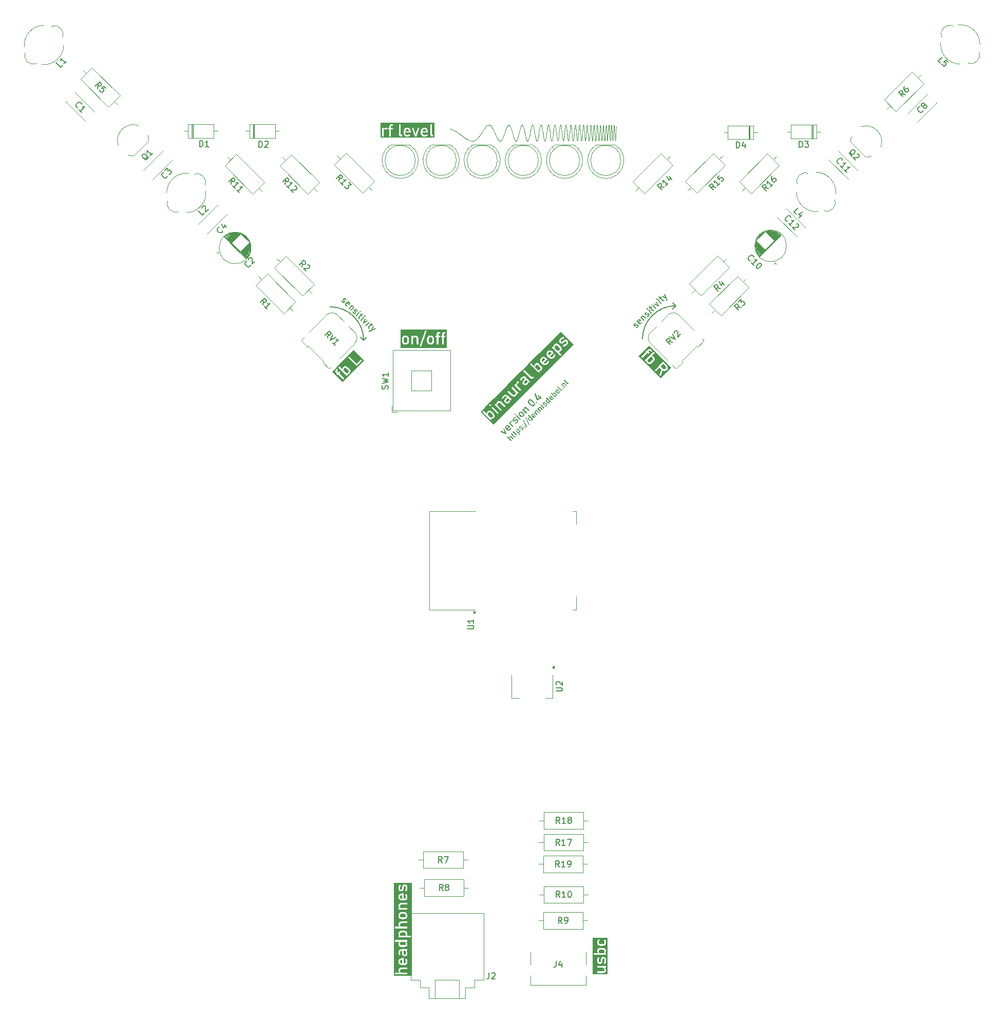
<source format=gbr>
%TF.GenerationSoftware,KiCad,Pcbnew,8.0.7*%
%TF.CreationDate,2025-02-10T18:12:50+08:00*%
%TF.ProjectId,bb-0.4,62622d30-2e34-42e6-9b69-6361645f7063,rev?*%
%TF.SameCoordinates,Original*%
%TF.FileFunction,Legend,Top*%
%TF.FilePolarity,Positive*%
%FSLAX46Y46*%
G04 Gerber Fmt 4.6, Leading zero omitted, Abs format (unit mm)*
G04 Created by KiCad (PCBNEW 8.0.7) date 2025-02-10 18:12:50*
%MOMM*%
%LPD*%
G01*
G04 APERTURE LIST*
%ADD10C,0.105833*%
%ADD11C,0.150000*%
%ADD12C,0.120000*%
G04 APERTURE END LIST*
D10*
X117719730Y-49734322D02*
X117753134Y-49481728D01*
X105852178Y-49882576D02*
X105869996Y-49915546D01*
X110625568Y-49183280D02*
X110630012Y-49182929D01*
X106937354Y-51817538D02*
X106946120Y-51820244D01*
X105120258Y-49186340D02*
X105128872Y-49185562D01*
X118236656Y-51794848D02*
X118240988Y-51801459D01*
X103136637Y-51533903D02*
X103153184Y-51518772D01*
X108793896Y-49680035D02*
X108810226Y-49725148D01*
X116448088Y-51699598D02*
X116456737Y-51727269D01*
X122843667Y-51222683D02*
X122879305Y-50722125D01*
X120738863Y-49172529D02*
X120743082Y-49171920D01*
X110643300Y-49183407D02*
X110647712Y-49184081D01*
X120127664Y-49256913D02*
X120136515Y-49301072D01*
X123318479Y-51650160D02*
X123327190Y-51578547D01*
X106988979Y-51829165D02*
X106997303Y-51830081D01*
X115972622Y-49222642D02*
X115976734Y-49213554D01*
X126000000Y-51800000D02*
X126008056Y-51767730D01*
X114371261Y-51820433D02*
X114375637Y-51819835D01*
X100178093Y-50579757D02*
X100213233Y-50603569D01*
X106196137Y-50619440D02*
X106266913Y-50777529D01*
X119335327Y-49329590D02*
X119353144Y-49247838D01*
X122568505Y-49651059D02*
X122706088Y-51550766D01*
X111545569Y-51822556D02*
X111549731Y-51821263D01*
X114997493Y-49214390D02*
X115001492Y-49222437D01*
X98904203Y-49852152D02*
X99041789Y-49915653D01*
X101518295Y-51524317D02*
X101553930Y-51544161D01*
X103994799Y-50439522D02*
X104132383Y-50222564D01*
X112233705Y-49294161D02*
X112249819Y-49259476D01*
X105439427Y-49304460D02*
X105448352Y-49312023D01*
X118201516Y-51691908D02*
X118210367Y-51725864D01*
X112405251Y-49229608D02*
X112414156Y-49243511D01*
X119421966Y-49207252D02*
X119430872Y-49237525D01*
X114335877Y-51801409D02*
X114340327Y-51806120D01*
X121898443Y-49303380D02*
X121907348Y-49258029D01*
X108364816Y-49201274D02*
X108373140Y-49196561D01*
X101931043Y-51730692D02*
X102001820Y-51754504D01*
X125174506Y-51747895D02*
X125182562Y-51688352D01*
X108413806Y-49180912D02*
X108422265Y-49179747D01*
X105749982Y-49698443D02*
X105767056Y-49727392D01*
X103548644Y-51089404D02*
X103565718Y-51066336D01*
X125166233Y-51784439D02*
X125174506Y-51747895D01*
X121409692Y-49386292D02*
X121418271Y-49453437D01*
X102586302Y-51811800D02*
X102602850Y-51808503D01*
X117098626Y-49626504D02*
X117134014Y-49891170D01*
X119018126Y-51805244D02*
X119020349Y-51806775D01*
X113694446Y-49205899D02*
X113703371Y-49194335D01*
X125153484Y-51798727D02*
X125157774Y-51799171D01*
X108173282Y-49429176D02*
X108191100Y-49399049D01*
X121654329Y-51803154D02*
X121658730Y-51798896D01*
X123260879Y-51784871D02*
X123265343Y-51797686D01*
X111606386Y-51773656D02*
X111615198Y-51761309D01*
X107221287Y-51709999D02*
X107229998Y-51700263D01*
X117899644Y-49268903D02*
X117908565Y-49304944D01*
X112524984Y-49561101D02*
X112542833Y-49630988D01*
X114504456Y-51506018D02*
X114521932Y-51423770D01*
X111584203Y-51798707D02*
X111588653Y-51794365D01*
X114941624Y-49178559D02*
X114946076Y-49176881D01*
X108570695Y-49255100D02*
X108579546Y-49264757D01*
X124015101Y-49205236D02*
X124019434Y-49205098D01*
X113703371Y-49194335D02*
X113712264Y-49184950D01*
X107296806Y-51608982D02*
X107314655Y-51582441D01*
X113625653Y-49375893D02*
X113633710Y-49347183D01*
X110857650Y-49533745D02*
X110865924Y-49560216D01*
X121572771Y-51367460D02*
X121589317Y-51535460D01*
X113263877Y-51333199D02*
X113281695Y-51249803D01*
X119774721Y-51757824D02*
X119783460Y-51728369D01*
X114761959Y-49838751D02*
X114797100Y-49636510D01*
X119792074Y-51691348D02*
X119800534Y-51646762D01*
X123393997Y-50667058D02*
X123429633Y-50113087D01*
X112646457Y-50133656D02*
X112662570Y-50227852D01*
X121977101Y-49295566D02*
X121985517Y-49348442D01*
X105095468Y-49190688D02*
X105103524Y-49188887D01*
X122466559Y-49250712D02*
X122475410Y-49219414D01*
X122535846Y-49332402D02*
X122544169Y-49395052D01*
X124923729Y-49188774D02*
X124927937Y-49186056D01*
X115964565Y-49243604D02*
X115968565Y-49232659D01*
X112283223Y-49208048D02*
X112287578Y-49203343D01*
X98766622Y-49793943D02*
X98784471Y-49801653D01*
X112314145Y-49183362D02*
X112318609Y-49181424D01*
X113171827Y-51687329D02*
X113180244Y-51663629D01*
X112475406Y-49383809D02*
X112483908Y-49409805D01*
X109448566Y-51673536D02*
X109465484Y-51702412D01*
X103257301Y-51422479D02*
X103274221Y-51405664D01*
X103635347Y-50975055D02*
X103652824Y-50951490D01*
X110505716Y-49298436D02*
X110514528Y-49283602D01*
X113825301Y-49268093D02*
X113834013Y-49290566D01*
X109498144Y-51751856D02*
X109507073Y-51762397D01*
X113729834Y-49172744D02*
X113734159Y-49171066D01*
X119748072Y-51800798D02*
X119752536Y-51798364D01*
X120427058Y-51792162D02*
X120431519Y-51785620D01*
X125328201Y-49377317D02*
X125336474Y-49305666D01*
X103670053Y-50927430D02*
X103686972Y-50902873D01*
X117391360Y-51782570D02*
X117395801Y-51790251D01*
X100384221Y-50724864D02*
X100401295Y-50738083D01*
X112200238Y-49380399D02*
X112217158Y-49334551D01*
X108552907Y-49237561D02*
X108561813Y-49246032D01*
X115725040Y-50806050D02*
X115760179Y-50532786D01*
X119439754Y-49274937D02*
X119448605Y-49319140D01*
X105404039Y-49276844D02*
X105421609Y-49290094D01*
X114397297Y-51807056D02*
X114401578Y-51802557D01*
X121063158Y-51799367D02*
X121071432Y-51777606D01*
X113936458Y-49714726D02*
X113954120Y-49809211D01*
X124040831Y-49260024D02*
X124049248Y-49308093D01*
X120092028Y-49164226D02*
X120096493Y-49167907D01*
X102481379Y-51825939D02*
X102517015Y-51821888D01*
X113746908Y-49169344D02*
X113751070Y-49169877D01*
X116619073Y-51481896D02*
X116627688Y-51430985D01*
X119970775Y-49846604D02*
X119987848Y-49673219D01*
X103015383Y-51625939D02*
X103023657Y-51620163D01*
X114556079Y-51236081D02*
X114572626Y-51131881D01*
X110814114Y-49414805D02*
X110823008Y-49436779D01*
X121228321Y-50176256D02*
X121263460Y-49751600D01*
X114897310Y-49234344D02*
X114906049Y-49217606D01*
X110673922Y-49193589D02*
X110678238Y-49196093D01*
X111666824Y-51659826D02*
X111675148Y-51638418D01*
X109577571Y-51819004D02*
X109586150Y-51822498D01*
X100348833Y-50699480D02*
X100366651Y-50712017D01*
X120005418Y-49520174D02*
X120023236Y-49390446D01*
X106367125Y-51006889D02*
X106402513Y-51081137D01*
X104753493Y-49390449D02*
X104770722Y-49373851D01*
X115045978Y-49344982D02*
X115054790Y-49378056D01*
X112414156Y-49243511D02*
X112423038Y-49258980D01*
X123523581Y-49174592D02*
X123527595Y-49169819D01*
X123875533Y-50825147D02*
X123944323Y-49703975D01*
X112500648Y-49466107D02*
X112508871Y-49496381D01*
X105277538Y-49208842D02*
X105286350Y-49212073D01*
X122802593Y-51655829D02*
X122811009Y-51591694D01*
X111537110Y-51824131D02*
X111541361Y-51823512D01*
X116119997Y-49427841D02*
X116137784Y-49519267D01*
X110647712Y-49184081D02*
X110652112Y-49185013D01*
X108898232Y-49980586D02*
X108915151Y-50035456D01*
X116015540Y-49173375D02*
X116019981Y-49173516D01*
X105920970Y-50016190D02*
X105956606Y-50087710D01*
X122518927Y-49241596D02*
X122527429Y-49281224D01*
X108313190Y-49239969D02*
X108321956Y-49232280D01*
X109154185Y-50864180D02*
X109189572Y-50981919D01*
X118028298Y-50238436D02*
X118061701Y-50587107D01*
X114211625Y-51404587D02*
X114229288Y-51485368D01*
X125786190Y-49225640D02*
X125790579Y-49229314D01*
X120404951Y-51793033D02*
X120409334Y-51797149D01*
X102311135Y-51824947D02*
X102327682Y-51825691D01*
X115535709Y-51790145D02*
X115539780Y-51783147D01*
X101553930Y-51544161D02*
X101589070Y-51564004D01*
X113742700Y-49169365D02*
X113746908Y-49169344D01*
X112449466Y-49314628D02*
X112458177Y-49336205D01*
X125362287Y-49216101D02*
X125366693Y-49218452D01*
X123021198Y-49189922D02*
X123023392Y-49191201D01*
X102927533Y-51679012D02*
X102962921Y-51658589D01*
X102569383Y-51814725D02*
X102586302Y-51811800D01*
X108439618Y-49179494D02*
X108448449Y-49180375D01*
X124685534Y-51693829D02*
X124694300Y-51736061D01*
X121889522Y-49360265D02*
X121898443Y-49303380D01*
X113755182Y-49170965D02*
X113759239Y-49172610D01*
X107013641Y-51831107D02*
X107021639Y-51831232D01*
X123764601Y-51782385D02*
X123773340Y-51799806D01*
X121743011Y-51201517D02*
X121811803Y-50253647D01*
X122772515Y-51787402D02*
X122776863Y-51777647D01*
X118262386Y-51813045D02*
X118266605Y-51811007D01*
X114326963Y-51789968D02*
X114331422Y-51796026D01*
X108931698Y-50091442D02*
X108947811Y-50148482D01*
X116652477Y-51259728D02*
X116721268Y-50701458D01*
X119430872Y-49237525D02*
X119439754Y-49274937D01*
X106963481Y-51824712D02*
X106972060Y-51826488D01*
X103428134Y-51237229D02*
X103444464Y-51217395D01*
X113807724Y-49229814D02*
X113816536Y-49247829D01*
X119645879Y-51302721D02*
X119679281Y-51582517D01*
X100883675Y-51090752D02*
X100901152Y-51103630D01*
X119379328Y-49175401D02*
X119387787Y-49165694D01*
X105474815Y-49336044D02*
X105483430Y-49344444D01*
X118941794Y-51469357D02*
X118958713Y-51587231D01*
X103290768Y-51388476D02*
X103306881Y-51370855D01*
X121645496Y-51803640D02*
X121647708Y-51804532D01*
X114435045Y-51743564D02*
X114439117Y-51733344D01*
X112291961Y-49199028D02*
X112296367Y-49195104D01*
X116998417Y-49182749D02*
X117002750Y-49189012D01*
X116721268Y-50701458D02*
X116790060Y-50095562D01*
X117324274Y-51500768D02*
X117340386Y-51598395D01*
X124720239Y-51766548D02*
X124728741Y-51743761D01*
X122086967Y-50607528D02*
X122122354Y-51094857D01*
X121401042Y-49327605D02*
X121409692Y-49386292D01*
X124259554Y-51786326D02*
X124263976Y-51773924D01*
X114380000Y-51818581D02*
X114384349Y-51816675D01*
X119396060Y-49163645D02*
X119400117Y-49165575D01*
X103945220Y-50520913D02*
X103962139Y-50494175D01*
X112733344Y-50615466D02*
X112800155Y-50995144D01*
X105543855Y-49408227D02*
X105561518Y-49428370D01*
X109902841Y-51391049D02*
X109910897Y-51365563D01*
X101380709Y-51439650D02*
X101398559Y-51451319D01*
X113084246Y-51818600D02*
X113088708Y-51816796D01*
X108321956Y-49232280D02*
X108330668Y-49225086D01*
X107863471Y-50194142D02*
X107880545Y-50144678D01*
X122497350Y-49193565D02*
X122501699Y-49197299D01*
X118629598Y-49187905D02*
X118634039Y-49182167D01*
X123584878Y-49485219D02*
X123602355Y-49693392D01*
X99798499Y-50330387D02*
X99833887Y-50350809D01*
X112371071Y-49190168D02*
X112375233Y-49193622D01*
X114443160Y-51722498D02*
X114447175Y-51711029D01*
X109619616Y-51828182D02*
X109623688Y-51827944D01*
X112946666Y-51630655D02*
X112955587Y-51655982D01*
X121357021Y-49175399D02*
X121361465Y-49179180D01*
X122243762Y-51756129D02*
X122252264Y-51719627D01*
X103513256Y-51134052D02*
X103531074Y-51111976D01*
X115001492Y-49222437D02*
X115010420Y-49240900D01*
X99421880Y-50103010D02*
X99438426Y-50112332D01*
X116190153Y-49858036D02*
X116207072Y-49987909D01*
X116954397Y-49182478D02*
X116958841Y-49177317D01*
X110978906Y-49974514D02*
X110995453Y-50047399D01*
X109631745Y-51826823D02*
X109635729Y-51825939D01*
X120100957Y-49173953D02*
X120105419Y-49182311D01*
X107134433Y-51787348D02*
X107142893Y-51781096D01*
X111641325Y-51716393D02*
X111649905Y-51698822D01*
X116958841Y-49177317D02*
X116963278Y-49173324D01*
X103719631Y-50852271D02*
X103737480Y-50828221D01*
X105679207Y-49589468D02*
X105714594Y-49642467D01*
X115122962Y-49728505D02*
X115139074Y-49836271D01*
X102086477Y-51782502D02*
X102104264Y-51786998D01*
X105155336Y-49185027D02*
X105164260Y-49185397D01*
X118660793Y-49179943D02*
X118665234Y-49184949D01*
X117340386Y-51598395D02*
X117348443Y-51640744D01*
X120504772Y-51365560D02*
X120538177Y-50991588D01*
X103841102Y-50676975D02*
X103857215Y-50651189D01*
X104649313Y-49500334D02*
X104666387Y-49480418D01*
X123773340Y-51799806D02*
X123777664Y-51802658D01*
X111675148Y-51638418D02*
X111683371Y-51615746D01*
X102156633Y-51800485D02*
X102173552Y-51804361D01*
X114447175Y-51711029D02*
X114451159Y-51698937D01*
X121951370Y-49199944D02*
X121955703Y-49209228D01*
X119717040Y-51764878D02*
X119721423Y-51775684D01*
X101243127Y-51349691D02*
X101313902Y-51396655D01*
X116627688Y-51430985D02*
X116636147Y-51376920D01*
X115578576Y-51681986D02*
X115587457Y-51650319D01*
X124927937Y-49186056D02*
X124932188Y-49188481D01*
X100967961Y-51153901D02*
X100985809Y-51166034D01*
X108138638Y-49494392D02*
X108155712Y-49460978D01*
X106997303Y-51830081D02*
X107005526Y-51830726D01*
X107255729Y-51668823D02*
X107264146Y-51657599D01*
X109740652Y-51746317D02*
X109748976Y-51734425D01*
X110787373Y-49354448D02*
X110805190Y-49393754D01*
X118132475Y-51240793D02*
X118165878Y-51503144D01*
X105991746Y-50159726D02*
X106008975Y-50196076D01*
X104237306Y-50062573D02*
X104253853Y-50036704D01*
X115989355Y-49191851D02*
X115993645Y-49186466D01*
X106764320Y-51691818D02*
X106782107Y-51710101D01*
X124838608Y-50185520D02*
X124873996Y-49620634D01*
X123377884Y-50940075D02*
X123393997Y-50667058D01*
X123067860Y-49384097D02*
X123076691Y-49458301D01*
X117648955Y-50360558D02*
X117684342Y-50034046D01*
X124340958Y-50969171D02*
X124357070Y-50677643D01*
X124976190Y-49461222D02*
X124994008Y-49674987D01*
X124958372Y-49302276D02*
X124967266Y-49374273D01*
X120813341Y-49527947D02*
X120830911Y-49698489D01*
X106892984Y-51798966D02*
X106901904Y-51803378D01*
X111787487Y-51258031D02*
X111804406Y-51185643D01*
X116518894Y-51808018D02*
X116522951Y-51804870D01*
X122965138Y-49490262D02*
X122981249Y-49333558D01*
X125578979Y-51808149D02*
X125583141Y-51808815D01*
X99697046Y-50263166D02*
X99713593Y-50274400D01*
X125974652Y-51740527D02*
X125983267Y-51784391D01*
X124028049Y-49215922D02*
X124032330Y-49226899D01*
X125768527Y-49260305D02*
X125772957Y-49244084D01*
X102789950Y-51749540D02*
X102807520Y-51742347D01*
X114928235Y-49187901D02*
X114932699Y-49184073D01*
X110470158Y-49367073D02*
X110479078Y-49348549D01*
X116085819Y-49285203D02*
X116089981Y-49299910D01*
X104596107Y-49561075D02*
X104613925Y-49540600D01*
X120083972Y-49162986D02*
X120088029Y-49162436D01*
X109979687Y-51140667D02*
X109997505Y-51079172D01*
X113017162Y-51784650D02*
X113025741Y-51795714D01*
X119765890Y-51779714D02*
X119770315Y-51769715D01*
X112287578Y-49203343D02*
X112291961Y-49199028D01*
X108664645Y-49392023D02*
X108672643Y-49407648D01*
X106608888Y-51476690D02*
X106626737Y-51504202D01*
X111735119Y-51454856D02*
X111752781Y-51392886D01*
X123840146Y-51347782D02*
X123875533Y-50825147D01*
X117978720Y-49758745D02*
X117995639Y-49908782D01*
X107264146Y-51657599D02*
X107272470Y-51646003D01*
X115467538Y-51789442D02*
X115471927Y-51795661D01*
X102241847Y-51817010D02*
X102259510Y-51819739D01*
X115605120Y-51577807D02*
X115622597Y-51493884D01*
X122230867Y-51789880D02*
X122235183Y-51781437D01*
X119062148Y-51754497D02*
X119066481Y-51740299D01*
X119035859Y-51805285D02*
X119040270Y-51800993D01*
X106025894Y-50232735D02*
X106042441Y-50269766D01*
X101673726Y-51613376D02*
X101691513Y-51622626D01*
X117853859Y-49171021D02*
X117858056Y-49172910D01*
X101655877Y-51603692D02*
X101673726Y-51613376D01*
X120387730Y-51754708D02*
X120391981Y-51767596D01*
X100470924Y-50789128D02*
X100488400Y-50802006D01*
X124994008Y-49674987D02*
X125011578Y-49933586D01*
X118192633Y-51652589D02*
X118201516Y-51691908D01*
X117019907Y-49225106D02*
X117024147Y-49236862D01*
X117874603Y-49194294D02*
X117882718Y-49213431D01*
X121701937Y-51616479D02*
X121710353Y-51551098D01*
X118924565Y-51331826D02*
X118941794Y-51469357D01*
X105128872Y-49185562D02*
X105137611Y-49185095D01*
X103204933Y-51471313D02*
X103222596Y-51455242D01*
X108510269Y-49203906D02*
X108518728Y-49209562D01*
X115948454Y-49296500D02*
X115964565Y-49243604D01*
X118889426Y-51009943D02*
X118924565Y-51331826D01*
X105164260Y-49185397D02*
X105173185Y-49186014D01*
X120154093Y-49411590D02*
X120162804Y-49477096D01*
X105190909Y-49187931D02*
X105199648Y-49189200D01*
X111286733Y-51333812D02*
X111303063Y-51395783D01*
X117440209Y-51800554D02*
X117444565Y-51794848D01*
X125388936Y-49298503D02*
X125397861Y-49360604D01*
X102998309Y-51637174D02*
X103015383Y-51625939D01*
X116894238Y-49375234D02*
X116911312Y-49298587D01*
X123971079Y-49408273D02*
X123979961Y-49338520D01*
X122510348Y-49213595D02*
X122518927Y-49241596D01*
X121418271Y-49453437D02*
X121426773Y-49528627D01*
X122217823Y-51798289D02*
X122222185Y-51798311D01*
X121005524Y-51651184D02*
X121022442Y-51743251D01*
X124547952Y-49666935D02*
X124565428Y-49930196D01*
X123269805Y-51806268D02*
X123274263Y-51810718D01*
X120180032Y-49626472D02*
X120196951Y-49797490D01*
X117365176Y-51711551D02*
X117373790Y-51739947D01*
X107521000Y-51157683D02*
X107538570Y-51115370D01*
X113299513Y-51161695D02*
X113317084Y-51069308D01*
X101726652Y-51640072D02*
X101760800Y-51656525D01*
X114923774Y-49192439D02*
X114928235Y-49187901D01*
X119852500Y-51234674D02*
X119887639Y-50859544D01*
X101003595Y-51178540D02*
X101021258Y-51191294D01*
X122252264Y-51719627D02*
X122260681Y-51671979D01*
X115587457Y-51650319D02*
X115596308Y-51615551D01*
X121968599Y-49253109D02*
X121977101Y-49295566D01*
X114539160Y-51333584D02*
X114556079Y-51236081D01*
X123781954Y-51801475D02*
X123790414Y-51786618D01*
X119783460Y-51728369D02*
X119792074Y-51691348D01*
X104407549Y-49809813D02*
X104478326Y-49715226D01*
X118612029Y-49226156D02*
X118616384Y-49214300D01*
X109671364Y-51811966D02*
X109680215Y-51806554D01*
X109594652Y-51825171D02*
X109598872Y-51826197D01*
X123019009Y-49189487D02*
X123021198Y-49189922D01*
X121071432Y-51777606D02*
X121079891Y-51745365D01*
X112270357Y-49224480D02*
X112274608Y-49218618D01*
X120462632Y-51682039D02*
X120471370Y-51634277D01*
X113281695Y-51249803D02*
X113299513Y-51161695D01*
X119404116Y-49169518D02*
X119408581Y-49175991D01*
X100366651Y-50712017D02*
X100384221Y-50724864D01*
X123094044Y-49638988D02*
X123102503Y-49744633D01*
X120970819Y-51370809D02*
X120988295Y-51525631D01*
X108304378Y-49248154D02*
X108313190Y-49239969D01*
X116033358Y-49179441D02*
X116037822Y-49183247D01*
X121627734Y-51771621D02*
X121632184Y-51783827D01*
X103393490Y-51276648D02*
X103411060Y-51257001D01*
X124150698Y-50780169D02*
X124186086Y-51323143D01*
X110574478Y-49207547D02*
X110582701Y-49200836D01*
X105448352Y-49312023D02*
X105457245Y-49319818D01*
X100728428Y-50977457D02*
X100746091Y-50990210D01*
X103411060Y-51257001D02*
X103428134Y-51237229D01*
X109413861Y-51608093D02*
X109431337Y-51642054D01*
X105714594Y-49642467D02*
X105732412Y-49670114D01*
X116412949Y-51553333D02*
X116430612Y-51633379D01*
X103085012Y-51576319D02*
X103102489Y-51562677D01*
X120479984Y-51578640D02*
X120488443Y-51515235D01*
X122010178Y-49568335D02*
X122018176Y-49661641D01*
X120145327Y-49352773D02*
X120154093Y-49411590D01*
X105561518Y-49428370D02*
X105578995Y-49449320D01*
X119009221Y-51794681D02*
X119013676Y-51800854D01*
X123058966Y-49321209D02*
X123067860Y-49384097D01*
X121176355Y-50867521D02*
X121192684Y-50640600D01*
X103599897Y-51020696D02*
X103617684Y-50998124D01*
X121663119Y-51792003D02*
X121667495Y-51782505D01*
X122746154Y-51780440D02*
X122750575Y-51789518D01*
X107384811Y-51461395D02*
X107401730Y-51427412D01*
X123737951Y-51643371D02*
X123755770Y-51749989D01*
X119000301Y-51776925D02*
X119004762Y-51786710D01*
D11*
X79000000Y-79177321D02*
G75*
G02*
X84522679Y-84700000I0J-5522679D01*
G01*
D10*
X113892825Y-49506477D02*
X113900823Y-49545228D01*
X116024433Y-49174575D02*
X116028894Y-49176550D01*
X124049248Y-49308093D02*
X124057571Y-49371169D01*
X109118797Y-50744456D02*
X109154185Y-50864180D01*
X118174807Y-51558137D02*
X118183728Y-51607975D01*
X107288807Y-51621694D02*
X107296806Y-51608982D01*
X123979961Y-49338520D02*
X123988812Y-49283278D01*
X99988761Y-50449016D02*
X100004873Y-50460695D01*
X111553842Y-51819633D02*
X111557899Y-51817662D01*
X103686972Y-50902873D02*
X103703519Y-50877820D01*
X109189572Y-50981919D02*
X109222976Y-51095690D01*
X101398559Y-51451319D02*
X101416347Y-51462554D01*
X108268820Y-49285857D02*
X108277741Y-49275687D01*
X112662570Y-50227852D02*
X112733344Y-50615466D01*
X122989306Y-49275755D02*
X122993417Y-49252536D01*
X121671858Y-51770433D02*
X121676206Y-51755819D01*
X113776628Y-49185021D02*
X113781086Y-49189642D01*
X116073070Y-49246506D02*
X116077360Y-49258500D01*
X110944757Y-49834946D02*
X110961986Y-49903614D01*
X106799770Y-51727268D02*
X106817247Y-51743257D01*
X123997624Y-49242609D02*
X124006390Y-49216574D01*
X110590816Y-49195211D02*
X110598815Y-49190687D01*
X125140421Y-51767940D02*
X125149159Y-51793276D01*
X121947022Y-49193358D02*
X121951370Y-49199944D01*
X117444565Y-51794848D02*
X117448890Y-51787902D01*
X119024790Y-51808520D02*
X119027008Y-51808737D01*
X100263928Y-50639288D02*
X100280041Y-50651194D01*
X109256382Y-51204582D02*
X109273952Y-51257075D01*
X124032330Y-49226899D02*
X124040831Y-49260024D01*
X119400117Y-49165575D02*
X119404116Y-49169518D01*
X120383522Y-51739595D02*
X120387730Y-51754708D01*
X113137385Y-51763371D02*
X113141748Y-51755538D01*
X113097622Y-51811634D02*
X113102073Y-51808283D01*
X109603069Y-51827015D02*
X109607243Y-51827623D01*
X125251354Y-50647217D02*
X125286742Y-50000642D01*
X107780333Y-50444815D02*
X107814481Y-50343777D01*
X99454539Y-50122027D02*
X99592124Y-50201401D01*
X103531074Y-51111976D02*
X103548644Y-51089404D01*
X124248466Y-51799022D02*
X124250687Y-51798630D01*
X105173185Y-49186014D02*
X105182078Y-49186864D01*
X115489347Y-51812337D02*
X115493664Y-51814452D01*
X125995888Y-51805740D02*
X126000000Y-51800000D01*
X119040270Y-51800993D02*
X119044671Y-51795012D01*
X113159045Y-51719398D02*
X113163325Y-51709177D01*
X110695320Y-49208777D02*
X110699539Y-49212619D01*
X111649905Y-51698822D02*
X111658407Y-51679964D01*
X106901904Y-51803378D02*
X106910809Y-51807434D01*
X115569671Y-51710429D02*
X115578576Y-51681986D01*
X116592610Y-51614690D02*
X116601503Y-51573849D01*
X119954446Y-50037352D02*
X119970775Y-49846604D01*
X118240988Y-51801459D02*
X118245305Y-51806650D01*
X108457342Y-49181907D02*
X108466267Y-49184075D01*
X122776863Y-51777647D02*
X122781196Y-51764838D01*
X120088029Y-49162436D02*
X120092028Y-49164226D01*
X112353997Y-49180598D02*
X112358322Y-49182358D01*
X112349641Y-49179256D02*
X112353997Y-49180598D01*
X110831839Y-49459668D02*
X110840577Y-49483464D01*
X110341494Y-49733673D02*
X110359282Y-49675950D01*
X116876668Y-49466763D02*
X116894238Y-49375234D01*
X119752536Y-51798364D02*
X119756997Y-51794039D01*
X118270802Y-51807498D02*
X118274976Y-51802509D01*
X106851396Y-51771452D02*
X106859719Y-51777667D01*
X120988295Y-51525631D02*
X121005524Y-51651184D01*
X111497572Y-51814735D02*
X111502032Y-51817098D01*
X116207072Y-49987909D02*
X116239730Y-50264895D01*
X108863526Y-49874442D02*
X108881003Y-49926894D01*
X121916230Y-49224088D02*
X121920660Y-49211357D01*
X125630945Y-51428483D02*
X125666084Y-50842348D01*
X111699484Y-51566643D02*
X111717332Y-51512858D01*
X117845399Y-49171316D02*
X117849640Y-49170493D01*
X102687754Y-51785589D02*
X102705572Y-51780018D01*
X113734159Y-49171066D02*
X113738449Y-49169939D01*
X106301061Y-50855333D02*
X106333721Y-50931649D01*
X102276987Y-51821971D02*
X102294216Y-51823707D01*
X118734057Y-49474378D02*
X118751843Y-49604840D01*
X114914881Y-49203627D02*
X114919322Y-49197682D01*
X108656531Y-49376901D02*
X108664645Y-49392023D01*
X123256414Y-51767724D02*
X123260879Y-51784871D01*
X109757199Y-51721688D02*
X109765313Y-51708098D01*
X118303460Y-51725394D02*
X118312389Y-51689606D01*
X114959349Y-49176213D02*
X114963732Y-49177457D01*
X99197220Y-49987317D02*
X99215008Y-49995854D01*
X124241792Y-51793536D02*
X124246243Y-51798313D01*
X116601503Y-51573849D02*
X116610335Y-51529550D01*
X110032150Y-50950725D02*
X110048480Y-50884021D01*
X113163325Y-51709177D02*
X113171827Y-51687329D01*
X122293341Y-51370850D02*
X122430923Y-49497602D01*
X107272470Y-51646003D02*
X107280693Y-51634034D01*
X122981249Y-49333558D02*
X122989306Y-49275755D01*
X111615198Y-51761309D02*
X111623964Y-51747644D01*
X121658730Y-51798896D02*
X121663119Y-51792003D01*
X111588653Y-51794365D02*
X111593097Y-51789688D01*
X116936571Y-49214926D02*
X116941033Y-49205032D01*
X125131590Y-51724350D02*
X125140421Y-51767940D01*
X104561463Y-49603015D02*
X104578537Y-49581859D01*
X125336474Y-49305666D02*
X125344934Y-49255425D01*
X101348050Y-51418897D02*
X101380709Y-51439650D01*
X109291770Y-51308018D02*
X109327158Y-51404508D01*
X113763238Y-49174811D02*
X113767702Y-49177601D01*
X112423038Y-49258980D02*
X112431889Y-49276000D01*
X121314154Y-49293210D02*
X121330267Y-49211850D01*
X117832558Y-49181781D02*
X117836857Y-49176971D01*
X123102503Y-49744633D02*
X123110776Y-49859920D01*
X119317509Y-49435650D02*
X119335327Y-49329590D01*
X121684856Y-51719087D02*
X121693435Y-51672558D01*
X112253819Y-49251725D02*
X112257876Y-49244348D01*
X124873996Y-49620634D02*
X124891070Y-49404172D01*
X100247381Y-50627382D02*
X100263928Y-50639288D01*
X111502032Y-51817098D02*
X111506485Y-51819134D01*
X112323073Y-49179890D02*
X112327534Y-49178760D01*
X121392331Y-49277785D02*
X121401042Y-49327605D01*
X123265343Y-51797686D02*
X123269805Y-51806268D01*
X121297607Y-49414256D02*
X121314154Y-49293210D01*
X115449875Y-51756400D02*
X115458726Y-51774553D01*
X111488644Y-51809031D02*
X111493108Y-51812046D01*
X103031713Y-51614270D02*
X103049562Y-51602116D01*
X124203159Y-51539100D02*
X124219488Y-51698935D01*
X117511372Y-51534399D02*
X117528942Y-51423502D01*
X108155712Y-49460978D02*
X108173282Y-49429176D01*
X110186062Y-50328397D02*
X110323644Y-49793938D01*
X107314655Y-51582441D02*
X107332442Y-51554412D01*
X125750740Y-49377569D02*
X125759646Y-49308310D01*
X118678448Y-49209202D02*
X118682804Y-49220368D01*
X108226488Y-49344066D02*
X108243562Y-49319333D01*
X108001055Y-49812306D02*
X108018129Y-49768226D01*
X101829097Y-51688275D02*
X101864236Y-51703571D01*
X121993841Y-49411611D02*
X122002064Y-49484950D01*
X117882718Y-49213431D02*
X117890716Y-49238312D01*
X119457417Y-49369784D02*
X119474894Y-49489001D01*
X111566363Y-51812701D02*
X111570827Y-51809711D01*
X122002064Y-49484950D02*
X122010178Y-49568335D01*
X114430946Y-51753156D02*
X114435045Y-51743564D01*
X104820301Y-49328272D02*
X104838150Y-49314640D01*
X119695611Y-51682480D02*
X119704070Y-51721113D01*
X111837066Y-51032184D02*
X111905860Y-50695502D01*
X117002750Y-49189012D02*
X117007067Y-49196384D01*
X111579748Y-51802712D02*
X111584203Y-51798707D01*
X121647708Y-51804532D02*
X121649917Y-51804746D01*
X120747279Y-49173653D02*
X120751453Y-49177759D01*
X125732891Y-49582270D02*
X125741820Y-49468688D01*
X105732412Y-49670114D02*
X105749982Y-49698443D01*
X123223011Y-51500990D02*
X123240084Y-51661580D01*
X103565718Y-51066336D02*
X103573991Y-51054616D01*
X118975259Y-51682409D02*
X118991372Y-51751851D01*
X115980895Y-49205394D02*
X115985104Y-49198160D01*
X114954943Y-49175704D02*
X114959349Y-49176213D01*
X124486596Y-49175758D02*
X124494653Y-49190685D01*
X111532820Y-51824415D02*
X111537110Y-51824131D01*
X122506031Y-49203979D02*
X122510348Y-49213595D01*
X117599221Y-50855888D02*
X117615551Y-50693520D01*
X121623279Y-51756563D02*
X121627734Y-51771621D01*
X103169297Y-51503145D02*
X103204933Y-51471313D01*
X121348116Y-49176080D02*
X121352571Y-49174348D01*
X106825897Y-51750790D02*
X106834476Y-51758006D01*
X107332442Y-51554412D02*
X107350105Y-51524894D01*
X114989324Y-49200607D02*
X114993435Y-49207115D01*
X103274221Y-51405664D02*
X103290768Y-51388476D01*
X120704421Y-49258260D02*
X120713133Y-49223758D01*
X103222596Y-51455242D02*
X103240072Y-51438984D01*
X110540654Y-49244930D02*
X110549234Y-49234034D01*
X120067239Y-49187667D02*
X120075698Y-49170924D01*
X103240072Y-51438984D02*
X103257301Y-51422479D01*
X109085394Y-50624732D02*
X109101724Y-50684470D01*
X122993417Y-49252536D02*
X122997579Y-49233036D01*
X122544169Y-49395052D02*
X122552392Y-49469097D01*
X117422554Y-51811052D02*
X117426995Y-51810268D01*
X99627759Y-50221328D02*
X99645422Y-50231446D01*
X99232671Y-50004640D02*
X99250148Y-50013549D01*
X102756545Y-51762438D02*
X102772876Y-51756237D01*
X115423167Y-51682440D02*
X115432088Y-51710336D01*
X105887566Y-49948887D02*
X105904640Y-49982477D01*
X114422672Y-51770448D02*
X114426822Y-51762118D01*
X107203710Y-51728355D02*
X107212522Y-51719363D01*
X113008513Y-51771695D02*
X113017162Y-51784650D01*
X121051118Y-51811109D02*
X121055102Y-51810059D01*
X125286742Y-50000642D02*
X125320144Y-49471145D01*
X118958713Y-51587231D02*
X118975259Y-51682409D01*
X106058554Y-50307232D02*
X106094189Y-50383547D01*
X104873600Y-49289111D02*
X104891076Y-49277340D01*
X104804188Y-49342638D02*
X104820301Y-49328272D01*
X119020349Y-51806775D02*
X119022571Y-51807866D01*
X114486793Y-51579709D02*
X114504456Y-51506018D01*
X106696893Y-51606811D02*
X106713812Y-51629983D01*
X114426822Y-51762118D02*
X114430946Y-51753156D01*
X118716207Y-49365310D02*
X118734057Y-49474378D01*
X120771939Y-49234882D02*
X120779937Y-49275353D01*
X105103524Y-49188887D02*
X105111798Y-49187443D01*
X110582701Y-49200836D02*
X110590816Y-49195211D01*
X111479730Y-51802028D02*
X111484183Y-51805691D01*
X106867943Y-51783534D02*
X106876057Y-51789044D01*
X120453800Y-51721817D02*
X120462632Y-51682039D01*
X113133008Y-51770718D02*
X113137385Y-51763371D01*
X109789642Y-51662404D02*
X109806716Y-51628246D01*
X119743608Y-51801341D02*
X119748072Y-51800798D01*
X100710641Y-50964951D02*
X100728428Y-50977457D01*
X113667797Y-49253582D02*
X113676628Y-49235530D01*
X108422265Y-49179747D02*
X108430879Y-49179279D01*
X124632235Y-51122144D02*
X124650084Y-51371575D01*
X101313902Y-51396655D02*
X101348050Y-51418897D01*
X120953156Y-51190934D02*
X120970819Y-51370809D01*
X118287348Y-51778570D02*
X118295462Y-51755048D01*
X99334805Y-50057638D02*
X99352592Y-50066961D01*
X115471927Y-51795661D02*
X115476303Y-51801060D01*
X107177072Y-51753098D02*
X107185977Y-51745222D01*
X112358322Y-49182358D02*
X112362611Y-49184538D01*
X126008056Y-51767730D02*
X126024385Y-51625278D01*
X110927280Y-49768759D02*
X110944757Y-49834946D01*
X115019340Y-49262487D02*
X115028245Y-49287096D01*
D11*
X84000000Y-84177321D02*
X84522679Y-84700000D01*
D10*
X124019434Y-49205098D02*
X124023750Y-49208657D01*
X115207865Y-50323104D02*
X115243253Y-50583388D01*
X116535432Y-51788930D02*
X116539683Y-51781494D01*
X108947811Y-50148482D02*
X108983446Y-50265312D01*
X113212902Y-51550766D02*
X113246306Y-51411447D01*
X125406754Y-49438743D02*
X125415586Y-49532152D01*
X116081611Y-49271400D02*
X116085819Y-49285203D01*
X104374890Y-49858348D02*
X104407549Y-49809813D01*
X118562513Y-49485995D02*
X118578625Y-49375893D01*
X125812316Y-49317937D02*
X125820896Y-49384762D01*
X125375559Y-49237101D02*
X125380012Y-49253208D01*
X119509041Y-49789386D02*
X119525587Y-49964973D01*
X107847141Y-50243731D02*
X107863471Y-50194142D01*
X118266605Y-51811007D02*
X118270802Y-51807498D01*
X120375249Y-51702633D02*
X120379360Y-51722240D01*
X106333721Y-50931649D02*
X106350051Y-50969331D01*
X123429633Y-50113087D02*
X123464772Y-49628568D01*
X111011566Y-50122020D02*
X111044968Y-50275479D01*
X123619583Y-49936292D02*
X123636502Y-50203872D01*
X102740216Y-51768381D02*
X102756545Y-51762438D01*
X121605429Y-51667183D02*
X121614358Y-51717764D01*
X113772166Y-49181006D02*
X113776628Y-49185021D01*
X125991726Y-51804885D02*
X125995888Y-51805740D01*
X114263995Y-51624109D02*
X114280914Y-51681077D01*
X117413642Y-51808960D02*
X117418102Y-51810614D01*
X115072267Y-49451964D02*
X115089497Y-49535545D01*
X124907400Y-49254186D02*
X124915456Y-49210260D01*
X119808807Y-51594610D02*
X119816863Y-51534893D01*
X113034243Y-51804856D02*
X113042659Y-51812044D01*
X111519757Y-51823266D02*
X111524140Y-51823982D01*
X112440701Y-49294554D02*
X112449466Y-49314628D01*
X114229288Y-51485368D02*
X114246765Y-51558707D01*
X115527486Y-51801642D02*
X115531610Y-51796310D01*
X110849191Y-49508159D02*
X110857650Y-49533745D01*
X109560210Y-51809581D02*
X109568921Y-51814695D01*
X119834713Y-51396535D02*
X119852500Y-51234674D01*
X120367193Y-51656601D02*
X120375249Y-51702633D01*
X115514965Y-51812654D02*
X115519162Y-51809813D01*
X115826983Y-49989728D02*
X115862621Y-49745155D01*
X125113772Y-51587149D02*
X125131590Y-51724350D01*
X126024385Y-51625278D02*
X126041458Y-51399049D01*
X124494653Y-49190685D02*
X124503581Y-49226910D01*
X99112564Y-49947402D02*
X99146712Y-49963277D01*
X116102148Y-49349437D02*
X116119997Y-49427841D01*
X113042659Y-51812044D02*
X113050982Y-51817248D01*
X122122354Y-51094857D02*
X122155758Y-51497851D01*
X121159281Y-51080800D02*
X121176355Y-50867521D01*
X105526068Y-49388951D02*
X105543855Y-49408227D01*
X125198892Y-51506699D02*
X125215966Y-51260058D01*
X101451487Y-51483968D02*
X101485635Y-51504390D01*
X123962173Y-49492474D02*
X123971079Y-49408273D01*
X119112842Y-51482142D02*
X119120956Y-51416058D01*
X116155448Y-49622351D02*
X116172925Y-49735729D01*
X112982224Y-51721791D02*
X112991036Y-51740235D01*
X116644421Y-51319801D02*
X116652477Y-51259728D01*
X101760800Y-51656525D02*
X101793461Y-51672483D01*
X105241980Y-49198087D02*
X105250900Y-49200435D01*
X111561898Y-51815352D02*
X111566363Y-51812701D01*
X120213498Y-49986740D02*
X120229611Y-50190810D01*
X122457677Y-49294102D02*
X122466559Y-49250712D01*
X106746472Y-51672481D02*
X106764320Y-51691818D01*
X115310060Y-51086509D02*
X115327630Y-51200642D01*
X108776822Y-49636100D02*
X108793896Y-49680035D01*
X120075698Y-49170924D02*
X120083972Y-49162986D01*
X114392998Y-51810910D02*
X114397297Y-51807056D01*
X123720134Y-51486150D02*
X123737951Y-51643371D01*
X112937737Y-51603685D02*
X112946666Y-51630655D01*
X121370333Y-49194727D02*
X121374754Y-49206391D01*
X114331422Y-51796026D02*
X114335877Y-51801409D01*
X125570520Y-51789262D02*
X125578979Y-51808149D01*
X118183728Y-51607975D02*
X118192633Y-51652589D01*
X120096493Y-49167907D02*
X120100957Y-49173953D01*
X116994069Y-49177603D02*
X116998417Y-49182749D01*
X114193838Y-51316861D02*
X114211625Y-51404587D01*
X110487983Y-49330925D02*
X110496865Y-49314215D01*
X125424324Y-49640064D02*
X125441397Y-49896327D01*
X117395801Y-51790251D02*
X117400253Y-51796734D01*
X115397909Y-51580277D02*
X115414239Y-51651311D01*
X108501654Y-49198793D02*
X108510269Y-49203906D01*
X108286646Y-49266014D02*
X108295527Y-49256836D01*
X120413740Y-51799107D02*
X120418165Y-51798919D01*
X113650443Y-49296119D02*
X113659058Y-49273781D01*
X108259892Y-49296523D02*
X108268820Y-49285857D01*
X106980563Y-51827970D02*
X106988979Y-51829165D01*
X121726899Y-51393423D02*
X121735013Y-51301625D01*
X106859719Y-51777667D02*
X106867943Y-51783534D01*
X106008975Y-50196076D02*
X106025894Y-50232735D01*
X102807520Y-51742347D02*
X102825338Y-51734657D01*
X108518728Y-49209562D02*
X108527002Y-49215745D01*
X118097088Y-50928337D02*
X118132475Y-51240793D01*
X124728741Y-51743761D02*
X124737158Y-51704061D01*
X114588738Y-51021604D02*
X114726321Y-50063811D01*
X121330267Y-49211850D02*
X121334732Y-49198478D01*
X107194859Y-51736974D02*
X107203710Y-51728355D01*
X114366871Y-51820375D02*
X114371261Y-51820433D01*
X111184785Y-50908163D02*
X111219924Y-51058645D01*
X109662483Y-51816602D02*
X109671364Y-51811966D01*
X121451736Y-49798367D02*
X121467849Y-50010892D01*
X116823462Y-49815765D02*
X116841032Y-49688517D01*
X118603414Y-49254447D02*
X118612029Y-49226156D01*
X118616384Y-49214300D02*
X118620767Y-49203972D01*
X112483908Y-49409805D02*
X112492325Y-49437243D01*
X118321310Y-51647942D02*
X118339098Y-51548289D01*
X123498920Y-49288910D02*
X123515466Y-49196968D01*
X111219924Y-51058645D02*
X111254072Y-51201189D01*
X125777378Y-49232950D02*
X125781790Y-49226827D01*
X108191100Y-49399049D02*
X108208918Y-49370658D01*
X105370635Y-49254189D02*
X105386965Y-49264834D01*
X113063276Y-51821265D02*
X113067319Y-51821578D01*
X110656501Y-49186205D02*
X110660878Y-49187657D01*
X113146096Y-51747221D02*
X113150429Y-51738424D01*
X105500163Y-49361741D02*
X105508219Y-49370606D01*
X98871544Y-49837104D02*
X98888091Y-49844442D01*
X113794435Y-49207090D02*
X113798873Y-49214085D01*
X123036665Y-49216249D02*
X123041117Y-49231059D01*
X123482001Y-49435919D02*
X123498920Y-49288910D01*
X125613158Y-51640904D02*
X125630945Y-51428483D01*
X121847191Y-49792859D02*
X121880593Y-49428809D01*
X124694300Y-51736061D02*
X124703011Y-51762434D01*
X114521932Y-51423770D02*
X114539160Y-51333584D01*
X100409568Y-50744851D02*
X100417625Y-50751735D01*
X108983446Y-50265312D02*
X109018586Y-50384623D01*
X111440644Y-51754654D02*
X111449104Y-51767404D01*
D11*
X136000000Y-79000000D02*
X135500000Y-78500000D01*
D10*
X109507073Y-51762397D02*
X109515993Y-51772186D01*
X117024147Y-49236862D02*
X117028367Y-49249700D01*
X113071333Y-51821372D02*
X113075317Y-51820643D01*
X109568921Y-51814695D02*
X109577571Y-51819004D01*
X116932107Y-49226017D02*
X116936571Y-49214926D01*
X108373140Y-49196561D02*
X108381363Y-49192344D01*
X108828075Y-49773507D02*
X108845862Y-49823293D01*
X104957884Y-49238314D02*
X104965940Y-49234407D01*
X115028245Y-49287096D02*
X115037127Y-49314628D01*
X110612205Y-49185854D02*
X110616664Y-49184744D01*
X122209057Y-51789739D02*
X122213446Y-51795434D01*
X123240084Y-51661580D02*
X123256414Y-51767724D01*
X102104264Y-51786998D02*
X102139404Y-51796176D01*
X115476303Y-51801060D02*
X115480666Y-51805640D01*
X115560750Y-51735523D02*
X115569671Y-51710429D01*
X123050042Y-49270057D02*
X123058966Y-49321209D01*
X109680215Y-51806554D02*
X109689027Y-51800359D01*
X124237337Y-51784191D02*
X124241792Y-51793536D01*
X118391467Y-51142174D02*
X118408385Y-50979765D01*
X120422606Y-51796600D02*
X120427058Y-51792162D01*
X105303827Y-49219132D02*
X105312477Y-49222944D01*
X106884056Y-51794190D02*
X106892984Y-51798966D01*
X109615518Y-51828208D02*
X109619616Y-51828182D01*
X114322502Y-51783233D02*
X114326963Y-51789968D01*
X108475191Y-49186863D02*
X108484085Y-49190255D01*
X123300901Y-51756303D02*
X123309713Y-51709681D01*
X114344771Y-51810161D02*
X114349209Y-51813533D01*
X115993645Y-49186466D02*
X115997970Y-49182005D01*
X110598815Y-49190687D02*
X110603280Y-49188826D01*
X109542632Y-51796964D02*
X109551444Y-51803667D01*
X117307728Y-51387886D02*
X117324274Y-51500768D01*
X109732235Y-51757371D02*
X109740652Y-51746317D01*
X107450720Y-51317011D02*
X107467794Y-51278419D01*
X113751070Y-49169877D02*
X113755182Y-49170965D01*
X112800155Y-50995144D02*
X112835790Y-51172084D01*
X111337707Y-51509801D02*
X111355524Y-51561353D01*
X99972214Y-50437709D02*
X99988761Y-50449016D01*
X116522951Y-51804870D02*
X116527062Y-51800631D01*
X119044671Y-51795012D02*
X119049060Y-51787356D01*
X99885139Y-50382415D02*
X99902926Y-50393722D01*
X110607743Y-49187215D02*
X110612205Y-49185854D01*
D11*
X130477321Y-84522679D02*
G75*
G02*
X136000000Y-79000021I5522679J-21D01*
G01*
D10*
X112560621Y-49705464D02*
X112578284Y-49784157D01*
X105146442Y-49184922D02*
X105155336Y-49185027D01*
X101021258Y-51191294D02*
X101038735Y-51204171D01*
X120058624Y-49212844D02*
X120067239Y-49187667D01*
X98888091Y-49844442D02*
X98904203Y-49852152D01*
X121676206Y-51755819D02*
X121684856Y-51719087D01*
X99737762Y-50291962D02*
X99746036Y-50297738D01*
X116344653Y-51113215D02*
X116377313Y-51354978D01*
X114950517Y-49175928D02*
X114954943Y-49175704D01*
X122448772Y-49349662D02*
X122457677Y-49294102D01*
X124443679Y-49385836D02*
X124461249Y-49250382D01*
X120435983Y-51776988D02*
X120440447Y-51766277D01*
X118586681Y-49329324D02*
X118594955Y-49288839D01*
X115037127Y-49314628D02*
X115045978Y-49344982D01*
X102635293Y-51800565D02*
X102652367Y-51795924D01*
X120751453Y-49177759D02*
X120755603Y-49184265D01*
X122239482Y-51770185D02*
X122243762Y-51756129D01*
X116395162Y-51460263D02*
X116412949Y-51553333D01*
X119756997Y-51794039D02*
X119761449Y-51787822D01*
X112165532Y-49487472D02*
X112183009Y-49431455D01*
X98854625Y-49830013D02*
X98871544Y-49837104D01*
X121614358Y-51717764D02*
X121618820Y-51738621D01*
X102173552Y-51804361D02*
X102190098Y-51807616D01*
X117461639Y-51759584D02*
X117469912Y-51734433D01*
X116465317Y-51751181D02*
X116473819Y-51771233D01*
X114831248Y-49464035D02*
X114847794Y-49391129D01*
X113334158Y-50973077D02*
X113350488Y-50873435D01*
X113781086Y-49189642D02*
X113785541Y-49194864D01*
X113592249Y-49508268D02*
X113625653Y-49375893D01*
X105629690Y-49516386D02*
X105645803Y-49539940D01*
X112300792Y-49191573D02*
X112305233Y-49188438D01*
X121339195Y-49188093D02*
X121343657Y-49180644D01*
X121352571Y-49174348D02*
X121357021Y-49175399D01*
X104682717Y-49460564D02*
X104718353Y-49425010D01*
X120677993Y-49410785D02*
X120695656Y-49301086D01*
X122794091Y-51708328D02*
X122802593Y-51655829D01*
X109533781Y-51789477D02*
X109542632Y-51796964D01*
X116806389Y-49951943D02*
X116823462Y-49815765D01*
X124219488Y-51698935D02*
X124228416Y-51751357D01*
X118620767Y-49203972D02*
X118625173Y-49195174D01*
X120538177Y-50991588D02*
X120573565Y-50560566D01*
X115506504Y-51815852D02*
X115510745Y-51814667D01*
X104838150Y-49314640D02*
X104855937Y-49301565D01*
X120917520Y-50772893D02*
X120953156Y-51190934D01*
X104908305Y-49266312D02*
X104925224Y-49256090D01*
X109590412Y-51823938D02*
X109594652Y-51825171D01*
X111557899Y-51817662D02*
X111561898Y-51815352D01*
X107046429Y-51828546D02*
X107055043Y-51826519D01*
X122723937Y-51686210D02*
X122732842Y-51733767D01*
X122182512Y-51695629D02*
X122191394Y-51738456D01*
X120109877Y-49192927D02*
X120118783Y-49220723D01*
X123636502Y-50203872D02*
X123669161Y-50772892D01*
X108381363Y-49192344D02*
X108389477Y-49188623D01*
X120573565Y-50560566D02*
X120642355Y-49719852D01*
X126112234Y-50094157D02*
X126145638Y-49508187D01*
X105613143Y-49493390D02*
X105629690Y-49516386D01*
X125561905Y-51748462D02*
X125570520Y-51789262D01*
X121960019Y-49221194D02*
X121968599Y-49253109D01*
X121106075Y-51591653D02*
X121123893Y-51447579D01*
X109607243Y-51827623D02*
X109611393Y-51828021D01*
X110376945Y-49620832D02*
X110394423Y-49568380D01*
X100280041Y-50651194D02*
X100296371Y-50663110D01*
X105137611Y-49185095D02*
X105146442Y-49184922D01*
X112964492Y-51679634D02*
X112973374Y-51701581D01*
X124281553Y-51685198D02*
X124290265Y-51618898D01*
X111475289Y-51798042D02*
X111479730Y-51802028D01*
X121435190Y-49611453D02*
X121451736Y-49798367D01*
X111080356Y-50432906D02*
X111115745Y-50592317D01*
X121632184Y-51783827D02*
X121636629Y-51793212D01*
X99352592Y-50066961D02*
X99387732Y-50084985D01*
X123076691Y-49458301D02*
X123085429Y-49543405D01*
X105869996Y-49915546D02*
X105887566Y-49948887D01*
X108561813Y-49246032D02*
X108570695Y-49255100D01*
X124650084Y-51371575D02*
X124667871Y-51562839D01*
X124186086Y-51323143D02*
X124203159Y-51539100D01*
X113504401Y-49937958D02*
X113521475Y-49842470D01*
X113725479Y-49174972D02*
X113729834Y-49172744D01*
X117015646Y-49214437D02*
X117019907Y-49225106D01*
X123110776Y-49859920D02*
X123118832Y-49984432D01*
X122732842Y-51733767D02*
X122741724Y-51768138D01*
X113685522Y-49219633D02*
X113694446Y-49205899D01*
X109644657Y-51823581D02*
X109653578Y-51820472D01*
X106644524Y-51531095D02*
X106662187Y-51557243D01*
X105268687Y-49205820D02*
X105277538Y-49208842D01*
X116037822Y-49183247D02*
X116042282Y-49187967D01*
X104666387Y-49480418D02*
X104682717Y-49460564D01*
X103807636Y-50728300D02*
X103824555Y-50702700D01*
X113918672Y-49626442D02*
X113936458Y-49714726D01*
X113816536Y-49247829D02*
X113825301Y-49268093D01*
X119704070Y-51721113D02*
X119712685Y-51752181D01*
X111593097Y-51789688D02*
X111597535Y-51784677D01*
X118441043Y-50630019D02*
X118511819Y-49921597D01*
X104787641Y-49357872D02*
X104804188Y-49342638D01*
X107117080Y-51798874D02*
X107125819Y-51793282D01*
X99763110Y-50308972D02*
X99780680Y-50319835D01*
X110048480Y-50884021D02*
X110084116Y-50747348D01*
X115497963Y-51815744D02*
X115502243Y-51816211D01*
X113246306Y-51411447D02*
X113263877Y-51333199D01*
X113110955Y-51800055D02*
X113115385Y-51795184D01*
X117961492Y-49621296D02*
X117978720Y-49758745D01*
X98802257Y-49808991D02*
X98837397Y-49823047D01*
X104168019Y-50167911D02*
X104203158Y-50114746D01*
X99215008Y-49995854D02*
X99232671Y-50004640D01*
X122277228Y-51543429D02*
X122285342Y-51462620D01*
X117477969Y-51704229D02*
X117494299Y-51628678D01*
X115997970Y-49182005D02*
X116002325Y-49178466D01*
X109715153Y-51777000D02*
X109723733Y-51767597D01*
X123010329Y-49196326D02*
X123014654Y-49191178D01*
X105354522Y-49244525D02*
X105370635Y-49254189D01*
X124676722Y-51636000D02*
X124685534Y-51693829D01*
X119408581Y-49175991D02*
X119413045Y-49184467D01*
X116064390Y-49225236D02*
X116068745Y-49235418D01*
X115689404Y-51063936D02*
X115725040Y-50806050D01*
X117823909Y-49195317D02*
X117832558Y-49181781D01*
X124006390Y-49216574D02*
X124010753Y-49209064D01*
X114946076Y-49176881D02*
X114950517Y-49175928D01*
X104478326Y-49715226D02*
X104512474Y-49669171D01*
X114932699Y-49184073D02*
X114937163Y-49180957D01*
X113150429Y-51738424D02*
X113154746Y-51729148D01*
X115106415Y-49627994D02*
X115122962Y-49728505D01*
X105337975Y-49235420D02*
X105354522Y-49244525D01*
X110153403Y-50468047D02*
X110186062Y-50328397D01*
X107142893Y-51781096D02*
X107151167Y-51774550D01*
X108356399Y-49206483D02*
X108364816Y-49201274D01*
X118638492Y-49177961D02*
X118642952Y-49175288D01*
X119800534Y-51646762D02*
X119808807Y-51594610D01*
X105233052Y-49195980D02*
X105241980Y-49198087D01*
X102602850Y-51808503D02*
X102618963Y-51804772D01*
X110461230Y-49386480D02*
X110470158Y-49367073D01*
X113488070Y-50037352D02*
X113504401Y-49937958D01*
X106129329Y-50461351D02*
X106163477Y-50540148D01*
X112309685Y-49185700D02*
X112314145Y-49183362D01*
X99077424Y-49931527D02*
X99112564Y-49947402D01*
X111524140Y-51823982D02*
X111528496Y-51824365D01*
X116051176Y-49200143D02*
X116055601Y-49207598D01*
X119413045Y-49184467D02*
X119421966Y-49207252D01*
X105111798Y-49187443D02*
X105120258Y-49186340D01*
X110840577Y-49483464D02*
X110849191Y-49508159D01*
X115519162Y-51809813D02*
X115523336Y-51806143D01*
X111510926Y-51820841D02*
X111515351Y-51822219D01*
X111597535Y-51784677D02*
X111606386Y-51773656D01*
X121667495Y-51782505D02*
X121671858Y-51770433D01*
X118339098Y-51548289D02*
X118356761Y-51429041D01*
X113641983Y-49320589D02*
X113650443Y-49296119D01*
X107434390Y-51354982D02*
X107450720Y-51317011D01*
X108277741Y-49275687D02*
X108286646Y-49266014D01*
X117418102Y-51810614D02*
X117422554Y-51811052D01*
X111432370Y-51740648D02*
X111440644Y-51754654D01*
X114572626Y-51131881D02*
X114588738Y-51021604D01*
X124250687Y-51798630D02*
X124255125Y-51794598D01*
X121192684Y-50640600D02*
X121228321Y-50176256D01*
X111770258Y-51327195D02*
X111787487Y-51258031D01*
X112870928Y-51335134D02*
X112905076Y-51480324D01*
X108845862Y-49823293D02*
X108863526Y-49874442D01*
X117494299Y-51628678D02*
X117511372Y-51534399D01*
X111424313Y-51725394D02*
X111432370Y-51740648D01*
X112835790Y-51172084D02*
X112870928Y-51335134D01*
X124530289Y-49446339D02*
X124547952Y-49666935D01*
X112595761Y-49866695D02*
X112612991Y-49952706D01*
X111691485Y-51591819D02*
X111699484Y-51566643D01*
X122155758Y-51497851D02*
X122164687Y-51575373D01*
X104991288Y-49223430D02*
X105008858Y-49216733D01*
X102001820Y-51754504D02*
X102035968Y-51766410D01*
X105483430Y-49344444D02*
X105491889Y-49353015D01*
X122475410Y-49219414D02*
X122479821Y-49208276D01*
X123602355Y-49693392D02*
X123619583Y-49936292D01*
X109627731Y-51827491D02*
X109631745Y-51826823D01*
X105026676Y-49210532D02*
X105044494Y-49204827D01*
X120496716Y-51444173D02*
X120504772Y-51365560D01*
X114362471Y-51819658D02*
X114366871Y-51820375D01*
X123287613Y-51800289D02*
X123292050Y-51789221D01*
X108543987Y-49229694D02*
X108552907Y-49237561D01*
X117890716Y-49238312D02*
X117899644Y-49268903D01*
X107642749Y-50840368D02*
X107676898Y-50744125D01*
X108389477Y-49188623D02*
X108397476Y-49185398D01*
X112261987Y-49237347D02*
X112266149Y-49230723D01*
X119033650Y-51806792D02*
X119035859Y-51805285D01*
X100746091Y-50990210D02*
X100763568Y-51003088D01*
X122260681Y-51671979D02*
X122269005Y-51613231D01*
X108295527Y-49256836D02*
X108304378Y-49248154D01*
X113521475Y-49842470D02*
X113539045Y-49751324D01*
X125149159Y-51793276D02*
X125153484Y-51798727D01*
X102035968Y-51766410D02*
X102068627Y-51778316D01*
X122750575Y-51789518D02*
X122754986Y-51795397D01*
X118258145Y-51813619D02*
X118262386Y-51813045D01*
X109623688Y-51827944D02*
X109627731Y-51827491D01*
X116610335Y-51529550D02*
X116619073Y-51481896D01*
X99746036Y-50297738D02*
X99763110Y-50308972D01*
X108527002Y-49215745D02*
X108535058Y-49222440D01*
X107915933Y-50046617D02*
X107951321Y-49950540D01*
X118374238Y-51292801D02*
X118391467Y-51142174D01*
X123014654Y-49191178D02*
X123016828Y-49189904D01*
X121038989Y-51797615D02*
X121047104Y-51809341D01*
X111407984Y-51691205D02*
X111424313Y-51725394D01*
X123777664Y-51802658D02*
X123781954Y-51801475D01*
X112466827Y-49359271D02*
X112475406Y-49383809D01*
X119079376Y-51688186D02*
X119087878Y-51645667D01*
X111470864Y-51793734D02*
X111475289Y-51798042D01*
X117836857Y-49176971D02*
X117841138Y-49173478D01*
X111355524Y-51561353D02*
X111373342Y-51608937D01*
X125794956Y-49237771D02*
X125803667Y-49268738D01*
X116527062Y-51800631D02*
X116531224Y-51795314D01*
X121374754Y-49206391D02*
X121383566Y-49237243D01*
X112362611Y-49184538D02*
X112366862Y-49187141D01*
X105596224Y-49471014D02*
X105613143Y-49493390D01*
X99146712Y-49963277D02*
X99179371Y-49979152D01*
X114976702Y-49185649D02*
X114980953Y-49189878D01*
X119525587Y-49964973D02*
X119541699Y-50153768D01*
X125157774Y-51799171D02*
X125166233Y-51784439D01*
X100763568Y-51003088D02*
X100830375Y-51053359D01*
X107021639Y-51831232D02*
X107029696Y-51830926D01*
X102517015Y-51821888D02*
X102534677Y-51819707D01*
X125215966Y-51260058D02*
X125251354Y-50647217D01*
X104253853Y-50036704D02*
X104269966Y-50010897D01*
X120730361Y-49180660D02*
X120734622Y-49175452D01*
X117995639Y-49908782D02*
X118012186Y-50069361D01*
X113659058Y-49273781D02*
X113667797Y-49253582D01*
X116473819Y-51771233D02*
X116482236Y-51787324D01*
X112629910Y-50041817D02*
X112646457Y-50133656D01*
X119299939Y-49563911D02*
X119317509Y-49435650D01*
X114993435Y-49207115D02*
X114997493Y-49214390D01*
X112991036Y-51740235D02*
X112999802Y-51756879D01*
X119391949Y-49163695D02*
X119396060Y-49163645D01*
X102843156Y-51726471D02*
X102860726Y-51717790D01*
X117779888Y-49338493D02*
X117788770Y-49300075D01*
X112375233Y-49193622D02*
X112379345Y-49197504D01*
X103444464Y-51217395D02*
X103460794Y-51197304D01*
X123567215Y-49321818D02*
X123584878Y-49485219D01*
X118656341Y-49176475D02*
X118660793Y-49179943D01*
X125983267Y-51784391D02*
X125991726Y-51804885D01*
X113712264Y-49184950D02*
X113721096Y-49177750D01*
X112183009Y-49431455D02*
X112200238Y-49380399D01*
X121735013Y-51301625D02*
X121743011Y-51201517D01*
X101914931Y-51724501D02*
X101931043Y-51730692D01*
X114906049Y-49217606D02*
X114914881Y-49203627D01*
X105259805Y-49203015D02*
X105268687Y-49205820D01*
X99662899Y-50241751D02*
X99680127Y-50252303D01*
X125803667Y-49268738D02*
X125812316Y-49317937D01*
X120023236Y-49390446D02*
X120041054Y-49287010D01*
X105421609Y-49290094D02*
X105439427Y-49304460D01*
X106954831Y-51822633D02*
X106963481Y-51824712D01*
X108208918Y-49370658D02*
X108226488Y-49344066D01*
X124769818Y-51370853D02*
X124838608Y-50185520D01*
X125441397Y-49896327D02*
X125457726Y-50201394D01*
X119575103Y-50552627D02*
X119610491Y-50947518D01*
X99833887Y-50350809D02*
X99850961Y-50360803D01*
X103617684Y-50998124D02*
X103635347Y-50975055D01*
X110616664Y-49184744D02*
X110621118Y-49183886D01*
X123309713Y-51709681D02*
X123318479Y-51650160D01*
X110678238Y-49196093D02*
X110682537Y-49198864D01*
X122785512Y-51748999D02*
X122794091Y-51708328D01*
X110699539Y-49212619D02*
X110703737Y-49216731D01*
X110891829Y-49644819D02*
X110909617Y-49705301D01*
X124065794Y-49449315D02*
X124081906Y-49651059D01*
X119541699Y-50153768D02*
X119575103Y-50552627D01*
X107185977Y-51745222D02*
X107194859Y-51736974D01*
X119087878Y-51645667D02*
X119096295Y-51597070D01*
X112955587Y-51655982D02*
X112964492Y-51679634D01*
X100435474Y-50763869D02*
X100453261Y-50776375D01*
X118853790Y-50645893D02*
X118889426Y-51009943D01*
X121383566Y-49237243D02*
X121392331Y-49277785D01*
X115862621Y-49745155D02*
X115880284Y-49634588D01*
X114388681Y-51814117D02*
X114392998Y-51810910D01*
X100142459Y-50555944D02*
X100178093Y-50579757D01*
X102705572Y-51780018D02*
X102723142Y-51774261D01*
X124263976Y-51773924D02*
X124272788Y-51737165D01*
X106350051Y-50969331D02*
X106367125Y-51006889D01*
X119164591Y-51013416D02*
X119199730Y-50637294D01*
X121022442Y-51743251D02*
X121030766Y-51775410D01*
X103573991Y-51054616D02*
X103582047Y-51042772D01*
X124478323Y-49181652D02*
X124482485Y-49176189D01*
X107693445Y-50695260D02*
X107709558Y-50645899D01*
X120848730Y-49891170D02*
X120884117Y-50320869D01*
X120660205Y-49550994D02*
X120677993Y-49410785D01*
X117528942Y-51423502D02*
X117546760Y-51298094D01*
X112516986Y-49528051D02*
X112524984Y-49561101D01*
X124703011Y-51762434D02*
X124707344Y-51769591D01*
X105079138Y-49194905D02*
X105095468Y-49190688D01*
X111044968Y-50275479D02*
X111080356Y-50432906D01*
X123549428Y-49213236D02*
X123558333Y-49260047D01*
X125182562Y-51688352D02*
X125198892Y-51506699D01*
X107280693Y-51634034D02*
X107288807Y-51621694D01*
X117435827Y-51805023D02*
X117440209Y-51800554D01*
X119679281Y-51582517D02*
X119687338Y-51636281D01*
X113059205Y-51820436D02*
X113063276Y-51821265D01*
X102534677Y-51819707D02*
X102552154Y-51817340D01*
X125526518Y-51401940D02*
X125544335Y-51608284D01*
X118769506Y-49753286D02*
X118786983Y-49916304D01*
X116985330Y-49170683D02*
X116989706Y-49173580D01*
X113386123Y-50666894D02*
X113421262Y-50455393D01*
X120763825Y-49204597D02*
X120771939Y-49234882D01*
X116490559Y-51799353D02*
X116498782Y-51807220D01*
X99645422Y-50231446D02*
X99662899Y-50241751D01*
X105312477Y-49222944D02*
X105321056Y-49226935D01*
X115639826Y-51399544D02*
X115656744Y-51295778D01*
X108492916Y-49194237D02*
X108501654Y-49198793D01*
X102343795Y-51825939D02*
X102481379Y-51825939D01*
X105208262Y-49190655D02*
X105216722Y-49192280D01*
X120334534Y-51392597D02*
X120351080Y-51539141D01*
X124667871Y-51562839D02*
X124676722Y-51636000D01*
X106266913Y-50777529D02*
X106301061Y-50855333D01*
X116911312Y-49298587D02*
X116927642Y-49238312D01*
X118991372Y-51751851D02*
X118995837Y-51765311D01*
X121929492Y-49194299D02*
X121933893Y-49189940D01*
X123536044Y-49173817D02*
X123540508Y-49182641D01*
X116548297Y-51763512D02*
X116557036Y-51741468D01*
X121811803Y-50253647D02*
X121847191Y-49792859D01*
X119075096Y-51707128D02*
X119079376Y-51688186D01*
X115760179Y-50532786D02*
X115826983Y-49989728D01*
X101589070Y-51564004D02*
X101623218Y-51583848D01*
X113633710Y-49347183D02*
X113641983Y-49320589D01*
X103102489Y-51562677D02*
X103119718Y-51548538D01*
X118356761Y-51429041D02*
X118374238Y-51292801D01*
X122781196Y-51764838D02*
X122785512Y-51748999D01*
X100213233Y-50603569D02*
X100247381Y-50627382D01*
X108706047Y-49475862D02*
X108723617Y-49513224D01*
X104578537Y-49581859D02*
X104596107Y-49561075D01*
X110720284Y-49235903D02*
X110728399Y-49247136D01*
X119448605Y-49319140D02*
X119457417Y-49369784D01*
X114410080Y-51791630D02*
X114414300Y-51785206D01*
X122560507Y-49554458D02*
X122568505Y-49651059D01*
X113421262Y-50455393D02*
X113488070Y-50037352D01*
X113079782Y-51819884D02*
X113084246Y-51818600D01*
X124707344Y-51769591D02*
X124711660Y-51772684D01*
X119053437Y-51778041D02*
X119057799Y-51767083D01*
X107247227Y-51679675D02*
X107255729Y-51668823D01*
X107229998Y-51700263D02*
X107238648Y-51690155D01*
X121365903Y-49185640D02*
X121370333Y-49194727D01*
X123531579Y-49169518D02*
X123536044Y-49173817D01*
X103477868Y-51176716D02*
X103513256Y-51134052D01*
X115292986Y-50966548D02*
X115310060Y-51086509D01*
X107467794Y-51278419D02*
X107503182Y-51198879D01*
X124461249Y-49250382D02*
X124469863Y-49206986D01*
X113115385Y-51795184D02*
X113119806Y-51789812D01*
X122501699Y-49197299D02*
X122506031Y-49203979D01*
X111254072Y-51201189D02*
X111286733Y-51333812D01*
X117202804Y-50508312D02*
X117273581Y-51124791D01*
X114340327Y-51806120D02*
X114344771Y-51810161D01*
X125380012Y-49253208D02*
X125388936Y-49298503D01*
X109997505Y-51079172D02*
X110015076Y-51015817D01*
X100453261Y-50776375D02*
X100470924Y-50789128D01*
X120396271Y-51778270D02*
X120400595Y-51786744D01*
X107538570Y-51115370D02*
X107555644Y-51071816D01*
X103978686Y-50467066D02*
X103994799Y-50439522D01*
X125320144Y-49471145D02*
X125328201Y-49377317D01*
X114814329Y-49546117D02*
X114831248Y-49464035D01*
X106876057Y-51789044D02*
X106884056Y-51794190D01*
X107212522Y-51719363D02*
X107221287Y-51709999D01*
X116377313Y-51354978D02*
X116395162Y-51460263D01*
X111752781Y-51392886D02*
X111770258Y-51327195D01*
X116510911Y-51810994D02*
X116514895Y-51810062D01*
X117849640Y-49170493D02*
X117853859Y-49171021D01*
X115243253Y-50583388D02*
X115276657Y-50841687D01*
X121920660Y-49211357D02*
X121925081Y-49201433D01*
X110909617Y-49705301D02*
X110927280Y-49768759D01*
X124307494Y-51446806D02*
X124324412Y-51227894D01*
X113842662Y-49315209D02*
X113851242Y-49341984D01*
X125903876Y-50789185D02*
X125939264Y-51371516D01*
X117028367Y-49249700D02*
X117032564Y-49263612D01*
X116989706Y-49173580D02*
X116994069Y-49177603D01*
X123988812Y-49283278D02*
X123997624Y-49242609D01*
X104132383Y-50222564D02*
X104168019Y-50167911D01*
X109482031Y-51728560D02*
X109498144Y-51751856D01*
X106972060Y-51826488D02*
X106980563Y-51827970D01*
X108915151Y-50035456D02*
X108931698Y-50091442D01*
X120488443Y-51515235D02*
X120496716Y-51444173D01*
X113067319Y-51821578D02*
X113071333Y-51821372D01*
X116502854Y-51809560D02*
X116506897Y-51810823D01*
X125415586Y-49532152D02*
X125424324Y-49640064D01*
X116967708Y-49170493D02*
X116972129Y-49168820D01*
X118786983Y-49916304D02*
X118821130Y-50272417D01*
X110496865Y-49314215D02*
X110505716Y-49298436D01*
X121055102Y-51810059D02*
X121059101Y-51806134D01*
X119721423Y-51775684D02*
X119725829Y-51784598D01*
X121649917Y-51804746D02*
X121652124Y-51804286D01*
X122226534Y-51795506D02*
X122230867Y-51789880D01*
X108614485Y-49309121D02*
X108623064Y-49321607D01*
X107401730Y-51427412D02*
X107418277Y-51391941D01*
X107090431Y-51813373D02*
X107099355Y-51808943D01*
X116583685Y-51651973D02*
X116592610Y-51614690D01*
X122997579Y-49233036D02*
X123001788Y-49217203D01*
X121942659Y-49189485D02*
X121947022Y-49193358D01*
X112340852Y-49177821D02*
X112345258Y-49178332D01*
X112257876Y-49244348D02*
X112261987Y-49237347D01*
X106180024Y-50579763D02*
X106196137Y-50619440D01*
X101210467Y-51325879D02*
X101227014Y-51337785D01*
X114418497Y-51778145D02*
X114422672Y-51770448D01*
X106042441Y-50269766D02*
X106058554Y-50307232D01*
X116976540Y-49168298D02*
X116978742Y-49168467D01*
X117582148Y-51012178D02*
X117599221Y-50855888D01*
X107571974Y-51026899D02*
X107607609Y-50934626D01*
X116137784Y-49519267D02*
X116155448Y-49622351D01*
D11*
X84522679Y-84700000D02*
X85022679Y-84200000D01*
D10*
X124298914Y-51539142D02*
X124307494Y-51446806D01*
X105386965Y-49264834D02*
X105404039Y-49276844D01*
X125781790Y-49226827D02*
X125786190Y-49225640D01*
X115656744Y-51295778D02*
X115673291Y-51183578D01*
X117858056Y-49172910D02*
X117862230Y-49176171D01*
X118995837Y-51765311D02*
X119000301Y-51776925D01*
X106471305Y-51222690D02*
X106542080Y-51355643D01*
X111390911Y-51652303D02*
X111407984Y-51691205D01*
X122811009Y-51591694D02*
X122819333Y-51516119D01*
X117448890Y-51787902D02*
X117453180Y-51779712D01*
X119474894Y-49489001D02*
X119492123Y-49629799D01*
X118665234Y-49184949D02*
X118669659Y-49191493D01*
X105578995Y-49449320D02*
X105596224Y-49471014D01*
X109910897Y-51365563D02*
X109944300Y-51257580D01*
X124255125Y-51794598D02*
X124259554Y-51786326D01*
X99850961Y-50360803D02*
X99867291Y-50370736D01*
X110660878Y-49187657D02*
X110665240Y-49189372D01*
X110712061Y-49225771D02*
X110716185Y-49230700D01*
X114353638Y-51816239D02*
X114358059Y-51818279D01*
X102910459Y-51689006D02*
X102927533Y-51679012D01*
X105250900Y-49200435D02*
X105259805Y-49203015D01*
X114297461Y-51729116D02*
X114313574Y-51767728D01*
X113798873Y-49214085D02*
X113807724Y-49229814D01*
X101176319Y-51302067D02*
X101210467Y-51325879D01*
X118545967Y-49615755D02*
X118562513Y-49485995D01*
X122706088Y-51550766D02*
X122715016Y-51625275D01*
X123798687Y-51754460D02*
X123806744Y-51704226D01*
X117908565Y-49304944D02*
X117926352Y-49392349D01*
X118279126Y-51796030D02*
X118287348Y-51778570D01*
X114005745Y-50121192D02*
X114038406Y-50344269D01*
X115432088Y-51710336D02*
X115440993Y-51734992D01*
X106834476Y-51758006D02*
X106842979Y-51764895D01*
X104340742Y-49908371D02*
X104374890Y-49858348D01*
X122819333Y-51516119D02*
X122827555Y-51429296D01*
X109944300Y-51257580D02*
X109979687Y-51140667D01*
X110549234Y-49234034D02*
X110557736Y-49224161D01*
X112458177Y-49336205D02*
X112466827Y-49359271D01*
X117431421Y-51808260D02*
X117435827Y-51805023D01*
X125491130Y-50848052D02*
X125526518Y-51401940D01*
X116945491Y-49196330D02*
X116949946Y-49188814D01*
X118821130Y-50272417D02*
X118853790Y-50645893D01*
X112296367Y-49195104D02*
X112300792Y-49191573D01*
X103340285Y-51334226D02*
X103375672Y-51296109D01*
X123327190Y-51578547D02*
X123344418Y-51402269D01*
X102294216Y-51823707D02*
X102311135Y-51824947D01*
X109773312Y-51693648D02*
X109789642Y-51662404D01*
X125939264Y-51371516D02*
X125957082Y-51590717D01*
X104965940Y-49234407D02*
X104974214Y-49230624D01*
X114972412Y-49182172D02*
X114976702Y-49185649D01*
X110445118Y-49427645D02*
X110461230Y-49386480D01*
X99387732Y-50084985D02*
X99404961Y-50093935D01*
X114460087Y-51672843D02*
X114469007Y-51644222D01*
X121141711Y-51275724D02*
X121159281Y-51080800D01*
X99938066Y-50415716D02*
X99955295Y-50426650D01*
X117169402Y-50190563D02*
X117202804Y-50508312D01*
X118578625Y-49375893D02*
X118586681Y-49329324D01*
X125457726Y-50201394D02*
X125491130Y-50848052D01*
X107814481Y-50343777D02*
X107847141Y-50243731D01*
X109697793Y-51793374D02*
X109706504Y-51785590D01*
X119104619Y-51542520D02*
X119112842Y-51482142D01*
X118274976Y-51802509D02*
X118279126Y-51796030D01*
X103153184Y-51518772D02*
X103169297Y-51503145D01*
X122914445Y-50182871D02*
X122948592Y-49691242D01*
X101038735Y-51204171D02*
X101105543Y-51254442D01*
X110691079Y-49205205D02*
X110695320Y-49208777D01*
X125366693Y-49218452D02*
X125371118Y-49225484D01*
X102618963Y-51804772D02*
X102635293Y-51800565D01*
X118245305Y-51806650D02*
X118249604Y-51810413D01*
X108881003Y-49926894D02*
X108898232Y-49980586D01*
X112266149Y-49230723D02*
X112270357Y-49224480D01*
X110532005Y-49256834D02*
X110540654Y-49244930D01*
X113851242Y-49341984D02*
X113859745Y-49370852D01*
X103306881Y-51370855D02*
X103323211Y-51352757D01*
X114313574Y-51767728D02*
X114318038Y-51775821D01*
X109877493Y-51463707D02*
X109894567Y-51415906D01*
X117866380Y-49180815D02*
X117874603Y-49194294D01*
X112305233Y-49188438D02*
X112309685Y-49185700D01*
X112249819Y-49259476D02*
X112253819Y-49251725D01*
X117049110Y-49329902D02*
X117057224Y-49369349D01*
X111484183Y-51805691D02*
X111488644Y-51809031D01*
X125044982Y-50545353D02*
X125078385Y-51145874D01*
X103703519Y-50877820D02*
X103719631Y-50852271D01*
X112387402Y-49206560D02*
X112396330Y-49217286D01*
X99780680Y-50319835D02*
X99798499Y-50330387D01*
X122488611Y-49194971D02*
X122492987Y-49192785D01*
X101898384Y-51717875D02*
X101914931Y-51724501D01*
X109824286Y-51591235D02*
X109842105Y-51551433D01*
X124390474Y-50082166D02*
X124425862Y-49576977D01*
X102669937Y-51790911D02*
X102687754Y-51785589D01*
X104718353Y-49425010D02*
X104753493Y-49390449D01*
X107607609Y-50934626D02*
X107642749Y-50840368D01*
X116006708Y-49175849D02*
X116011114Y-49174152D01*
X111683371Y-51615746D02*
X111691485Y-51591819D01*
X121088506Y-51703233D02*
X121097244Y-51651800D01*
X110686817Y-49201901D02*
X110691079Y-49205205D01*
X120642355Y-49719852D02*
X120660205Y-49550994D01*
X110566154Y-49215327D02*
X110574478Y-49207547D01*
X117944015Y-49498482D02*
X117961492Y-49621296D01*
X116514895Y-51810062D02*
X116518894Y-51808018D01*
X101105543Y-51254442D02*
X101141179Y-51278254D01*
X115914989Y-49442476D02*
X115931908Y-49363163D01*
X101485635Y-51504390D02*
X101518295Y-51524317D01*
X103892851Y-50599513D02*
X103927991Y-50547340D01*
X117797621Y-49266464D02*
X117806433Y-49237743D01*
X121047104Y-51809341D02*
X121051118Y-51811109D01*
X119987848Y-49673219D02*
X120005418Y-49520174D01*
X109598872Y-51826197D02*
X109603069Y-51827015D01*
X122827555Y-51429296D02*
X122835669Y-51331419D01*
X106928542Y-51814506D02*
X106937354Y-51817538D01*
X118751843Y-49604840D02*
X118769506Y-49753286D01*
X117453180Y-51779712D02*
X117461639Y-51759584D01*
X111457719Y-51778890D02*
X111466458Y-51789105D01*
X114980953Y-49189878D02*
X114985162Y-49194863D01*
X113971597Y-49909030D02*
X114005745Y-50121192D01*
X108430879Y-49179279D02*
X108439618Y-49179494D01*
X122835669Y-51331419D02*
X122843667Y-51222683D01*
X125353548Y-49225826D02*
X125357904Y-49218527D01*
X123361337Y-51187295D02*
X123377884Y-50940075D01*
X124940802Y-49208132D02*
X124949541Y-49246479D01*
X125544335Y-51608284D02*
X125561905Y-51748462D01*
X111373342Y-51608937D02*
X111390911Y-51652303D01*
X112366862Y-49187141D02*
X112371071Y-49190168D01*
X115345448Y-51308015D02*
X115363265Y-51407699D01*
X113317084Y-51069308D02*
X113334158Y-50973077D01*
X117081552Y-49512309D02*
X117098626Y-49626504D01*
X123515466Y-49196968D02*
X123523581Y-49174592D01*
X105295116Y-49215505D02*
X105303827Y-49219132D01*
X110557736Y-49224161D02*
X110566154Y-49215327D01*
X105645803Y-49539940D02*
X105679207Y-49589468D01*
X115510745Y-51814667D02*
X115514965Y-51812654D01*
X112578284Y-49784157D02*
X112595761Y-49866695D01*
X124936478Y-49195891D02*
X124940802Y-49208132D01*
X109431337Y-51642054D02*
X109448566Y-51673536D01*
X101416347Y-51462554D02*
X101451487Y-51483968D01*
X121907348Y-49258029D02*
X121916230Y-49224088D01*
X117862230Y-49176171D02*
X117866380Y-49180815D01*
X124512502Y-49282793D02*
X124530289Y-49446339D01*
X115380835Y-51498763D02*
X115397909Y-51580277D01*
X107880545Y-50144678D02*
X107915933Y-50046617D01*
X114384349Y-51816675D02*
X114388681Y-51814117D01*
X110703737Y-49216731D02*
X110707911Y-49221115D01*
X103049562Y-51602116D02*
X103067349Y-51589466D01*
X122763775Y-51797653D02*
X122768152Y-51794078D01*
X122235183Y-51781437D02*
X122239482Y-51770185D01*
X103962139Y-50494175D02*
X103978686Y-50467066D01*
X117356716Y-51678473D02*
X117365176Y-51711551D01*
X111515351Y-51822219D02*
X111519757Y-51823266D01*
X110015076Y-51015817D02*
X110032150Y-50950725D01*
X108130365Y-49511685D02*
X108138638Y-49494392D01*
X105767056Y-49727392D02*
X105783386Y-49756899D01*
X116557036Y-51741468D02*
X116565867Y-51715463D01*
X113767702Y-49177601D02*
X113772166Y-49181006D01*
X108648307Y-49362291D02*
X108656531Y-49376901D01*
X111632675Y-51732670D02*
X111641325Y-51716393D01*
X99179371Y-49979152D02*
X99197220Y-49987317D01*
X125666084Y-50842348D02*
X125732891Y-49582270D01*
X121589317Y-51535460D02*
X121605429Y-51667183D01*
X108741435Y-49552509D02*
X108759252Y-49593529D01*
X109273952Y-51257075D02*
X109291770Y-51308018D01*
X123790414Y-51786618D02*
X123798687Y-51754460D01*
X103927991Y-50547340D02*
X103945220Y-50520913D01*
X100848224Y-51065493D02*
X100866012Y-51077998D01*
X124753705Y-51572866D02*
X124769818Y-51370853D01*
X115880284Y-49634588D02*
X115897761Y-49533323D01*
X114919322Y-49197682D02*
X114923774Y-49192439D01*
X110865924Y-49560216D02*
X110873980Y-49587562D01*
X124967266Y-49374273D02*
X124976190Y-49461222D01*
X103790407Y-50753714D02*
X103807636Y-50728300D01*
X109101724Y-50684470D02*
X109118797Y-50744456D01*
X119057799Y-51767083D02*
X119062148Y-51754497D01*
X115458726Y-51774553D02*
X115467538Y-51789442D01*
X118642952Y-49175288D02*
X118647416Y-49174149D01*
X121618820Y-51738621D02*
X121623279Y-51756563D01*
X107099355Y-51808943D02*
X107108249Y-51804103D01*
X119096295Y-51597070D02*
X119104619Y-51542520D01*
X105044494Y-49204827D02*
X105062064Y-49199618D01*
X104545133Y-49624605D02*
X104553190Y-49613752D01*
X112431889Y-49276000D02*
X112440701Y-49294554D01*
X106094189Y-50383547D02*
X106129329Y-50461351D01*
X99902926Y-50393722D02*
X99938066Y-50415716D01*
X125957082Y-51590717D02*
X125974652Y-51740527D01*
X116506897Y-51810823D02*
X116510911Y-51810994D01*
X118691418Y-49247329D02*
X118699877Y-49280467D01*
X113154746Y-51729148D02*
X113159045Y-51719398D01*
X113075317Y-51820643D02*
X113079782Y-51819884D01*
X123027798Y-49196268D02*
X123032224Y-49204635D01*
X111623964Y-51747644D02*
X111632675Y-51732670D01*
X114038406Y-50344269D02*
X114071809Y-50572307D01*
X104613925Y-49540600D02*
X104649313Y-49500334D01*
X114071809Y-50572307D02*
X114107197Y-50799353D01*
X102860726Y-51717790D02*
X102877800Y-51708612D01*
X104553190Y-49613752D02*
X104561463Y-49603015D01*
X112147869Y-49548202D02*
X112165532Y-49487472D01*
X124232878Y-51770168D02*
X124237337Y-51784191D01*
X109611393Y-51828021D02*
X109615518Y-51828208D01*
X107081506Y-51817369D02*
X107090431Y-51813373D01*
X110805190Y-49393754D02*
X110814114Y-49414805D01*
X121030766Y-51775410D02*
X121038989Y-51797615D01*
X120391981Y-51767596D02*
X120396271Y-51778270D01*
X122164687Y-51575373D02*
X122173607Y-51641283D01*
X115485015Y-51809400D02*
X115489347Y-51812337D01*
X109360562Y-51492565D02*
X109378411Y-51533224D01*
X119070797Y-51724504D02*
X119075096Y-51707128D01*
X121426773Y-49528627D02*
X121435190Y-49611453D01*
X109689027Y-51800359D02*
X109697793Y-51793374D01*
X115968565Y-49232659D02*
X115972622Y-49222642D01*
X122479821Y-49208276D02*
X122484222Y-49200131D01*
X125028652Y-50227036D02*
X125044982Y-50545353D01*
X123806744Y-51704226D02*
X123823073Y-51553382D01*
X100417625Y-50751735D02*
X100435474Y-50763869D01*
X101141179Y-51278254D02*
X101176319Y-51302067D01*
X110652112Y-49185013D02*
X110656501Y-49186205D01*
X119730255Y-51791621D02*
X119734695Y-51796752D01*
X100901152Y-51103630D02*
X100967961Y-51153901D01*
X124715959Y-51771681D02*
X124720239Y-51766548D01*
X106437901Y-51153402D02*
X106471305Y-51222690D01*
X124503581Y-49226910D02*
X124512502Y-49282793D01*
X119029224Y-51808520D02*
X119031438Y-51807872D01*
X116172925Y-49735729D02*
X116190153Y-49858036D01*
X124246243Y-51798313D02*
X124248466Y-51799022D01*
X115531610Y-51796310D02*
X115535709Y-51790145D01*
X110603280Y-49188826D02*
X110607743Y-49187215D01*
X119816863Y-51534893D02*
X119834713Y-51396535D01*
X106713812Y-51629983D02*
X106730359Y-51651914D01*
X98837397Y-49823047D02*
X98854625Y-49830013D01*
X121880593Y-49428809D02*
X121889522Y-49360265D01*
X111804406Y-51185643D02*
X111820953Y-51110278D01*
X108347897Y-49212188D02*
X108356399Y-49206483D01*
X117040887Y-49294641D02*
X117049110Y-49329902D01*
X102224060Y-51813786D02*
X102241847Y-51817010D01*
X121334732Y-49198478D02*
X121339195Y-49188093D01*
X125397861Y-49360604D02*
X125406754Y-49438743D01*
X104855937Y-49301565D02*
X104873600Y-49289111D01*
X124081906Y-49651059D02*
X124150698Y-50780169D01*
X99250148Y-50013549D02*
X99284297Y-50031242D01*
X99041789Y-49915653D02*
X99077424Y-49931527D01*
X121933893Y-49189940D02*
X121938282Y-49188341D01*
X113128619Y-51777576D02*
X113133008Y-51770718D01*
X112999802Y-51756879D02*
X113008513Y-51771695D01*
X121938282Y-49188341D02*
X121942659Y-49189485D01*
X115010420Y-49240900D02*
X115019340Y-49262487D01*
X109378411Y-51533224D02*
X109396198Y-51571775D01*
X117762062Y-49429404D02*
X117770983Y-49381631D01*
X111449104Y-51767404D02*
X111457719Y-51778890D01*
X109327158Y-51404508D02*
X109360562Y-51492565D01*
X103737480Y-50828221D02*
X103755267Y-50803736D01*
X116574761Y-51685598D02*
X116583685Y-51651973D01*
X104269966Y-50010897D02*
X104340742Y-49908371D01*
X110769803Y-49318926D02*
X110787373Y-49354448D01*
X124949541Y-49246479D02*
X124958372Y-49302276D01*
X115089497Y-49535545D02*
X115106415Y-49627994D01*
X103772930Y-50778880D02*
X103790407Y-50753714D01*
X113859745Y-49370852D02*
X113868162Y-49401774D01*
X114405839Y-51797414D02*
X114410080Y-51791630D01*
X109018586Y-50384623D02*
X109052734Y-50504925D01*
X117032564Y-49263612D02*
X117036738Y-49278595D01*
X106662187Y-51557243D02*
X106679664Y-51582523D01*
X119712685Y-51752181D02*
X119717040Y-51764878D01*
X124357070Y-50677643D02*
X124390474Y-50082166D01*
X116841032Y-49688517D02*
X116858850Y-49571687D01*
X111303063Y-51395783D02*
X111320137Y-51454528D01*
D11*
X84522679Y-84700000D02*
X84000000Y-84177321D01*
D10*
X116539683Y-51781494D02*
X116548297Y-51763512D01*
X107984725Y-49857441D02*
X108001055Y-49812306D01*
X100866012Y-51077998D02*
X100883675Y-51090752D01*
X116790060Y-50095562D02*
X116806389Y-49951943D01*
X109723733Y-51767597D02*
X109732235Y-51757371D01*
X112973374Y-51701581D02*
X112982224Y-51721791D01*
X120162804Y-49477096D02*
X120180032Y-49626472D01*
X117841138Y-49173478D02*
X117845399Y-49171316D01*
X100313445Y-50675089D02*
X100348833Y-50699480D01*
X110995453Y-50047399D02*
X111011566Y-50122020D01*
X102772876Y-51756237D02*
X102789950Y-51749540D01*
X110394423Y-49568380D02*
X110411652Y-49518657D01*
X119266537Y-49878600D02*
X119282866Y-49712264D01*
X106542080Y-51355643D02*
X106576228Y-51418399D01*
X102962921Y-51658589D02*
X102980739Y-51648036D01*
X100401295Y-50738083D02*
X100409568Y-50744851D01*
X120734622Y-49175452D02*
X120738863Y-49172529D01*
X113785541Y-49194864D02*
X113789991Y-49200681D01*
X120418165Y-51798919D02*
X120422606Y-51796600D01*
X115502243Y-51816211D02*
X115506504Y-51815852D01*
X118674065Y-49199577D02*
X118678448Y-49209202D01*
X120884117Y-50320869D02*
X120917520Y-50772893D01*
X125759646Y-49308310D02*
X125768527Y-49260305D01*
X116978742Y-49168467D02*
X116980941Y-49168921D01*
X112045426Y-49993033D02*
X112079574Y-49832217D01*
X109052734Y-50504925D02*
X109085394Y-50624732D01*
X113721096Y-49177750D02*
X113725479Y-49174972D01*
X110728399Y-49247136D02*
X110736398Y-49259478D01*
X111905860Y-50695502D02*
X111941247Y-50517983D01*
X102894129Y-51698938D02*
X102910459Y-51689006D01*
X111528496Y-51824365D02*
X111532820Y-51824415D01*
X122269005Y-51613231D02*
X122277228Y-51543429D01*
X106842979Y-51764895D02*
X106851396Y-51771452D01*
X114726321Y-50063811D02*
X114761959Y-49838751D01*
X103857215Y-50651189D02*
X103892851Y-50599513D01*
X102877800Y-51708612D02*
X102886073Y-51703837D01*
X103323211Y-51352757D02*
X103340285Y-51334226D01*
X123001788Y-49217203D02*
X123006039Y-49204984D01*
X108405532Y-49182791D02*
X108413806Y-49180912D01*
X122948592Y-49691242D02*
X122965138Y-49490262D01*
X101793461Y-51672483D02*
X101829097Y-51688275D01*
X117409178Y-51806093D02*
X117413642Y-51808960D01*
X123527595Y-49169819D02*
X123531579Y-49169518D01*
X119031438Y-51807872D02*
X119033650Y-51806792D01*
X122492987Y-49192785D02*
X122497350Y-49193565D01*
X102825338Y-51734657D02*
X102843156Y-51726471D01*
X125837814Y-49568875D02*
X125854361Y-49816240D01*
X116042282Y-49187967D02*
X116046735Y-49193599D01*
X126041458Y-51399049D02*
X126076846Y-50782818D01*
X106576228Y-51418399D02*
X106608888Y-51476690D01*
X105491889Y-49353015D02*
X105500163Y-49361741D01*
X114985162Y-49194863D02*
X114989324Y-49200607D01*
X113055107Y-51819096D02*
X113059205Y-51820436D01*
X106910809Y-51807434D02*
X106919691Y-51811140D01*
X99867291Y-50370736D02*
X99885139Y-50382415D01*
X118012186Y-50069361D02*
X118028298Y-50238436D01*
X123823073Y-51553382D02*
X123840146Y-51347782D01*
X108035699Y-49725262D02*
X108053517Y-49683477D01*
X116949946Y-49188814D02*
X116954397Y-49182478D01*
X116980941Y-49168921D02*
X116985330Y-49170683D01*
X116239730Y-50264895D02*
X116310506Y-50841686D01*
X120449360Y-51738679D02*
X120453800Y-51721817D01*
X123006039Y-49204984D02*
X123010329Y-49196326D01*
X107367582Y-51493889D02*
X107384811Y-51461395D01*
X120379360Y-51722240D02*
X120383522Y-51739595D01*
X112318609Y-49181424D02*
X112323073Y-49179890D01*
X117806433Y-49237743D02*
X117815198Y-49213999D01*
X103755267Y-50803736D02*
X103772930Y-50778880D01*
X114318038Y-51775821D02*
X114322502Y-51783233D01*
X116482236Y-51787324D02*
X116490559Y-51799353D01*
X124290265Y-51618898D02*
X124298914Y-51539142D01*
X107029696Y-51830926D02*
X107037969Y-51830023D01*
X103375672Y-51296109D02*
X103393490Y-51276648D01*
X114280914Y-51681077D02*
X114297461Y-51729116D01*
X114401578Y-51802557D02*
X114405839Y-51797414D01*
X116858850Y-49571687D02*
X116876668Y-49466763D01*
X114963732Y-49177457D02*
X114968088Y-49179442D01*
X101864236Y-51703571D02*
X101898384Y-51717875D01*
X113789991Y-49200681D02*
X113794435Y-49207090D01*
X115551821Y-51757145D02*
X115560750Y-51735523D01*
X117400253Y-51796734D02*
X117404713Y-51802016D01*
X105466077Y-49327830D02*
X105474815Y-49336044D01*
X107709558Y-50645899D02*
X107745193Y-50545853D01*
X109806716Y-51628246D02*
X109824286Y-51591235D01*
X109515993Y-51772186D02*
X109524899Y-51781215D01*
X116974336Y-49168415D02*
X116976540Y-49168298D01*
X119027008Y-51808737D02*
X119029224Y-51808520D01*
X116060007Y-49215963D02*
X116064390Y-49225236D01*
X105199648Y-49189200D02*
X105208262Y-49190655D01*
X103067349Y-51589466D02*
X103085012Y-51576319D01*
X107108249Y-51804103D02*
X107117080Y-51798874D01*
X110428571Y-49471725D02*
X110445118Y-49427645D01*
X112612991Y-49952706D02*
X112629910Y-50041817D01*
X125741820Y-49468688D02*
X125750740Y-49377569D01*
X103023657Y-51620163D02*
X103031713Y-51614270D01*
X102552154Y-51817340D02*
X102569383Y-51814725D01*
X122018176Y-49661641D02*
X122086967Y-50607528D01*
X117404713Y-51802016D02*
X117409178Y-51806093D01*
X113759239Y-49172610D02*
X113763238Y-49174811D01*
X124010753Y-49209064D02*
X124015101Y-49205236D01*
X124057571Y-49371169D02*
X124065794Y-49449315D01*
X113025741Y-51795714D02*
X113034243Y-51804856D01*
X110634450Y-49182832D02*
X110638879Y-49182991D01*
X113124218Y-51783941D02*
X113128619Y-51777576D01*
X120196951Y-49797490D02*
X120213498Y-49986740D01*
X111541361Y-51823512D02*
X111545569Y-51822556D01*
X121263460Y-49751600D02*
X121297607Y-49414256D01*
X100692793Y-50952817D02*
X100710641Y-50964951D01*
X101709175Y-51631504D02*
X101726652Y-51640072D01*
X117348443Y-51640744D02*
X117356716Y-51678473D01*
X113196790Y-51610763D02*
X113204904Y-51581645D01*
X103119718Y-51548538D02*
X103136637Y-51533903D01*
X119610491Y-50947518D02*
X119645879Y-51302721D01*
X112396330Y-49217286D02*
X112405251Y-49229608D01*
X103582047Y-51042772D02*
X103599897Y-51020696D01*
X118594955Y-49288839D02*
X118603414Y-49254447D01*
X102139404Y-51796176D02*
X102156633Y-51800485D01*
X111820953Y-51110278D02*
X111837066Y-51032184D01*
X117065222Y-49412935D02*
X117081552Y-49512309D01*
X113102073Y-51808283D02*
X113106517Y-51804423D01*
X109551444Y-51803667D02*
X109560210Y-51809581D01*
X119004762Y-51786710D02*
X119009221Y-51794681D01*
X107168152Y-51760601D02*
X107177072Y-51753098D01*
X120721782Y-49197814D02*
X120730361Y-49180660D01*
X107005526Y-51830726D02*
X107013641Y-51831107D01*
X116498782Y-51807220D02*
X116502854Y-51809560D01*
X105286350Y-49212073D02*
X105295116Y-49215505D01*
X113900823Y-49545228D02*
X113918672Y-49626442D01*
X125371118Y-49225484D02*
X125375559Y-49237101D01*
X115480666Y-51805640D02*
X115485015Y-51809400D01*
X110665240Y-49189372D02*
X110669589Y-49191348D01*
X121059101Y-51806134D02*
X121063158Y-51799367D01*
X110359282Y-49675950D02*
X110376945Y-49620832D01*
X116055601Y-49207598D02*
X116060007Y-49215963D01*
X107055043Y-51826519D02*
X107063782Y-51823965D01*
X120400595Y-51786744D02*
X120404951Y-51793033D01*
X123669161Y-50772892D02*
X123685490Y-51044710D01*
X107072613Y-51820908D02*
X107081506Y-51817369D01*
X120351080Y-51539141D02*
X120367193Y-51656601D01*
X101623218Y-51583848D02*
X101639765Y-51593770D01*
X121097244Y-51651800D02*
X121106075Y-51591653D01*
X110669589Y-49191348D02*
X110673922Y-49193589D01*
X111974648Y-50338976D02*
X112045426Y-49993033D01*
X107676898Y-50744125D02*
X107693445Y-50695260D01*
X122222185Y-51798311D02*
X122226534Y-51795506D01*
X107159223Y-51767733D02*
X107168152Y-51760601D01*
D11*
X136000000Y-79000000D02*
X135477321Y-79522679D01*
D10*
X110823008Y-49436779D02*
X110831839Y-49459668D01*
X116941033Y-49205032D02*
X116945491Y-49196330D01*
X121123893Y-51447579D02*
X121141711Y-51275724D01*
X100004873Y-50460695D02*
X100142459Y-50555944D01*
X102327682Y-51825691D02*
X102343795Y-51825939D01*
X111941247Y-50517983D02*
X111974648Y-50338976D01*
X111320137Y-51454528D02*
X111337707Y-51509801D01*
X117770983Y-49381631D02*
X117779888Y-49338493D01*
X113884709Y-49469625D02*
X113892825Y-49506477D01*
X99713593Y-50274400D02*
X99729705Y-50286069D01*
X105008858Y-49216733D02*
X105026676Y-49210532D01*
X115276657Y-50841687D02*
X115292986Y-50966548D01*
X105457245Y-49319818D02*
X105466077Y-49327830D01*
X116068745Y-49235418D02*
X116073070Y-49246506D01*
X122768152Y-51794078D02*
X122772515Y-51787402D01*
X118625173Y-49195174D02*
X118629598Y-49187905D01*
X115440993Y-51734992D02*
X115449875Y-51756400D01*
X125583141Y-51808815D02*
X125587252Y-51803332D01*
X113556862Y-49664951D02*
X113592249Y-49508268D01*
X124891070Y-49404172D02*
X124907400Y-49254186D01*
X107555644Y-51071816D02*
X107571974Y-51026899D01*
X108597124Y-49285807D02*
X108605835Y-49297185D01*
X115523336Y-51806143D02*
X115527486Y-51801642D01*
X123023392Y-49191201D02*
X123027798Y-49196268D01*
X111493108Y-51812046D02*
X111497572Y-51814735D01*
X107418277Y-51391941D02*
X107434390Y-51354982D01*
X100830375Y-51053359D02*
X100848224Y-51065493D01*
X103460794Y-51197304D02*
X103477868Y-51176716D01*
X111717332Y-51512858D02*
X111735119Y-51454856D01*
X120713133Y-49223758D02*
X120721782Y-49197814D01*
X124228416Y-51751357D02*
X124232878Y-51770168D01*
X108535058Y-49222440D02*
X108543987Y-49229694D01*
X121925081Y-49201433D02*
X121929492Y-49194299D01*
X125870474Y-50122020D02*
X125903876Y-50789185D01*
X109586150Y-51822498D02*
X109590412Y-51823938D01*
X116077360Y-49258500D02*
X116081611Y-49271400D01*
X107238648Y-51690155D02*
X107247227Y-51679675D01*
X110084116Y-50747348D02*
X110119255Y-50608194D01*
X116927642Y-49238312D02*
X116932107Y-49226017D01*
X123755770Y-51749989D02*
X123764601Y-51782385D01*
X119282866Y-49712264D02*
X119299939Y-49563911D01*
X108672643Y-49407648D02*
X108706047Y-49475862D01*
X112327534Y-49178760D02*
X112331986Y-49178038D01*
X110411652Y-49518657D02*
X110428571Y-49471725D01*
X117134014Y-49891170D02*
X117169402Y-50190563D01*
X119199730Y-50637294D02*
X119266537Y-49878600D01*
X117815198Y-49213999D02*
X117823909Y-49195317D01*
X124272788Y-51737165D02*
X124281553Y-51685198D01*
X120695656Y-49301086D02*
X120704421Y-49258260D01*
X114246765Y-51558707D02*
X114263995Y-51624109D01*
X109894567Y-51415906D02*
X109902841Y-51391049D01*
X120743082Y-49171920D02*
X120747279Y-49173653D01*
X116430612Y-51633379D02*
X116448088Y-51699598D01*
X118511819Y-49921597D02*
X118545967Y-49615755D01*
X109765313Y-51708098D02*
X109773312Y-51693648D01*
X125587252Y-51803332D02*
X125595309Y-51773020D01*
X99316957Y-50047944D02*
X99334805Y-50057638D01*
X108631567Y-49334636D02*
X108639983Y-49348200D01*
X108122308Y-49529357D02*
X108130365Y-49511685D01*
X116098149Y-49332028D02*
X116102148Y-49349437D01*
X121636629Y-51793212D02*
X121641066Y-51799806D01*
X116011114Y-49174152D02*
X116015540Y-49173375D01*
X107951321Y-49950540D02*
X107984725Y-49857441D01*
X112336427Y-49177724D02*
X112340852Y-49177821D01*
X122430923Y-49497602D02*
X122439851Y-49417470D01*
X111115745Y-50592317D02*
X111149151Y-50751728D01*
X105904640Y-49982477D02*
X105920970Y-50016190D01*
X125790579Y-49229314D02*
X125794956Y-49237771D01*
X124482485Y-49176189D02*
X124486596Y-49175758D01*
X124425862Y-49576977D02*
X124443679Y-49385836D01*
X108810226Y-49725148D02*
X108828075Y-49773507D01*
X111149151Y-50751728D02*
X111184785Y-50908163D01*
X108330668Y-49225086D02*
X108339317Y-49218389D01*
X107125819Y-51793282D02*
X107134433Y-51787348D01*
X114175988Y-51222686D02*
X114193838Y-51316861D01*
X102068627Y-51778316D02*
X102086477Y-51782502D01*
X121641066Y-51799806D02*
X121645496Y-51803640D01*
X110514528Y-49283602D02*
X110523293Y-49269730D01*
X106679664Y-51582523D02*
X106696893Y-51606811D01*
X107151167Y-51774550D02*
X107159223Y-51767733D01*
X119492123Y-49629799D02*
X119509041Y-49789386D01*
X112331986Y-49178038D02*
X112336427Y-49177724D01*
X123685490Y-51044710D02*
X123702564Y-51284529D01*
X116565867Y-51715463D02*
X116574761Y-51685598D01*
X116094092Y-49315518D02*
X116098149Y-49332028D01*
X118249604Y-51810413D02*
X118253884Y-51812738D01*
X125078385Y-51145874D02*
X125095954Y-51391161D01*
X113834013Y-49290566D02*
X113842662Y-49315209D01*
X122754986Y-51795397D02*
X122759386Y-51798100D01*
X123558333Y-49260047D02*
X123567215Y-49321818D01*
X116046735Y-49193599D02*
X116051176Y-49200143D01*
X104925224Y-49256090D02*
X104941771Y-49246737D01*
X100555207Y-50852276D02*
X100692793Y-50952817D01*
X118408385Y-50979765D02*
X118441043Y-50630019D01*
X120105419Y-49182311D02*
X120109877Y-49192927D01*
X121343657Y-49180644D02*
X121348116Y-49176080D01*
X100296371Y-50663110D02*
X100313445Y-50675089D01*
X108018129Y-49768226D02*
X108035699Y-49725262D01*
X119770315Y-51769715D02*
X119774721Y-51757824D01*
X117546760Y-51298094D02*
X117564578Y-51160283D01*
X99680127Y-50252303D02*
X99697046Y-50263166D01*
X125595309Y-51773020D02*
X125613158Y-51640904D01*
X114358059Y-51818279D02*
X114362471Y-51819658D01*
X123292050Y-51789221D02*
X123300901Y-51756303D01*
X115673291Y-51183578D02*
X115689404Y-51063936D01*
X108053517Y-49683477D02*
X108122308Y-49529357D01*
X99404961Y-50093935D02*
X99421880Y-50103010D01*
X106163477Y-50540148D02*
X106180024Y-50579763D01*
X109635729Y-51825939D02*
X109644657Y-51823581D01*
X105956606Y-50087710D02*
X105991746Y-50159726D01*
X121955703Y-49209228D02*
X121960019Y-49221194D01*
X117007067Y-49196384D02*
X117011365Y-49204861D01*
X117057224Y-49369349D02*
X117065222Y-49412935D01*
X115139074Y-49836271D02*
X115207865Y-50323104D01*
X122552392Y-49469097D02*
X122560507Y-49554458D01*
X116636147Y-51376920D02*
X116644421Y-51319801D01*
X116028894Y-49176550D02*
X116033358Y-49179441D01*
X115327630Y-51200642D02*
X115345448Y-51308015D01*
X112217158Y-49334551D02*
X112233705Y-49294161D01*
X105062064Y-49199618D02*
X105079138Y-49194905D01*
X118061701Y-50587107D02*
X118097088Y-50928337D01*
X116972129Y-49168820D02*
X116974336Y-49168415D01*
X124919567Y-49196790D02*
X124923729Y-49188774D01*
X108759252Y-49593529D02*
X108776822Y-49636100D01*
X120041054Y-49287010D02*
X120058624Y-49212844D01*
X120779937Y-49275353D02*
X120796267Y-49385062D01*
X112383402Y-49201816D02*
X112387402Y-49206560D01*
X125011578Y-49933586D02*
X125028652Y-50227036D01*
X122879305Y-50722125D02*
X122914445Y-50182871D01*
X114880236Y-49275974D02*
X114888696Y-49253810D01*
X117373790Y-51739947D02*
X117382528Y-51763630D01*
X108243562Y-49319333D02*
X108259892Y-49296523D01*
X114797100Y-49636510D02*
X114814329Y-49546117D01*
X118312389Y-51689606D02*
X118321310Y-51647942D01*
X123032224Y-49204635D02*
X123036665Y-49216249D01*
X117564578Y-51160283D02*
X117582148Y-51012178D01*
X121361465Y-49179180D02*
X121365903Y-49185640D01*
X118682804Y-49220368D02*
X118691418Y-49247329D01*
X122741724Y-51768138D02*
X122746154Y-51780440D01*
X101227014Y-51337785D02*
X101243127Y-51349691D01*
X118669659Y-49191493D02*
X118674065Y-49199577D01*
X113539045Y-49751324D02*
X113556862Y-49664951D01*
X111658407Y-51679964D02*
X111666824Y-51659826D01*
X111466458Y-51789105D02*
X111470864Y-51793734D01*
X102190098Y-51807616D02*
X102198213Y-51808953D01*
X112905076Y-51480324D02*
X112921624Y-51544981D01*
X115363265Y-51407699D02*
X115380835Y-51498763D01*
X112345258Y-49178332D02*
X112349641Y-49179256D01*
X120229611Y-50190810D02*
X120300386Y-51032846D01*
X121079891Y-51745365D02*
X121088506Y-51703233D01*
X122527429Y-49281224D02*
X122535846Y-49332402D01*
X122484222Y-49200131D02*
X122488611Y-49194971D01*
X114888696Y-49253810D02*
X114897310Y-49234344D01*
X121693435Y-51672558D02*
X121701937Y-51616479D01*
X115976734Y-49213554D02*
X115980895Y-49205394D01*
X125344934Y-49255425D02*
X125349223Y-49238093D01*
X120300386Y-51032846D02*
X120334534Y-51392597D01*
X116456737Y-51727269D02*
X116465317Y-51751181D01*
X120444907Y-51753503D02*
X120449360Y-51738679D01*
X113088708Y-51816796D02*
X113093167Y-51814473D01*
X122715016Y-51625275D02*
X122723937Y-51686210D01*
X114847794Y-49391129D02*
X114863906Y-49328270D01*
X116089981Y-49299910D02*
X116094092Y-49315518D01*
X110479078Y-49348549D02*
X110487983Y-49330925D01*
X111549731Y-51821263D02*
X111553842Y-51819633D01*
X111570827Y-51809711D02*
X111575289Y-51806380D01*
X102723142Y-51774261D02*
X102740216Y-51768381D01*
X113350488Y-50873435D02*
X113386123Y-50666894D01*
X101639765Y-51593770D02*
X101655877Y-51603692D01*
X112278898Y-49213140D02*
X112283223Y-49208048D01*
X104512474Y-49669171D02*
X104545133Y-49624605D01*
X121467849Y-50010892D02*
X121538624Y-50952147D01*
X123187623Y-51058640D02*
X123223011Y-51500990D01*
X118165878Y-51503144D02*
X118174807Y-51558137D01*
X119887639Y-50859544D02*
X119954446Y-50037352D01*
X110630012Y-49182929D02*
X110634450Y-49182832D01*
X99729705Y-50286069D02*
X99737762Y-50291962D01*
X113676628Y-49235530D02*
X113685522Y-49219633D01*
X113954120Y-49809211D02*
X113971597Y-49909030D01*
X120471370Y-51634277D02*
X120479984Y-51578640D01*
X105508219Y-49370606D02*
X105526068Y-49388951D01*
X113106517Y-51804423D02*
X113110955Y-51800055D01*
X107350105Y-51524894D02*
X107367582Y-51493889D01*
X123085429Y-49543405D02*
X123094044Y-49638988D01*
X106919691Y-51811140D02*
X106928542Y-51814506D01*
X109706504Y-51785590D02*
X109715153Y-51777000D01*
X123278718Y-51811138D02*
X123283169Y-51807628D01*
X116002325Y-49178466D02*
X116006708Y-49175849D01*
X113876486Y-49434711D02*
X113884709Y-49469625D01*
X125829397Y-49468610D02*
X125837814Y-49568875D01*
X112542833Y-49630988D02*
X112560621Y-49705464D01*
X108448449Y-49180375D02*
X108457342Y-49181907D01*
X101691513Y-51622626D02*
X101709175Y-51631504D01*
X115622597Y-51493884D02*
X115639826Y-51399544D01*
X112079574Y-49832217D02*
X112112234Y-49682810D01*
X120796267Y-49385062D02*
X120813341Y-49527947D01*
X119687338Y-51636281D02*
X119695611Y-51682480D01*
X121652124Y-51804286D02*
X121654329Y-51803154D01*
X125820896Y-49384762D02*
X125829397Y-49468610D01*
X119128955Y-51344393D02*
X119164591Y-51013416D01*
X118210367Y-51725864D02*
X118219179Y-51754385D01*
X110323644Y-49793938D02*
X110341494Y-49733673D01*
X120431519Y-51785620D02*
X120435983Y-51776988D01*
X110752729Y-49287248D02*
X110769803Y-49318926D01*
X112130082Y-49613398D02*
X112147869Y-49548202D01*
X114414300Y-51785206D02*
X114418497Y-51778145D01*
X116310506Y-50841686D02*
X116344653Y-51113215D01*
X113119806Y-51789812D02*
X113124218Y-51783941D01*
X114439117Y-51733344D02*
X114443160Y-51722498D01*
X104770722Y-49373851D02*
X104787641Y-49357872D01*
X119361976Y-49216736D02*
X119370714Y-49192503D01*
X118634039Y-49182167D02*
X118638492Y-49177961D01*
X120755603Y-49184265D02*
X120763825Y-49204597D01*
X112274608Y-49218618D02*
X112278898Y-49213140D01*
X120440447Y-51766277D02*
X120444907Y-51753503D01*
X115897761Y-49533323D02*
X115914989Y-49442476D01*
X124469863Y-49206986D02*
X124478323Y-49181652D01*
X118647416Y-49174149D02*
X118651880Y-49174544D01*
X117788770Y-49300075D02*
X117797621Y-49266464D01*
X117684342Y-50034046D02*
X117719730Y-49734322D01*
X114871963Y-49300805D02*
X114880236Y-49275974D01*
X120830911Y-49698489D02*
X120848730Y-49891170D01*
X110873980Y-49587562D02*
X110891829Y-49644819D01*
X119353144Y-49247838D02*
X119361976Y-49216736D01*
X115414239Y-51651311D02*
X115423167Y-51682440D01*
X125854361Y-49816240D02*
X125870474Y-50122020D01*
X114107197Y-50799353D02*
X114175988Y-51222686D01*
X104941771Y-49246737D02*
X104957884Y-49238314D01*
X103652824Y-50951490D02*
X103670053Y-50927430D01*
X117273581Y-51124791D02*
X117307728Y-51387886D01*
X114375637Y-51819835D02*
X114380000Y-51818581D01*
X108605835Y-49297185D02*
X108614485Y-49309121D01*
X115931908Y-49363163D02*
X115948454Y-49296500D01*
X120118783Y-49220723D02*
X120127664Y-49256913D01*
X122200245Y-51769810D02*
X122204656Y-51781200D01*
X102652367Y-51795924D02*
X102669937Y-51790911D01*
X110621118Y-49183886D02*
X110625568Y-49183280D01*
X119725829Y-51784598D02*
X119730255Y-51791621D01*
X115985104Y-49198160D02*
X115989355Y-49191851D01*
X116963278Y-49173324D02*
X116967708Y-49170493D01*
X108623064Y-49321607D02*
X108631567Y-49334636D01*
X102886073Y-51703837D02*
X102894129Y-51698938D01*
X114937163Y-49180957D02*
X114941624Y-49178559D01*
X123274263Y-51810718D02*
X123278718Y-51811138D01*
X119022571Y-51807866D02*
X119024790Y-51808520D01*
X122173607Y-51641283D02*
X122182512Y-51695629D01*
X105783386Y-49756899D02*
X105852178Y-49882576D01*
X114863906Y-49328270D02*
X114871963Y-49300805D01*
X106946120Y-51820244D02*
X106954831Y-51822633D01*
X110707911Y-49221115D02*
X110712061Y-49225771D01*
X114469007Y-51644222D02*
X114486793Y-51579709D01*
X125357904Y-49218527D02*
X125362287Y-49216101D01*
X102980739Y-51648036D02*
X102998309Y-51637174D01*
X109524899Y-51781215D02*
X109533781Y-51789477D01*
X104203158Y-50114746D02*
X104237306Y-50062573D01*
X105321056Y-49226935D02*
X105337975Y-49235420D01*
X122759386Y-51798100D02*
X122763775Y-51797653D01*
X116019981Y-49173516D02*
X116024433Y-49174575D01*
X117426995Y-51810268D02*
X117431421Y-51808260D01*
X104974214Y-49230624D02*
X104991288Y-49223430D01*
X118699877Y-49280467D02*
X118708151Y-49319792D01*
X119739148Y-51799992D02*
X119743608Y-51801341D01*
X123944323Y-49703975D02*
X123962173Y-49492474D01*
X116531224Y-51795314D02*
X116535432Y-51788930D01*
X118227944Y-51777403D02*
X118236656Y-51794848D01*
X98784471Y-49801653D02*
X98802257Y-49808991D01*
X110119255Y-50608194D02*
X110153403Y-50468047D01*
X99592124Y-50201401D02*
X99627759Y-50221328D01*
X106402513Y-51081137D02*
X106437901Y-51153402D01*
X108579546Y-49264757D02*
X108588358Y-49274995D01*
X122191394Y-51738456D02*
X122200245Y-51769810D01*
X122213446Y-51795434D02*
X122217823Y-51798289D01*
X124915456Y-49210260D02*
X124919567Y-49196790D01*
X119387787Y-49165694D02*
X119391949Y-49163695D01*
X119761449Y-51787822D02*
X119765890Y-51779714D01*
X104891076Y-49277340D02*
X104908305Y-49266312D01*
X109842105Y-51551433D02*
X109859923Y-51508904D01*
X110736398Y-49259478D02*
X110752729Y-49287248D01*
X115539780Y-51783147D02*
X115543823Y-51775315D01*
X114349209Y-51813533D02*
X114353638Y-51816239D01*
X107745193Y-50545853D02*
X107780333Y-50444815D01*
X108397476Y-49185398D02*
X108401475Y-49184002D01*
X106782107Y-51710101D02*
X106799770Y-51727268D01*
X122439851Y-49417470D02*
X122448772Y-49349662D01*
X108723617Y-49513224D02*
X108741435Y-49552509D01*
X109239307Y-51150725D02*
X109256382Y-51204582D01*
X123344418Y-51402269D02*
X123361337Y-51187295D01*
X121718676Y-51476663D02*
X121726899Y-51393423D01*
X108339317Y-49218389D02*
X108347897Y-49212188D01*
X107037969Y-51830023D02*
X107046429Y-51828546D01*
X125095954Y-51391161D02*
X125113772Y-51587149D01*
X112508871Y-49496381D02*
X112516986Y-49528051D01*
X124745482Y-51647184D02*
X124753705Y-51572866D01*
X117615551Y-50693520D02*
X117648955Y-50360558D01*
X110961986Y-49903614D02*
X110978906Y-49974514D01*
X112492325Y-49437243D02*
X112500648Y-49466107D01*
X109222976Y-51095690D02*
X109239307Y-51150725D01*
X103824555Y-50702700D02*
X103841102Y-50676975D01*
X100985809Y-51166034D02*
X101003595Y-51178540D01*
X120409334Y-51797149D02*
X120413740Y-51799107D01*
X124932188Y-49188481D02*
X124936478Y-49195891D01*
X124023750Y-49208657D02*
X124028049Y-49215922D01*
X106730359Y-51651914D02*
X106746472Y-51672481D01*
X99438426Y-50112332D02*
X99454539Y-50122027D01*
X121538624Y-50952147D02*
X121572771Y-51367460D01*
X109653578Y-51820472D02*
X109662483Y-51816602D01*
X100488400Y-50802006D02*
X100555207Y-50852276D01*
X126076846Y-50782818D02*
X126112234Y-50094157D01*
X118651880Y-49174544D02*
X118656341Y-49176475D01*
X108639983Y-49348200D02*
X108648307Y-49362291D01*
X108484085Y-49190255D02*
X108492916Y-49194237D01*
X119734695Y-51796752D02*
X119739148Y-51799992D01*
X113093167Y-51814473D02*
X113097622Y-51811634D01*
X112112234Y-49682810D02*
X112130082Y-49613398D01*
X106817247Y-51743257D02*
X106825897Y-51750790D01*
X123464772Y-49628568D02*
X123482001Y-49435919D01*
X108401475Y-49184002D02*
X108405532Y-49182791D01*
X123016828Y-49189904D02*
X123019009Y-49189487D01*
X124565428Y-49930196D02*
X124632235Y-51122144D01*
X99955295Y-50426650D02*
X99972214Y-50437709D01*
X109859923Y-51508904D02*
X109877493Y-51463707D01*
X102198213Y-51808953D02*
X102206211Y-51810065D01*
X120136515Y-49301072D02*
X120145327Y-49352773D01*
X105182078Y-49186864D02*
X105190909Y-49187931D01*
X119370714Y-49192503D02*
X119379328Y-49175401D01*
X113868162Y-49401774D02*
X113876486Y-49434711D01*
X114451159Y-51698937D02*
X114460087Y-51672843D01*
X117926352Y-49392349D02*
X117944015Y-49498482D01*
X110682537Y-49198864D02*
X110686817Y-49201901D01*
X118708151Y-49319792D02*
X118716207Y-49365310D01*
X122285342Y-51462620D02*
X122293341Y-51370850D01*
X117011365Y-49204861D02*
X117015646Y-49214437D01*
X115054790Y-49378056D02*
X115072267Y-49451964D01*
X118253884Y-51812738D02*
X118258145Y-51813619D01*
X118219179Y-51754385D02*
X118227944Y-51777403D01*
X119013676Y-51800854D02*
X119018126Y-51805244D01*
X107503182Y-51198879D02*
X107521000Y-51157683D01*
X122204656Y-51781200D02*
X122209057Y-51789739D01*
X123118832Y-49984432D02*
X123187623Y-51058640D01*
X109396198Y-51571775D02*
X109413861Y-51608093D01*
X117469912Y-51734433D02*
X117477969Y-51704229D01*
X113204904Y-51581645D02*
X113212902Y-51550766D01*
X113180244Y-51663629D02*
X113188568Y-51638099D01*
X117036738Y-49278595D02*
X117040887Y-49294641D01*
X113141748Y-51755538D02*
X113146096Y-51747221D01*
X110523293Y-49269730D02*
X110532005Y-49256834D01*
X102259510Y-51819739D02*
X102276987Y-51821971D01*
X110638879Y-49182991D02*
X110643300Y-49183407D01*
X123041117Y-49231059D02*
X123050042Y-49270057D01*
X113738449Y-49169939D02*
X113742700Y-49169365D01*
X106626737Y-51504202D02*
X106644524Y-51531095D01*
X112379345Y-49197504D02*
X112383402Y-49201816D01*
X124737158Y-51704061D02*
X124745482Y-51647184D01*
X121710353Y-51551098D02*
X121718676Y-51476663D01*
X114968088Y-49179442D02*
X114972412Y-49182172D01*
X108588358Y-49274995D02*
X108597124Y-49285807D01*
X111575289Y-51806380D02*
X111579748Y-51802712D01*
X99284297Y-50031242D02*
X99316957Y-50047944D01*
X125349223Y-49238093D02*
X125353548Y-49225826D01*
X105216722Y-49192280D02*
X105233052Y-49195980D01*
X117382528Y-51763630D02*
X117391360Y-51782570D01*
X109748976Y-51734425D02*
X109757199Y-51721688D01*
X112921624Y-51544981D02*
X112937737Y-51603685D01*
X117753134Y-49481728D02*
X117762062Y-49429404D01*
X124711660Y-51772684D02*
X124715959Y-51771681D01*
X123540508Y-49182641D02*
X123549428Y-49213236D01*
X123702564Y-51284529D02*
X123720134Y-51486150D01*
X102206211Y-51810065D02*
X102224060Y-51813786D01*
X119049060Y-51787356D02*
X119053437Y-51778041D01*
X113050982Y-51817248D02*
X113055107Y-51819096D01*
X124324412Y-51227894D02*
X124340958Y-50969171D01*
X108466267Y-49184075D02*
X108475191Y-49186863D01*
X113188568Y-51638099D02*
X113196790Y-51610763D01*
X98766622Y-49793943D02*
X98904203Y-49852152D01*
X110716185Y-49230700D02*
X110720284Y-49235903D01*
X123283169Y-51807628D02*
X123287613Y-51800289D01*
X121985517Y-49348442D02*
X121993841Y-49411611D01*
X107063782Y-51823965D02*
X107072613Y-51820908D01*
X115493664Y-51814452D02*
X115497963Y-51815744D01*
X119120956Y-51416058D02*
X119128955Y-51344393D01*
X111506485Y-51819134D02*
X111510926Y-51820841D01*
X115543823Y-51775315D02*
X115551821Y-51757145D01*
X118295462Y-51755048D02*
X118303460Y-51725394D01*
X115596308Y-51615551D02*
X115605120Y-51577807D01*
X125772957Y-49244084D02*
X125777378Y-49232950D01*
X119066481Y-51740299D02*
X119070797Y-51724504D01*
X109465484Y-51702412D02*
X109482031Y-51728560D01*
D11*
G36*
X107502503Y-99299705D02*
G01*
X107637214Y-99164995D01*
X108046285Y-100066657D01*
X107949069Y-100163873D01*
X107047406Y-99754802D01*
X107181892Y-99620316D01*
X107810092Y-99927905D01*
X107502503Y-99299705D01*
G37*
G36*
X108680322Y-99451479D02*
G01*
X108628570Y-99497832D01*
X108575611Y-99534595D01*
X108515351Y-99564194D01*
X108490829Y-99572719D01*
X108423062Y-99586080D01*
X108354977Y-99584797D01*
X108292805Y-99570922D01*
X108231093Y-99544730D01*
X108176565Y-99510922D01*
X108122996Y-99467416D01*
X108099495Y-99444968D01*
X108025629Y-99371102D01*
X107980824Y-99322255D01*
X107939509Y-99266733D01*
X107907820Y-99210606D01*
X107892041Y-99172853D01*
X107875404Y-99109778D01*
X107871183Y-99041205D01*
X107881713Y-98973481D01*
X107903836Y-98913234D01*
X107937930Y-98855136D01*
X107978851Y-98804685D01*
X107994646Y-98788254D01*
X108047552Y-98743373D01*
X108103835Y-98711164D01*
X108169646Y-98690372D01*
X108175831Y-98689242D01*
X108245118Y-98685099D01*
X108309947Y-98694500D01*
X108376531Y-98716444D01*
X108383285Y-98719328D01*
X108444302Y-98750606D01*
X108498568Y-98786610D01*
X108552863Y-98830331D01*
X108600394Y-98874918D01*
X108643277Y-98917801D01*
X108201202Y-99359876D01*
X108097699Y-99256373D01*
X108417188Y-98936885D01*
X108364014Y-98896603D01*
X108306839Y-98867184D01*
X108251045Y-98853365D01*
X108184779Y-98858853D01*
X108126248Y-98890641D01*
X108110946Y-98904555D01*
X108070075Y-98956780D01*
X108047395Y-99017747D01*
X108045387Y-99066207D01*
X108062520Y-99132047D01*
X108097974Y-99192400D01*
X108141031Y-99241780D01*
X108224552Y-99325300D01*
X108275875Y-99368248D01*
X108333546Y-99397359D01*
X108392491Y-99407474D01*
X108456383Y-99396665D01*
X108513010Y-99367176D01*
X108557960Y-99329117D01*
X108598760Y-99277236D01*
X108619927Y-99235718D01*
X108638831Y-99172991D01*
X108644399Y-99122337D01*
X108813685Y-99122337D01*
X108808396Y-99186850D01*
X108795308Y-99249188D01*
X108776640Y-99303971D01*
X108746678Y-99365128D01*
X108709327Y-99419275D01*
X108680322Y-99451479D01*
G37*
G36*
X108436945Y-98365263D02*
G01*
X108565818Y-98236390D01*
X109221185Y-98891757D01*
X109092312Y-99020630D01*
X108436945Y-98365263D01*
G37*
G36*
X108952662Y-98159830D02*
G01*
X108887341Y-98167983D01*
X108878122Y-98171505D01*
X108822585Y-98206520D01*
X108807624Y-98220450D01*
X108767939Y-98271325D01*
X108747288Y-98332698D01*
X108746330Y-98349547D01*
X108761317Y-98415050D01*
X108799017Y-98469326D01*
X108806276Y-98476849D01*
X108666851Y-98363916D01*
X108651622Y-98298298D01*
X108649020Y-98229990D01*
X108653605Y-98194406D01*
X108673232Y-98132622D01*
X108706940Y-98078249D01*
X108727246Y-98055654D01*
X108776160Y-98014090D01*
X108821319Y-97987625D01*
X108884202Y-97966769D01*
X108923026Y-97962255D01*
X108952662Y-98159830D01*
G37*
G36*
X109882164Y-98249637D02*
G01*
X109834287Y-98293808D01*
X109781319Y-98334499D01*
X109762047Y-98347302D01*
X109702707Y-98380240D01*
X109641295Y-98405383D01*
X109632950Y-98408146D01*
X109569127Y-98424196D01*
X109503528Y-98432352D01*
X109494647Y-98432843D01*
X109476686Y-98262210D01*
X109543936Y-98249897D01*
X109605250Y-98232153D01*
X109642829Y-98217306D01*
X109702200Y-98185561D01*
X109753407Y-98146510D01*
X109766538Y-98134010D01*
X109811851Y-98083126D01*
X109846522Y-98027505D01*
X109857692Y-97995708D01*
X109854503Y-97930794D01*
X109824912Y-97886592D01*
X109765731Y-97859383D01*
X109756659Y-97860099D01*
X109695003Y-97883299D01*
X109683691Y-97890858D01*
X109632059Y-97930325D01*
X109586699Y-97968092D01*
X109575698Y-97978644D01*
X109564023Y-97988074D01*
X109558635Y-97993013D01*
X109553246Y-97997504D01*
X109503266Y-98037675D01*
X109448867Y-98074565D01*
X109426843Y-98087086D01*
X109366728Y-98108023D01*
X109302236Y-98109763D01*
X109239129Y-98088878D01*
X109183480Y-98048911D01*
X109166178Y-98032529D01*
X109124456Y-97984121D01*
X109090951Y-97925476D01*
X109078841Y-97888613D01*
X109073187Y-97822488D01*
X109085252Y-97759470D01*
X109094332Y-97734818D01*
X109126484Y-97674483D01*
X109164323Y-97623094D01*
X109206964Y-97575981D01*
X109212204Y-97570696D01*
X109261231Y-97525912D01*
X109312329Y-97487541D01*
X109319299Y-97482910D01*
X109376439Y-97449232D01*
X109436048Y-97422290D01*
X109498688Y-97401747D01*
X109564472Y-97387714D01*
X109580862Y-97559470D01*
X109518189Y-97576253D01*
X109456994Y-97599631D01*
X109436722Y-97609313D01*
X109381150Y-97642001D01*
X109330683Y-97683501D01*
X109327831Y-97686323D01*
X109283534Y-97738030D01*
X109254143Y-97796889D01*
X109251719Y-97807337D01*
X109260296Y-97872255D01*
X109286070Y-97907248D01*
X109344669Y-97928577D01*
X109403192Y-97903690D01*
X109409330Y-97899390D01*
X109459163Y-97859345D01*
X109497566Y-97825972D01*
X109506097Y-97818788D01*
X109515527Y-97810705D01*
X109519119Y-97807113D01*
X109523610Y-97803970D01*
X109572630Y-97763097D01*
X109627211Y-97724027D01*
X109658994Y-97704958D01*
X109719864Y-97682126D01*
X109785864Y-97678042D01*
X109795052Y-97678913D01*
X109860569Y-97699308D01*
X109917820Y-97737995D01*
X109946825Y-97764679D01*
X109989001Y-97814018D01*
X110020305Y-97869475D01*
X110033714Y-97912187D01*
X110037810Y-97975689D01*
X110024194Y-98041786D01*
X110011935Y-98073166D01*
X109979685Y-98132005D01*
X109939131Y-98187152D01*
X109893485Y-98238134D01*
X109882164Y-98249637D01*
G37*
G36*
X109390246Y-96886591D02*
G01*
X109519119Y-96757718D01*
X109647768Y-96886367D01*
X109518895Y-97015240D01*
X109390246Y-96886591D01*
G37*
G36*
X109652932Y-97149277D02*
G01*
X109781805Y-97020404D01*
X110437172Y-97675770D01*
X110308299Y-97804643D01*
X109652932Y-97149277D01*
G37*
G36*
X110525869Y-96443519D02*
G01*
X110585353Y-96457538D01*
X110644258Y-96482818D01*
X110701979Y-96519368D01*
X110752916Y-96561899D01*
X110769682Y-96578104D01*
X110878124Y-96686546D01*
X110924041Y-96737507D01*
X110960758Y-96789355D01*
X110990765Y-96848006D01*
X110999588Y-96871773D01*
X111014273Y-96937087D01*
X111015110Y-97002136D01*
X111003854Y-97061041D01*
X110978305Y-97124682D01*
X110943154Y-97180741D01*
X110901808Y-97229732D01*
X110891370Y-97240431D01*
X110842796Y-97283713D01*
X110787158Y-97321057D01*
X110723930Y-97349067D01*
X110712206Y-97352690D01*
X110647318Y-97364363D01*
X110582006Y-97362028D01*
X110522264Y-97347750D01*
X110462775Y-97321887D01*
X110404427Y-97284710D01*
X110352888Y-97241577D01*
X110335914Y-97225164D01*
X110229268Y-97118518D01*
X110183695Y-97067901D01*
X110143764Y-97010535D01*
X110115103Y-96951985D01*
X110108702Y-96934189D01*
X110093916Y-96868773D01*
X110093483Y-96834952D01*
X110276642Y-96834952D01*
X110292330Y-96898320D01*
X110327860Y-96956288D01*
X110357917Y-96989869D01*
X110466359Y-97098311D01*
X110519313Y-97142563D01*
X110577806Y-97171715D01*
X110622174Y-97180485D01*
X110689287Y-97171079D01*
X110747605Y-97137411D01*
X110769008Y-97118069D01*
X110809432Y-97065774D01*
X110830066Y-97005487D01*
X110831200Y-96971459D01*
X110815076Y-96907364D01*
X110779340Y-96849054D01*
X110749251Y-96815419D01*
X110640809Y-96706977D01*
X110587935Y-96662858D01*
X110529709Y-96634153D01*
X110485667Y-96625926D01*
X110419015Y-96635485D01*
X110360894Y-96669219D01*
X110339506Y-96688567D01*
X110298988Y-96740830D01*
X110278038Y-96801012D01*
X110276642Y-96834952D01*
X110093483Y-96834952D01*
X110093084Y-96803729D01*
X110104437Y-96744921D01*
X110130086Y-96681435D01*
X110165237Y-96625516D01*
X110206509Y-96576651D01*
X110216920Y-96565980D01*
X110265585Y-96522572D01*
X110321241Y-96485088D01*
X110384387Y-96456923D01*
X110396085Y-96453272D01*
X110460791Y-96441418D01*
X110525869Y-96443519D01*
G37*
G36*
X110675834Y-96126375D02*
G01*
X110804707Y-95997502D01*
X111460073Y-96652868D01*
X111331200Y-96781742D01*
X110675834Y-96126375D01*
G37*
G36*
X111331874Y-95986725D02*
G01*
X111279179Y-95944197D01*
X111220596Y-95919573D01*
X111188407Y-95915553D01*
X111125493Y-95926591D01*
X111070151Y-95959775D01*
X111049655Y-95978418D01*
X111008514Y-96030602D01*
X110986643Y-96092655D01*
X110985443Y-96109536D01*
X110999925Y-96175544D01*
X111037828Y-96230355D01*
X111045165Y-96237960D01*
X110905740Y-96125028D01*
X110890322Y-96058904D01*
X110887848Y-95995243D01*
X110893391Y-95954170D01*
X110913931Y-95891765D01*
X110948551Y-95836623D01*
X110969278Y-95813622D01*
X111023948Y-95767680D01*
X111081312Y-95736500D01*
X111149067Y-95719068D01*
X111204123Y-95718427D01*
X111268279Y-95731308D01*
X111332323Y-95758728D01*
X111388269Y-95794645D01*
X111444129Y-95841692D01*
X111460073Y-95857178D01*
X111857918Y-96255023D01*
X111729045Y-96383897D01*
X111331874Y-95986725D01*
G37*
G36*
X112051045Y-94414499D02*
G01*
X112116506Y-94438284D01*
X112172749Y-94471735D01*
X112228024Y-94516982D01*
X112243639Y-94532076D01*
X112661017Y-94949454D01*
X112709296Y-95004136D01*
X112745885Y-95059934D01*
X112773388Y-95125072D01*
X112785625Y-95191670D01*
X112786298Y-95208547D01*
X112778973Y-95275790D01*
X112755427Y-95342135D01*
X112721517Y-95399450D01*
X112675188Y-95456078D01*
X112659670Y-95472131D01*
X112611114Y-95515857D01*
X112553886Y-95555238D01*
X112496036Y-95582092D01*
X112429158Y-95597443D01*
X112395413Y-95598983D01*
X112328493Y-95590213D01*
X112263116Y-95566372D01*
X112207178Y-95533149D01*
X112152421Y-95488387D01*
X112136994Y-95473478D01*
X111719616Y-95056100D01*
X111671250Y-95001331D01*
X111634594Y-94945466D01*
X111607042Y-94880279D01*
X111594785Y-94813661D01*
X111594110Y-94796782D01*
X111594575Y-94792516D01*
X111777990Y-94792516D01*
X111795158Y-94855774D01*
X111832702Y-94910437D01*
X111848489Y-94927227D01*
X112265867Y-95344605D01*
X112316204Y-95385850D01*
X112375330Y-95411382D01*
X112400802Y-95414879D01*
X112464789Y-95402138D01*
X112520245Y-95365717D01*
X112537308Y-95349769D01*
X112578458Y-95298579D01*
X112601087Y-95238857D01*
X112602418Y-95213262D01*
X112585461Y-95149571D01*
X112548099Y-95094850D01*
X112532369Y-95078103D01*
X112114991Y-94660725D01*
X112064548Y-94619375D01*
X112005459Y-94593879D01*
X111980056Y-94590451D01*
X111916243Y-94603017D01*
X111860539Y-94639687D01*
X111843325Y-94655785D01*
X111801933Y-94707217D01*
X111779261Y-94766982D01*
X111777990Y-94792516D01*
X111594575Y-94792516D01*
X111601435Y-94729539D01*
X111624981Y-94663194D01*
X111658891Y-94605879D01*
X111705220Y-94549252D01*
X111720738Y-94533199D01*
X111769271Y-94489465D01*
X111826411Y-94450055D01*
X111884110Y-94423150D01*
X111950735Y-94407714D01*
X111984322Y-94406122D01*
X112051045Y-94414499D01*
G37*
G36*
X112909109Y-94933513D02*
G01*
X113044044Y-94798578D01*
X113179204Y-94933738D01*
X113044269Y-95068673D01*
X112909109Y-94933513D01*
G37*
G36*
X113085805Y-94521973D02*
G01*
X112728822Y-93548914D01*
X112861512Y-93416224D01*
X113218270Y-94374240D01*
X113668428Y-93924083D01*
X113787871Y-94043526D01*
X113197614Y-94633783D01*
X113085805Y-94521973D01*
G37*
G36*
X113194247Y-93838766D02*
G01*
X113319976Y-93713036D01*
X113860614Y-94253674D01*
X113734885Y-94379404D01*
X113194247Y-93838766D01*
G37*
G36*
X134293038Y-88961856D02*
G01*
X134324827Y-88998974D01*
X134366265Y-89089658D01*
X134372081Y-89134036D01*
X134355903Y-89234040D01*
X134328189Y-89292617D01*
X134264714Y-89372896D01*
X134214748Y-89416159D01*
X134125859Y-89464084D01*
X134079930Y-89476309D01*
X133980786Y-89473756D01*
X133933819Y-89457860D01*
X133853675Y-89401219D01*
X133483394Y-89030938D01*
X133922757Y-88591575D01*
X134293038Y-88961856D01*
G37*
G36*
X131982926Y-87460697D02*
G01*
X132033070Y-87482215D01*
X132113837Y-87544632D01*
X132141920Y-87575701D01*
X132190862Y-87660347D01*
X132204680Y-87757751D01*
X132194577Y-87815003D01*
X132150533Y-87906933D01*
X132086549Y-87983650D01*
X131867904Y-88202296D01*
X131826932Y-88239479D01*
X131743968Y-88292133D01*
X131645459Y-88316973D01*
X131610325Y-88316269D01*
X131515990Y-88287293D01*
X131433721Y-88224748D01*
X131395366Y-88180678D01*
X131350477Y-88093146D01*
X131342708Y-88054454D01*
X131352895Y-87955327D01*
X131378206Y-87900048D01*
X131440630Y-87821307D01*
X131715581Y-87546355D01*
X131759606Y-87507800D01*
X131846834Y-87461388D01*
X131885389Y-87452536D01*
X131982926Y-87460697D01*
G37*
G36*
X135257027Y-89235076D02*
G01*
X133514826Y-90977277D01*
X132156032Y-89618483D01*
X132499316Y-89618483D01*
X132697582Y-89816750D01*
X133295144Y-89219187D01*
X133589991Y-89514034D01*
X133294108Y-90413275D01*
X133529333Y-90648501D01*
X133821737Y-89704026D01*
X133826284Y-89706890D01*
X133922066Y-89745249D01*
X134011725Y-89763640D01*
X134110505Y-89765013D01*
X134209449Y-89746631D01*
X134218450Y-89743962D01*
X134314529Y-89704275D01*
X134397199Y-89651762D01*
X134475415Y-89583597D01*
X134543580Y-89505447D01*
X134600484Y-89414496D01*
X134638450Y-89318321D01*
X134656523Y-89228547D01*
X134657313Y-89129875D01*
X134638104Y-89031284D01*
X134635371Y-89022345D01*
X134595020Y-88926737D01*
X134541973Y-88844142D01*
X134473343Y-88765662D01*
X134078097Y-88370417D01*
X133912740Y-88205059D01*
X133086861Y-89030938D01*
X132499316Y-89618483D01*
X132156032Y-89618483D01*
X130529836Y-87992286D01*
X130873118Y-87992286D01*
X130935286Y-88054454D01*
X131071385Y-88190552D01*
X131201975Y-88059961D01*
X131183587Y-88148495D01*
X131190897Y-88249272D01*
X131200463Y-88284710D01*
X131245194Y-88378554D01*
X131310409Y-88458591D01*
X131366366Y-88508546D01*
X131454187Y-88564859D01*
X131546671Y-88598828D01*
X131602379Y-88608394D01*
X131707152Y-88605548D01*
X131805384Y-88579140D01*
X131821946Y-88572533D01*
X131912411Y-88525339D01*
X131993732Y-88466498D01*
X132066170Y-88400562D01*
X132285852Y-88180880D01*
X132293914Y-88172740D01*
X132366154Y-88091109D01*
X132423147Y-88009074D01*
X132468229Y-87918368D01*
X132487331Y-87861004D01*
X132502081Y-87764359D01*
X132492408Y-87662072D01*
X132470440Y-87593353D01*
X132421770Y-87506147D01*
X132357697Y-87430647D01*
X132322643Y-87398993D01*
X132239028Y-87346073D01*
X132144924Y-87314588D01*
X132091135Y-87306678D01*
X131988085Y-87309353D01*
X131942106Y-87319830D01*
X132483772Y-86778164D01*
X132285506Y-86579898D01*
X130873118Y-87992286D01*
X130529836Y-87992286D01*
X129931583Y-87394033D01*
X130274866Y-87394033D01*
X130473132Y-87592299D01*
X131312481Y-86752949D01*
X131511784Y-86952252D01*
X131680691Y-86783345D01*
X131481388Y-86584042D01*
X131620589Y-86444842D01*
X131690362Y-86404083D01*
X131754609Y-86425499D01*
X131896573Y-86567463D01*
X132084822Y-86379214D01*
X131939058Y-86233450D01*
X131874963Y-86177688D01*
X131786761Y-86128157D01*
X131682418Y-86110138D01*
X131585481Y-86131721D01*
X131495172Y-86183508D01*
X131420250Y-86248648D01*
X131283122Y-86385776D01*
X131176390Y-86279044D01*
X131007483Y-86447951D01*
X131114215Y-86554683D01*
X130274866Y-87394033D01*
X129931583Y-87394033D01*
X129839357Y-87301807D01*
X131581557Y-85559607D01*
X135257027Y-89235076D01*
G37*
G36*
X91753066Y-49867652D02*
G01*
X91851320Y-49896743D01*
X91929378Y-49962861D01*
X91975041Y-50038591D01*
X92005235Y-50132793D01*
X92019260Y-50234459D01*
X91389297Y-50234459D01*
X91394037Y-50165163D01*
X91421124Y-50060939D01*
X91474110Y-49970676D01*
X91529013Y-49920144D01*
X91620009Y-49878493D01*
X91721284Y-49866140D01*
X91753066Y-49867652D01*
G37*
G36*
X94570651Y-49867652D02*
G01*
X94668905Y-49896743D01*
X94746964Y-49962861D01*
X94792627Y-50038591D01*
X94822820Y-50132793D01*
X94836845Y-50234459D01*
X94206883Y-50234459D01*
X94211623Y-50165163D01*
X94238710Y-50060939D01*
X94291695Y-49970676D01*
X94346598Y-49920144D01*
X94437594Y-49878493D01*
X94538869Y-49866140D01*
X94570651Y-49867652D01*
G37*
G36*
X96201147Y-51302738D02*
G01*
X87297596Y-51302738D01*
X87297596Y-49634110D01*
X87519818Y-49634110D01*
X87519818Y-51060000D01*
X87800209Y-51060000D01*
X87800209Y-50157278D01*
X87800495Y-50141198D01*
X87818527Y-50041140D01*
X87873482Y-49953579D01*
X87892853Y-49936292D01*
X87982083Y-49891992D01*
X88080600Y-49879818D01*
X88112029Y-49880940D01*
X88210537Y-49903265D01*
X88224398Y-49909463D01*
X88304326Y-49971653D01*
X88487020Y-49724480D01*
X88439873Y-49687156D01*
X88348778Y-49641437D01*
X88320705Y-49634110D01*
X88603768Y-49634110D01*
X88603768Y-49872979D01*
X88754710Y-49872979D01*
X88754710Y-51060000D01*
X89035101Y-51060000D01*
X89035101Y-50689239D01*
X90351081Y-50689239D01*
X90357959Y-50783980D01*
X90385046Y-50882458D01*
X90438032Y-50968164D01*
X90492896Y-51015863D01*
X90583720Y-51055179D01*
X90684717Y-51066838D01*
X90849825Y-51066838D01*
X90849825Y-50800125D01*
X90717934Y-50800125D01*
X90653942Y-50772281D01*
X90631472Y-50691681D01*
X90631472Y-50280865D01*
X91120935Y-50280865D01*
X91120935Y-50441577D01*
X91122079Y-50491562D01*
X91133027Y-50597166D01*
X91155567Y-50693263D01*
X91194207Y-50788890D01*
X91246748Y-50871618D01*
X91319420Y-50947081D01*
X91407676Y-51006266D01*
X91443625Y-51023668D01*
X91541380Y-51057023D01*
X91638984Y-51074643D01*
X91745708Y-51080516D01*
X91812295Y-51077035D01*
X91911831Y-51058763D01*
X92010956Y-51024829D01*
X92090859Y-50985540D01*
X92172913Y-50931964D01*
X92248848Y-50867536D01*
X92064689Y-50683377D01*
X92003527Y-50732424D01*
X91914724Y-50780097D01*
X91846532Y-50802236D01*
X91745708Y-50814291D01*
X91655406Y-50806795D01*
X91561724Y-50777273D01*
X91480460Y-50719525D01*
X91427341Y-50644398D01*
X91396271Y-50549992D01*
X91388244Y-50459651D01*
X92285973Y-50459651D01*
X92285973Y-50366350D01*
X92282771Y-50266139D01*
X92271268Y-50159511D01*
X92251401Y-50061311D01*
X92219050Y-49960907D01*
X92214840Y-49950421D01*
X92166277Y-49854117D01*
X92105980Y-49773364D01*
X92026099Y-49702498D01*
X92018141Y-49696998D01*
X91923929Y-49648024D01*
X91872784Y-49634110D01*
X92456943Y-49634110D01*
X92992812Y-51060000D01*
X93204326Y-51060000D01*
X93497136Y-50280865D01*
X93938520Y-50280865D01*
X93938520Y-50441577D01*
X93939665Y-50491562D01*
X93950613Y-50597166D01*
X93973153Y-50693263D01*
X94011793Y-50788890D01*
X94064334Y-50871618D01*
X94137005Y-50947081D01*
X94225261Y-51006266D01*
X94261211Y-51023668D01*
X94358965Y-51057023D01*
X94456570Y-51074643D01*
X94563293Y-51080516D01*
X94629880Y-51077035D01*
X94729417Y-51058763D01*
X94828541Y-51024829D01*
X94908445Y-50985540D01*
X94990498Y-50931964D01*
X95066434Y-50867536D01*
X94888136Y-50689239D01*
X95480181Y-50689239D01*
X95487059Y-50783980D01*
X95514146Y-50882458D01*
X95567131Y-50968164D01*
X95621996Y-51015863D01*
X95712820Y-51055179D01*
X95813817Y-51066838D01*
X95978925Y-51066838D01*
X95978925Y-50800125D01*
X95847034Y-50800125D01*
X95783042Y-50772281D01*
X95760572Y-50691681D01*
X95760572Y-49062581D01*
X95480181Y-49062581D01*
X95480181Y-50689239D01*
X94888136Y-50689239D01*
X94882274Y-50683377D01*
X94821113Y-50732424D01*
X94732309Y-50780097D01*
X94664118Y-50802236D01*
X94563293Y-50814291D01*
X94472992Y-50806795D01*
X94379310Y-50777273D01*
X94298046Y-50719525D01*
X94244926Y-50644398D01*
X94213856Y-50549992D01*
X94205830Y-50459651D01*
X95103558Y-50459651D01*
X95103558Y-50366350D01*
X95100356Y-50266139D01*
X95088854Y-50159511D01*
X95068986Y-50061311D01*
X95036636Y-49960907D01*
X95032425Y-49950421D01*
X94983863Y-49854117D01*
X94923565Y-49773364D01*
X94843684Y-49702498D01*
X94835726Y-49696998D01*
X94741514Y-49648024D01*
X94645248Y-49621835D01*
X94538869Y-49613105D01*
X94503813Y-49613796D01*
X94404413Y-49624164D01*
X94304121Y-49650277D01*
X94214515Y-49691751D01*
X94129386Y-49753970D01*
X94059380Y-49833158D01*
X94008862Y-49919874D01*
X93984957Y-49978109D01*
X93958372Y-50073640D01*
X93942916Y-50178985D01*
X93940522Y-50234459D01*
X93938520Y-50280865D01*
X93497136Y-50280865D01*
X93740195Y-49634110D01*
X93447103Y-49634110D01*
X93098325Y-50652114D01*
X92749546Y-49634110D01*
X92456943Y-49634110D01*
X91872784Y-49634110D01*
X91827663Y-49621835D01*
X91721284Y-49613105D01*
X91686227Y-49613796D01*
X91586828Y-49624164D01*
X91486536Y-49650277D01*
X91396929Y-49691751D01*
X91311800Y-49753970D01*
X91241795Y-49833158D01*
X91191277Y-49919874D01*
X91167371Y-49978109D01*
X91140787Y-50073640D01*
X91125331Y-50178985D01*
X91122937Y-50234459D01*
X91120935Y-50280865D01*
X90631472Y-50280865D01*
X90631472Y-49062581D01*
X90351081Y-49062581D01*
X90351081Y-50689239D01*
X89035101Y-50689239D01*
X89035101Y-49872979D01*
X89316957Y-49872979D01*
X89316957Y-49634110D01*
X89035101Y-49634110D01*
X89035101Y-49437250D01*
X89055617Y-49359092D01*
X89116189Y-49328806D01*
X89316957Y-49328806D01*
X89316957Y-49062581D01*
X89110816Y-49062581D01*
X89026064Y-49068474D01*
X88928672Y-49095818D01*
X88842149Y-49156859D01*
X88788866Y-49240665D01*
X88761626Y-49341142D01*
X88754710Y-49440181D01*
X88754710Y-49634110D01*
X88603768Y-49634110D01*
X88320705Y-49634110D01*
X88270861Y-49621101D01*
X88172435Y-49613105D01*
X88125764Y-49615595D01*
X88029945Y-49638075D01*
X87941381Y-49683935D01*
X87897684Y-49717658D01*
X87826205Y-49794799D01*
X87800209Y-49836507D01*
X87800209Y-49634110D01*
X87519818Y-49634110D01*
X87297596Y-49634110D01*
X87297596Y-48840359D01*
X96201147Y-48840359D01*
X96201147Y-51302738D01*
G37*
G36*
X90884459Y-187489696D02*
G01*
X90815163Y-187484957D01*
X90710939Y-187457870D01*
X90620676Y-187404884D01*
X90570144Y-187349981D01*
X90528493Y-187258986D01*
X90516140Y-187157711D01*
X90517652Y-187125928D01*
X90546743Y-187027674D01*
X90612861Y-186949616D01*
X90688591Y-186903953D01*
X90782793Y-186873759D01*
X90884459Y-186859734D01*
X90884459Y-187489696D01*
G37*
G36*
X91399109Y-185417634D02*
G01*
X91468199Y-185490509D01*
X91481523Y-185528844D01*
X91498353Y-185629075D01*
X91502393Y-185729867D01*
X91501938Y-185756779D01*
X91489448Y-185858217D01*
X91450614Y-185949197D01*
X91389162Y-186001089D01*
X91289413Y-186021493D01*
X91226628Y-186015086D01*
X91140425Y-185967271D01*
X91105363Y-185903851D01*
X91091577Y-185802651D01*
X91091577Y-185411374D01*
X91361221Y-185411374D01*
X91399109Y-185417634D01*
G37*
G36*
X91245443Y-183921022D02*
G01*
X91343147Y-183950314D01*
X91377807Y-183971080D01*
X91444263Y-184045568D01*
X91465398Y-184096172D01*
X91478946Y-184196999D01*
X91477633Y-184230712D01*
X91455233Y-184326891D01*
X91394926Y-184412421D01*
X91348245Y-184445760D01*
X91253505Y-184479620D01*
X91155080Y-184488625D01*
X90844403Y-184488625D01*
X90788074Y-184485946D01*
X90690255Y-184464513D01*
X90601137Y-184412421D01*
X90576228Y-184386940D01*
X90528945Y-184299478D01*
X90514675Y-184196999D01*
X90518658Y-184138994D01*
X90548381Y-184045568D01*
X90569774Y-184012754D01*
X90646566Y-183950314D01*
X90703310Y-183928807D01*
X90801905Y-183917096D01*
X91185366Y-183917096D01*
X91245443Y-183921022D01*
G37*
G36*
X91210344Y-182369810D02*
G01*
X91306239Y-182391243D01*
X91393461Y-182443335D01*
X91417806Y-182468675D01*
X91464022Y-182555870D01*
X91477969Y-182658269D01*
X91473928Y-182716552D01*
X91443775Y-182810188D01*
X91421909Y-182843040D01*
X91344612Y-182905931D01*
X91287627Y-182927122D01*
X91187808Y-182938660D01*
X90798974Y-182938660D01*
X90740575Y-182934792D01*
X90646078Y-182905931D01*
X90612555Y-182884928D01*
X90549357Y-182810188D01*
X90529116Y-182759515D01*
X90516140Y-182658269D01*
X90518251Y-182616442D01*
X90543498Y-182521981D01*
X90602602Y-182443335D01*
X90650230Y-182409996D01*
X90746378Y-182376136D01*
X90845868Y-182367131D01*
X91155080Y-182367131D01*
X91210344Y-182369810D01*
G37*
G36*
X91182881Y-179283270D02*
G01*
X91285189Y-179307828D01*
X91372456Y-179360013D01*
X91408239Y-179398265D01*
X91451377Y-179486295D01*
X91464291Y-179587159D01*
X91462049Y-179631486D01*
X91435234Y-179731553D01*
X91372456Y-179814794D01*
X91314650Y-179853519D01*
X91219304Y-179885439D01*
X91113558Y-179894905D01*
X90877620Y-179894905D01*
X90808390Y-179891072D01*
X90706679Y-179866663D01*
X90620676Y-179814794D01*
X90585274Y-179776352D01*
X90542595Y-179688093D01*
X90529818Y-179587159D01*
X90532036Y-179542845D01*
X90558566Y-179442921D01*
X90620676Y-179360013D01*
X90677537Y-179321051D01*
X90772105Y-179288937D01*
X90877620Y-179279413D01*
X91113558Y-179279413D01*
X91182881Y-179283270D01*
G37*
G36*
X90884459Y-176819214D02*
G01*
X90815163Y-176814475D01*
X90710939Y-176787388D01*
X90620676Y-176734403D01*
X90570144Y-176679500D01*
X90528493Y-176588504D01*
X90516140Y-176487229D01*
X90517652Y-176455447D01*
X90546743Y-176357193D01*
X90612861Y-176279134D01*
X90688591Y-176233471D01*
X90782793Y-176203278D01*
X90884459Y-176189253D01*
X90884459Y-176819214D01*
G37*
G36*
X92512054Y-189502403D02*
G01*
X89490359Y-189502403D01*
X89490359Y-188999790D01*
X89712581Y-188999790D01*
X89712581Y-189280181D01*
X91710000Y-189280181D01*
X91710000Y-188999790D01*
X90803370Y-188999790D01*
X90787298Y-188999498D01*
X90687721Y-188981106D01*
X90601625Y-188925052D01*
X90584796Y-188905383D01*
X90541669Y-188814085D01*
X90529818Y-188712561D01*
X90531834Y-188669983D01*
X90555939Y-188573680D01*
X90612372Y-188493230D01*
X90651762Y-188462586D01*
X90742279Y-188425644D01*
X90845868Y-188414584D01*
X91710000Y-188414584D01*
X91710000Y-188134193D01*
X90844403Y-188134193D01*
X90810211Y-188134692D01*
X90698262Y-188144279D01*
X90598328Y-188166067D01*
X90498830Y-188205909D01*
X90415024Y-188261688D01*
X90355829Y-188322279D01*
X90301085Y-188414951D01*
X90272600Y-188511274D01*
X90263105Y-188620725D01*
X90265543Y-188668295D01*
X90287559Y-188765944D01*
X90332470Y-188856175D01*
X90365552Y-188900825D01*
X90441501Y-188973450D01*
X90482974Y-188999790D01*
X89712581Y-188999790D01*
X89490359Y-188999790D01*
X89490359Y-187157711D01*
X90263105Y-187157711D01*
X90263796Y-187192767D01*
X90274164Y-187292166D01*
X90300277Y-187392459D01*
X90341751Y-187482065D01*
X90403970Y-187567194D01*
X90483158Y-187637199D01*
X90569874Y-187687718D01*
X90628109Y-187711623D01*
X90723640Y-187738207D01*
X90828985Y-187753663D01*
X90930865Y-187758060D01*
X91091577Y-187758060D01*
X91141562Y-187756915D01*
X91247166Y-187745967D01*
X91343263Y-187723427D01*
X91438890Y-187684787D01*
X91521618Y-187632246D01*
X91597081Y-187559575D01*
X91656266Y-187471318D01*
X91673668Y-187435369D01*
X91707023Y-187337615D01*
X91724643Y-187240010D01*
X91730516Y-187133286D01*
X91727035Y-187066700D01*
X91708763Y-186967163D01*
X91674829Y-186868039D01*
X91635540Y-186788135D01*
X91581964Y-186706081D01*
X91517536Y-186630146D01*
X91333377Y-186814305D01*
X91382424Y-186875467D01*
X91430097Y-186964270D01*
X91452236Y-187032462D01*
X91464291Y-187133286D01*
X91456795Y-187223588D01*
X91427273Y-187317270D01*
X91369525Y-187398534D01*
X91294398Y-187451654D01*
X91199992Y-187482723D01*
X91109651Y-187490749D01*
X91109651Y-186593021D01*
X91016350Y-186593021D01*
X90916139Y-186596223D01*
X90809511Y-186607726D01*
X90711311Y-186627593D01*
X90610907Y-186659944D01*
X90600421Y-186664154D01*
X90504117Y-186712717D01*
X90423364Y-186773014D01*
X90352498Y-186852896D01*
X90346998Y-186860853D01*
X90298024Y-186955065D01*
X90271835Y-187051331D01*
X90263105Y-187157711D01*
X89490359Y-187157711D01*
X89490359Y-185706908D01*
X90263105Y-185706908D01*
X90268448Y-185805149D01*
X90286667Y-185906713D01*
X90317815Y-186001465D01*
X90343594Y-186056927D01*
X90397358Y-186140584D01*
X90469246Y-186214933D01*
X90609441Y-186010258D01*
X90575122Y-185955995D01*
X90537145Y-185865666D01*
X90520066Y-185798504D01*
X90510767Y-185698604D01*
X90511450Y-185673329D01*
X90532687Y-185570026D01*
X90588436Y-185486113D01*
X90608716Y-185468596D01*
X90702304Y-185423709D01*
X90805812Y-185411374D01*
X90866385Y-185411374D01*
X90866385Y-185804117D01*
X90868973Y-185876698D01*
X90883879Y-185980425D01*
X90916487Y-186078871D01*
X90972386Y-186165596D01*
X91007947Y-186200074D01*
X91094596Y-186251499D01*
X91190281Y-186277795D01*
X91289413Y-186285275D01*
X91343330Y-186283237D01*
X91451694Y-186263750D01*
X91542128Y-186223629D01*
X91621584Y-186154849D01*
X91674241Y-186070700D01*
X91706581Y-185978254D01*
X91725303Y-185869200D01*
X91730516Y-185760153D01*
X91728322Y-185700831D01*
X91711953Y-185599441D01*
X91701512Y-185564850D01*
X91656266Y-185473900D01*
X91636421Y-185447858D01*
X91594564Y-185411374D01*
X91710000Y-185411374D01*
X91710000Y-185144661D01*
X90793600Y-185144661D01*
X90703217Y-185149877D01*
X90603244Y-185170421D01*
X90507348Y-185210607D01*
X90451294Y-185247365D01*
X90380494Y-185316700D01*
X90325631Y-185403070D01*
X90290033Y-185496054D01*
X90269211Y-185601044D01*
X90263105Y-185706908D01*
X89490359Y-185706908D01*
X89490359Y-183917096D01*
X89712581Y-183917096D01*
X90463827Y-183917096D01*
X90387591Y-183979139D01*
X90325143Y-184057780D01*
X90302731Y-184097920D01*
X90270081Y-184190074D01*
X90269322Y-184196999D01*
X90259197Y-184289323D01*
X90262446Y-184353303D01*
X90283134Y-184453412D01*
X90327096Y-184548220D01*
X90359818Y-184592973D01*
X90436586Y-184662938D01*
X90525910Y-184712351D01*
X90542423Y-184719154D01*
X90640749Y-184748723D01*
X90741156Y-184764083D01*
X90840495Y-184768527D01*
X91155080Y-184768527D01*
X91166447Y-184768471D01*
X91274505Y-184761716D01*
X91372355Y-184743703D01*
X91468199Y-184710886D01*
X91522292Y-184683143D01*
X91601209Y-184623838D01*
X91667013Y-184542847D01*
X91699835Y-184476880D01*
X91726889Y-184377744D01*
X91734912Y-184275645D01*
X91733171Y-184232473D01*
X91712347Y-184130496D01*
X91663593Y-184037264D01*
X91645115Y-184013817D01*
X91572145Y-183945215D01*
X91521479Y-183917096D01*
X91710000Y-183917096D01*
X91710000Y-183636706D01*
X89712581Y-183636706D01*
X89712581Y-183917096D01*
X89490359Y-183917096D01*
X89490359Y-182566434D01*
X90263105Y-182566434D01*
X90265509Y-182613603D01*
X90275551Y-182658269D01*
X90287214Y-182710148D01*
X90331493Y-182798953D01*
X90363934Y-182842580D01*
X90438693Y-182913556D01*
X90478614Y-182938660D01*
X90284110Y-182938660D01*
X90284110Y-183219050D01*
X92289832Y-183219050D01*
X92289832Y-182938660D01*
X91525315Y-182938660D01*
X91600922Y-182889059D01*
X91667013Y-182812630D01*
X91685307Y-182780807D01*
X91720035Y-182682820D01*
X91730516Y-182580111D01*
X91726272Y-182505220D01*
X91703993Y-182403302D01*
X91662616Y-182313886D01*
X91629989Y-182267731D01*
X91553890Y-182195658D01*
X91465757Y-182144870D01*
X91449373Y-182137831D01*
X91352034Y-182107234D01*
X91252925Y-182091339D01*
X91155080Y-182086741D01*
X90844403Y-182086741D01*
X90832945Y-182086796D01*
X90724143Y-182093436D01*
X90625835Y-182111144D01*
X90529818Y-182143405D01*
X90475749Y-182170460D01*
X90396980Y-182228368D01*
X90331493Y-182307536D01*
X90298434Y-182371661D01*
X90271186Y-182467740D01*
X90263105Y-182566434D01*
X89490359Y-182566434D01*
X89490359Y-181416538D01*
X89712581Y-181416538D01*
X89712581Y-181696929D01*
X91710000Y-181696929D01*
X91710000Y-181416538D01*
X90803370Y-181416538D01*
X90787298Y-181416246D01*
X90687721Y-181397854D01*
X90601625Y-181341800D01*
X90584796Y-181322131D01*
X90541669Y-181230833D01*
X90529818Y-181129309D01*
X90531834Y-181086731D01*
X90555939Y-180990428D01*
X90612372Y-180909979D01*
X90651762Y-180879334D01*
X90742279Y-180842392D01*
X90845868Y-180831332D01*
X91710000Y-180831332D01*
X91710000Y-180550942D01*
X90844403Y-180550942D01*
X90810211Y-180551440D01*
X90698262Y-180561027D01*
X90598328Y-180582815D01*
X90498830Y-180622657D01*
X90415024Y-180678436D01*
X90355829Y-180739027D01*
X90301085Y-180831699D01*
X90272600Y-180928022D01*
X90263105Y-181037473D01*
X90265543Y-181085043D01*
X90287559Y-181182692D01*
X90332470Y-181272923D01*
X90365552Y-181317573D01*
X90441501Y-181390198D01*
X90482974Y-181416538D01*
X89712581Y-181416538D01*
X89490359Y-181416538D01*
X89490359Y-179587159D01*
X90263105Y-179587159D01*
X90263387Y-179610093D01*
X90271648Y-179708149D01*
X90294240Y-179807220D01*
X90335401Y-179904187D01*
X90387026Y-179980512D01*
X90458689Y-180050366D01*
X90545938Y-180105443D01*
X90572261Y-180117839D01*
X90667134Y-180150354D01*
X90772979Y-180169321D01*
X90877620Y-180174808D01*
X91109651Y-180174808D01*
X91145972Y-180174198D01*
X91248961Y-180165053D01*
X91352878Y-180142022D01*
X91445729Y-180105443D01*
X91526253Y-180055983D01*
X91599842Y-179987473D01*
X91657732Y-179904187D01*
X91666545Y-179887492D01*
X91704857Y-179788237D01*
X91724759Y-179687087D01*
X91730516Y-179587159D01*
X91730232Y-179564166D01*
X91721915Y-179465892D01*
X91699170Y-179366668D01*
X91657732Y-179269644D01*
X91605897Y-179193318D01*
X91534222Y-179123464D01*
X91447194Y-179068387D01*
X91411741Y-179052130D01*
X91315294Y-179020970D01*
X91218947Y-179004509D01*
X91113558Y-178999023D01*
X90877620Y-178999023D01*
X90841752Y-178999632D01*
X90740073Y-179008777D01*
X90637520Y-179031808D01*
X90545938Y-179068387D01*
X90465977Y-179117847D01*
X90392897Y-179186357D01*
X90335401Y-179269644D01*
X90326646Y-179286340D01*
X90288592Y-179385673D01*
X90268824Y-179486996D01*
X90263105Y-179587159D01*
X89490359Y-179587159D01*
X89490359Y-177950244D01*
X90263105Y-177950244D01*
X90265578Y-177997814D01*
X90287903Y-178095462D01*
X90333447Y-178185694D01*
X90372098Y-178236405D01*
X90444043Y-178302969D01*
X90486402Y-178329309D01*
X90284110Y-178329309D01*
X90284110Y-178609699D01*
X91710000Y-178609699D01*
X91710000Y-178329309D01*
X90807278Y-178329309D01*
X90791022Y-178329017D01*
X90690163Y-178310624D01*
X90602602Y-178254570D01*
X90585544Y-178234901D01*
X90541830Y-178143603D01*
X90529818Y-178042079D01*
X90531834Y-177999501D01*
X90555939Y-177903198D01*
X90612372Y-177822749D01*
X90651762Y-177792105D01*
X90742279Y-177755162D01*
X90845868Y-177744103D01*
X91710000Y-177744103D01*
X91710000Y-177463712D01*
X90844403Y-177463712D01*
X90810211Y-177464210D01*
X90698262Y-177473797D01*
X90598328Y-177495586D01*
X90498830Y-177535428D01*
X90415024Y-177591207D01*
X90355829Y-177651798D01*
X90301085Y-177744469D01*
X90272600Y-177840792D01*
X90263105Y-177950244D01*
X89490359Y-177950244D01*
X89490359Y-176487229D01*
X90263105Y-176487229D01*
X90263796Y-176522286D01*
X90274164Y-176621685D01*
X90300277Y-176721977D01*
X90341751Y-176811584D01*
X90403970Y-176896712D01*
X90483158Y-176966718D01*
X90569874Y-177017236D01*
X90628109Y-177041141D01*
X90723640Y-177067726D01*
X90828985Y-177083182D01*
X90930865Y-177087578D01*
X91091577Y-177087578D01*
X91141562Y-177086433D01*
X91247166Y-177075485D01*
X91343263Y-177052945D01*
X91438890Y-177014305D01*
X91521618Y-176961764D01*
X91597081Y-176889093D01*
X91656266Y-176800837D01*
X91673668Y-176764887D01*
X91707023Y-176667133D01*
X91724643Y-176569528D01*
X91730516Y-176462805D01*
X91727035Y-176396218D01*
X91708763Y-176296682D01*
X91674829Y-176197557D01*
X91635540Y-176117653D01*
X91581964Y-176035600D01*
X91517536Y-175959665D01*
X91333377Y-176143824D01*
X91382424Y-176204985D01*
X91430097Y-176293789D01*
X91452236Y-176361980D01*
X91464291Y-176462805D01*
X91456795Y-176553106D01*
X91427273Y-176646788D01*
X91369525Y-176728053D01*
X91294398Y-176781172D01*
X91199992Y-176812242D01*
X91109651Y-176820267D01*
X91109651Y-175922540D01*
X91016350Y-175922540D01*
X90916139Y-175925742D01*
X90809511Y-175937244D01*
X90711311Y-175957112D01*
X90610907Y-175989462D01*
X90600421Y-175993673D01*
X90504117Y-176042235D01*
X90423364Y-176102533D01*
X90352498Y-176182414D01*
X90346998Y-176190372D01*
X90298024Y-176284584D01*
X90271835Y-176380850D01*
X90263105Y-176487229D01*
X89490359Y-176487229D01*
X89490359Y-175032030D01*
X90263105Y-175032030D01*
X90263154Y-175043480D01*
X90268018Y-175141119D01*
X90282759Y-175238186D01*
X90313419Y-175338799D01*
X90330358Y-175375495D01*
X90385787Y-175457175D01*
X90463872Y-175522958D01*
X90517148Y-175549886D01*
X90617395Y-175577235D01*
X90715443Y-175584508D01*
X90752087Y-175583508D01*
X90856104Y-175566447D01*
X90947473Y-175520516D01*
X91015739Y-175448464D01*
X91058360Y-175360293D01*
X91068698Y-175322712D01*
X91087745Y-175223402D01*
X91098415Y-175125331D01*
X91099392Y-175114584D01*
X91099881Y-175103349D01*
X91102323Y-175080390D01*
X91102812Y-175056943D01*
X91111072Y-174966513D01*
X91124305Y-174867411D01*
X91128389Y-174846881D01*
X91170223Y-174754570D01*
X91179313Y-174743923D01*
X91273293Y-174709141D01*
X91353569Y-174725036D01*
X91427655Y-174792184D01*
X91450095Y-174838926D01*
X91472885Y-174937151D01*
X91478946Y-175041800D01*
X91478259Y-175069682D01*
X91465035Y-175167869D01*
X91434982Y-175266992D01*
X91410252Y-175324023D01*
X91362854Y-175410027D01*
X91303091Y-175496580D01*
X91508255Y-175662665D01*
X91517382Y-175652470D01*
X91579871Y-175572235D01*
X91631842Y-175485345D01*
X91637914Y-175473261D01*
X91677369Y-175379101D01*
X91706092Y-175278715D01*
X91713128Y-175243823D01*
X91726485Y-175141935D01*
X91730516Y-175041800D01*
X91730317Y-175016971D01*
X91724513Y-174911853D01*
X91708637Y-174807745D01*
X91679713Y-174708653D01*
X91658911Y-174661180D01*
X91601820Y-174574465D01*
X91528283Y-174509839D01*
X91467232Y-174477961D01*
X91372847Y-174451686D01*
X91273293Y-174443893D01*
X91212712Y-174446418D01*
X91108344Y-174466614D01*
X91014884Y-174515701D01*
X91003941Y-174524747D01*
X90936586Y-174600990D01*
X90895205Y-174692044D01*
X90881375Y-174747365D01*
X90864501Y-174849243D01*
X90855638Y-174947034D01*
X90854173Y-174955338D01*
X90854173Y-174963154D01*
X90852707Y-174982205D01*
X90851242Y-174999302D01*
X90845769Y-175077383D01*
X90835122Y-175175157D01*
X90833122Y-175186512D01*
X90796531Y-175277250D01*
X90709581Y-175317794D01*
X90643475Y-175307765D01*
X90563524Y-175246475D01*
X90554794Y-175232472D01*
X90522737Y-175136469D01*
X90514675Y-175032030D01*
X90514709Y-175025858D01*
X90524463Y-174925810D01*
X90549357Y-174829797D01*
X90560878Y-174797211D01*
X90602018Y-174705208D01*
X90651939Y-174618771D01*
X90447264Y-174449755D01*
X90390966Y-174536584D01*
X90345170Y-174627076D01*
X90309633Y-174721231D01*
X90284110Y-174820027D01*
X90281566Y-174832648D01*
X90267720Y-174929978D01*
X90263105Y-175032030D01*
X89490359Y-175032030D01*
X89490359Y-174221671D01*
X92512054Y-174221671D01*
X92512054Y-189502403D01*
G37*
X80930190Y-78178743D02*
X80963862Y-78279758D01*
X80963862Y-78279758D02*
X81098549Y-78414445D01*
X81098549Y-78414445D02*
X81199564Y-78448117D01*
X81199564Y-78448117D02*
X81300579Y-78414445D01*
X81300579Y-78414445D02*
X81334251Y-78380774D01*
X81334251Y-78380774D02*
X81367923Y-78279758D01*
X81367923Y-78279758D02*
X81334251Y-78178743D01*
X81334251Y-78178743D02*
X81233236Y-78077728D01*
X81233236Y-78077728D02*
X81199564Y-77976713D01*
X81199564Y-77976713D02*
X81233236Y-77875697D01*
X81233236Y-77875697D02*
X81266908Y-77842026D01*
X81266908Y-77842026D02*
X81367923Y-77808354D01*
X81367923Y-77808354D02*
X81468938Y-77842026D01*
X81468938Y-77842026D02*
X81569953Y-77943041D01*
X81569953Y-77943041D02*
X81603625Y-78044056D01*
X81805656Y-79054209D02*
X81704641Y-79020537D01*
X81704641Y-79020537D02*
X81569954Y-78885850D01*
X81569954Y-78885850D02*
X81536282Y-78784835D01*
X81536282Y-78784835D02*
X81569954Y-78683819D01*
X81569954Y-78683819D02*
X81839328Y-78414445D01*
X81839328Y-78414445D02*
X81940343Y-78380774D01*
X81940343Y-78380774D02*
X82041358Y-78414445D01*
X82041358Y-78414445D02*
X82176045Y-78549132D01*
X82176045Y-78549132D02*
X82209717Y-78650148D01*
X82209717Y-78650148D02*
X82176045Y-78751163D01*
X82176045Y-78751163D02*
X82108702Y-78818506D01*
X82108702Y-78818506D02*
X81704641Y-78549132D01*
X82580106Y-78953194D02*
X82108702Y-79424598D01*
X82512763Y-79020537D02*
X82580106Y-79020537D01*
X82580106Y-79020537D02*
X82681122Y-79054209D01*
X82681122Y-79054209D02*
X82782137Y-79155224D01*
X82782137Y-79155224D02*
X82815809Y-79256239D01*
X82815809Y-79256239D02*
X82782137Y-79357255D01*
X82782137Y-79357255D02*
X82411748Y-79727644D01*
X82748465Y-79997018D02*
X82782137Y-80098033D01*
X82782137Y-80098033D02*
X82916824Y-80232720D01*
X82916824Y-80232720D02*
X83017839Y-80266392D01*
X83017839Y-80266392D02*
X83118854Y-80232720D01*
X83118854Y-80232720D02*
X83152526Y-80199048D01*
X83152526Y-80199048D02*
X83186198Y-80098033D01*
X83186198Y-80098033D02*
X83152526Y-79997018D01*
X83152526Y-79997018D02*
X83051511Y-79896003D01*
X83051511Y-79896003D02*
X83017839Y-79794987D01*
X83017839Y-79794987D02*
X83051511Y-79693972D01*
X83051511Y-79693972D02*
X83085183Y-79660300D01*
X83085183Y-79660300D02*
X83186198Y-79626629D01*
X83186198Y-79626629D02*
X83287213Y-79660300D01*
X83287213Y-79660300D02*
X83388228Y-79761316D01*
X83388228Y-79761316D02*
X83421900Y-79862331D01*
X83320885Y-80636781D02*
X83792290Y-80165377D01*
X84027992Y-79929675D02*
X83960648Y-79929675D01*
X83960648Y-79929675D02*
X83960648Y-79997018D01*
X83960648Y-79997018D02*
X84027992Y-79997018D01*
X84027992Y-79997018D02*
X84027992Y-79929675D01*
X84027992Y-79929675D02*
X83960648Y-79997018D01*
X84027991Y-80401079D02*
X84297365Y-80670453D01*
X84364709Y-80266392D02*
X83758617Y-80872483D01*
X83758617Y-80872483D02*
X83724946Y-80973499D01*
X83724946Y-80973499D02*
X83758617Y-81074514D01*
X83758617Y-81074514D02*
X83825961Y-81141857D01*
X84061664Y-81377560D02*
X84533068Y-80906155D01*
X84768770Y-80670453D02*
X84701427Y-80670453D01*
X84701427Y-80670453D02*
X84701427Y-80737797D01*
X84701427Y-80737797D02*
X84768770Y-80737797D01*
X84768770Y-80737797D02*
X84768770Y-80670453D01*
X84768770Y-80670453D02*
X84701427Y-80737797D01*
X84802442Y-81175529D02*
X84499396Y-81815292D01*
X84499396Y-81815292D02*
X85139159Y-81512247D01*
X84937129Y-82253025D02*
X85408533Y-81781621D01*
X85644236Y-81545918D02*
X85576892Y-81545918D01*
X85576892Y-81545918D02*
X85576892Y-81613262D01*
X85576892Y-81613262D02*
X85644236Y-81613262D01*
X85644236Y-81613262D02*
X85644236Y-81545918D01*
X85644236Y-81545918D02*
X85576892Y-81613262D01*
X85644235Y-82017323D02*
X85913609Y-82286697D01*
X85980953Y-81882636D02*
X85374861Y-82488727D01*
X85374861Y-82488727D02*
X85341190Y-82589742D01*
X85341190Y-82589742D02*
X85374861Y-82690758D01*
X85374861Y-82690758D02*
X85442205Y-82758101D01*
X86081968Y-82455056D02*
X85778923Y-83094819D01*
X86418686Y-82791773D02*
X85778923Y-83094819D01*
X85778923Y-83094819D02*
X85543220Y-83195834D01*
X85543220Y-83195834D02*
X85475877Y-83195834D01*
X85475877Y-83195834D02*
X85374862Y-83162162D01*
G36*
X105337736Y-96582690D02*
G01*
X105429665Y-96626734D01*
X105506383Y-96690717D01*
X105725029Y-96909363D01*
X105762212Y-96950334D01*
X105814865Y-97033298D01*
X105839705Y-97131808D01*
X105839002Y-97166941D01*
X105810025Y-97261276D01*
X105747480Y-97343545D01*
X105703411Y-97381900D01*
X105615879Y-97426789D01*
X105577187Y-97434558D01*
X105478059Y-97424371D01*
X105422781Y-97399061D01*
X105344040Y-97336637D01*
X105069092Y-97061689D01*
X105030533Y-97017661D01*
X104984121Y-96930433D01*
X104975268Y-96891878D01*
X104983430Y-96794341D01*
X105004948Y-96744197D01*
X105067365Y-96663430D01*
X105098434Y-96635346D01*
X105183079Y-96586404D01*
X105280484Y-96572586D01*
X105337736Y-96582690D01*
G37*
G36*
X108515263Y-94410656D02*
G01*
X108537628Y-94441873D01*
X108534952Y-94542257D01*
X108517266Y-94578785D01*
X108458292Y-94661560D01*
X108389879Y-94735688D01*
X108370527Y-94754396D01*
X108289968Y-94817291D01*
X108198175Y-94854164D01*
X108118029Y-94847404D01*
X108033069Y-94791299D01*
X107993203Y-94742373D01*
X107966059Y-94647608D01*
X107986110Y-94577971D01*
X108047921Y-94496663D01*
X108324596Y-94219988D01*
X108515263Y-94410656D01*
G37*
G36*
X111513435Y-91412483D02*
G01*
X111535800Y-91443701D01*
X111533124Y-91544085D01*
X111515438Y-91580613D01*
X111456465Y-91663388D01*
X111388051Y-91737516D01*
X111368699Y-91756224D01*
X111288141Y-91819119D01*
X111196348Y-91855992D01*
X111116201Y-91849232D01*
X111031241Y-91793127D01*
X110991375Y-91744201D01*
X110964231Y-91649436D01*
X110984283Y-91579799D01*
X111046093Y-91498491D01*
X111322768Y-91221816D01*
X111513435Y-91412483D01*
G37*
G36*
X113170288Y-88750138D02*
G01*
X113262218Y-88794182D01*
X113338935Y-88858165D01*
X113557581Y-89076811D01*
X113594764Y-89117782D01*
X113647418Y-89200746D01*
X113672257Y-89299256D01*
X113671554Y-89334389D01*
X113642577Y-89428724D01*
X113580033Y-89510993D01*
X113535963Y-89549348D01*
X113448431Y-89594237D01*
X113409739Y-89602006D01*
X113310612Y-89591819D01*
X113255333Y-89566508D01*
X113176592Y-89504085D01*
X112901644Y-89229137D01*
X112863085Y-89185108D01*
X112816673Y-89097881D01*
X112807821Y-89059325D01*
X112815982Y-88961788D01*
X112837500Y-88911644D01*
X112899917Y-88830877D01*
X112930986Y-88802794D01*
X113015631Y-88753852D01*
X113113036Y-88740034D01*
X113170288Y-88750138D01*
G37*
G36*
X114276558Y-87698119D02*
G01*
X114364519Y-87743379D01*
X114446325Y-87805351D01*
X114000874Y-88250800D01*
X113955226Y-88198451D01*
X113900682Y-88105600D01*
X113874323Y-88004308D01*
X113877414Y-87929753D01*
X113912306Y-87835958D01*
X113975183Y-87755611D01*
X113998725Y-87734207D01*
X114088773Y-87685301D01*
X114190720Y-87676858D01*
X114276558Y-87698119D01*
G37*
G36*
X115337663Y-86637014D02*
G01*
X115425623Y-86682275D01*
X115507429Y-86744246D01*
X115061978Y-87189696D01*
X115016331Y-87137346D01*
X114961787Y-87044495D01*
X114935428Y-86943203D01*
X114938518Y-86868649D01*
X114973410Y-86774854D01*
X115036288Y-86694507D01*
X115059830Y-86673102D01*
X115149877Y-86624197D01*
X115251824Y-86615753D01*
X115337663Y-86637014D01*
G37*
G36*
X116368799Y-85551627D02*
G01*
X116460728Y-85595671D01*
X116537446Y-85659654D01*
X116756092Y-85878300D01*
X116793275Y-85919271D01*
X116845928Y-86002235D01*
X116870768Y-86100745D01*
X116870065Y-86135878D01*
X116841088Y-86230213D01*
X116778544Y-86312482D01*
X116734474Y-86350837D01*
X116646942Y-86395726D01*
X116608250Y-86403495D01*
X116509123Y-86393308D01*
X116453844Y-86367997D01*
X116375103Y-86305574D01*
X116100155Y-86030626D01*
X116061596Y-85986598D01*
X116015184Y-85899370D01*
X116006331Y-85860814D01*
X116014493Y-85763278D01*
X116036011Y-85713133D01*
X116098428Y-85632367D01*
X116129497Y-85604283D01*
X116214142Y-85555341D01*
X116311547Y-85541523D01*
X116368799Y-85551627D01*
G37*
G36*
X119125905Y-85427538D02*
G01*
X105925022Y-98628421D01*
X103788361Y-96491760D01*
X104102631Y-96491760D01*
X104502749Y-96891878D01*
X105515018Y-97904148D01*
X105713285Y-97705882D01*
X105582693Y-97575290D01*
X105671228Y-97593680D01*
X105772005Y-97586369D01*
X105807443Y-97576803D01*
X105901287Y-97532072D01*
X105981324Y-97466857D01*
X106031279Y-97410900D01*
X106087592Y-97323079D01*
X106121561Y-97230595D01*
X106131126Y-97174887D01*
X106128280Y-97070114D01*
X106101873Y-96971882D01*
X106095265Y-96955320D01*
X106048072Y-96864855D01*
X105989230Y-96783535D01*
X105923295Y-96711097D01*
X105703613Y-96491415D01*
X105695472Y-96483352D01*
X105613842Y-96411113D01*
X105531807Y-96354120D01*
X105441100Y-96309037D01*
X105383737Y-96289935D01*
X105287092Y-96275185D01*
X105184805Y-96284859D01*
X105116086Y-96306826D01*
X105028880Y-96355497D01*
X104953379Y-96419569D01*
X104921725Y-96454623D01*
X104868806Y-96538238D01*
X104837321Y-96632343D01*
X104829411Y-96686131D01*
X104832086Y-96789181D01*
X104842563Y-96835160D01*
X104300897Y-96293494D01*
X104102631Y-96491760D01*
X103788361Y-96491760D01*
X104460532Y-95819589D01*
X105583064Y-95819589D01*
X106591321Y-96827846D01*
X106789587Y-96629579D01*
X105781331Y-95621323D01*
X105583064Y-95819589D01*
X104460532Y-95819589D01*
X104864663Y-95415458D01*
X105178933Y-95415458D01*
X105376854Y-95613379D01*
X105575120Y-95415112D01*
X105483586Y-95323578D01*
X106079075Y-95323578D01*
X107087332Y-96331835D01*
X107285598Y-96133568D01*
X106647249Y-95495219D01*
X106635990Y-95483547D01*
X106577677Y-95399223D01*
X106555398Y-95297672D01*
X106557244Y-95271702D01*
X106590891Y-95176235D01*
X106654186Y-95095952D01*
X106685718Y-95067270D01*
X106770859Y-95016219D01*
X106867650Y-94999237D01*
X106917172Y-95005421D01*
X107007299Y-95043304D01*
X107088368Y-95108732D01*
X107699401Y-95719765D01*
X107897667Y-95521499D01*
X107285598Y-94909430D01*
X107261068Y-94885605D01*
X107175130Y-94813224D01*
X107089059Y-94757967D01*
X106990530Y-94715784D01*
X106891829Y-94695966D01*
X106807127Y-94696953D01*
X106702889Y-94723771D01*
X106614636Y-94771740D01*
X106530528Y-94842420D01*
X106498640Y-94877806D01*
X106445378Y-94962640D01*
X106413779Y-95058648D01*
X106405252Y-95121836D01*
X106409057Y-95219777D01*
X106420383Y-95268353D01*
X106277342Y-95125312D01*
X106079075Y-95323578D01*
X105483586Y-95323578D01*
X105377199Y-95217192D01*
X105178933Y-95415458D01*
X104864663Y-95415458D01*
X105931985Y-94348136D01*
X107316340Y-94348136D01*
X107560200Y-94302542D01*
X107574303Y-94239905D01*
X107611321Y-94149179D01*
X107646735Y-94089612D01*
X107710800Y-94012396D01*
X107729154Y-93995007D01*
X107817218Y-93936978D01*
X107915974Y-93917063D01*
X107942700Y-93919016D01*
X108040616Y-93953453D01*
X108122530Y-94017923D01*
X108165360Y-94060753D01*
X107887650Y-94338465D01*
X107838158Y-94391617D01*
X107775352Y-94475504D01*
X107728797Y-94568173D01*
X107711628Y-94647608D01*
X107707000Y-94669023D01*
X107707766Y-94718548D01*
X107732673Y-94816181D01*
X107781738Y-94902435D01*
X107846546Y-94977821D01*
X107886112Y-95014505D01*
X107976517Y-95077350D01*
X108068834Y-95112927D01*
X108173651Y-95120476D01*
X108270388Y-95098208D01*
X108358625Y-95055707D01*
X108448977Y-94991832D01*
X108529770Y-94918411D01*
X108570166Y-94874913D01*
X108630285Y-94791645D01*
X108647361Y-94759802D01*
X108679679Y-94663497D01*
X108684061Y-94631050D01*
X108680261Y-94575654D01*
X108761887Y-94657279D01*
X108950482Y-94468685D01*
X108302490Y-93820693D01*
X108234890Y-93760471D01*
X108149672Y-93704305D01*
X108053448Y-93664912D01*
X107987820Y-93651268D01*
X107888730Y-93650232D01*
X107788863Y-93672511D01*
X107697941Y-93713089D01*
X107608979Y-93772605D01*
X107529804Y-93843144D01*
X107464115Y-93916389D01*
X107405182Y-94001088D01*
X107360207Y-94090114D01*
X107339218Y-94147560D01*
X107318080Y-94244731D01*
X107316340Y-94348136D01*
X105931985Y-94348136D01*
X107114674Y-93165447D01*
X108237207Y-93165447D01*
X108849967Y-93778207D01*
X108874416Y-93801946D01*
X108960156Y-93874024D01*
X109046161Y-93928979D01*
X109144776Y-93970817D01*
X109243736Y-93990290D01*
X109340775Y-93986944D01*
X109445351Y-93955775D01*
X109534224Y-93903709D01*
X109608836Y-93839345D01*
X109644145Y-93800490D01*
X109700735Y-93711889D01*
X109730075Y-93617245D01*
X109734005Y-93587335D01*
X109732116Y-93486218D01*
X109716084Y-93427784D01*
X109853733Y-93565434D01*
X110050963Y-93368204D01*
X109042707Y-92359947D01*
X108845477Y-92557177D01*
X109481736Y-93193436D01*
X109498685Y-93211327D01*
X109555354Y-93297275D01*
X109574986Y-93393764D01*
X109572983Y-93419891D01*
X109539038Y-93515657D01*
X109475853Y-93595830D01*
X109451118Y-93618762D01*
X109367823Y-93671300D01*
X109266188Y-93690127D01*
X109224427Y-93684990D01*
X109128590Y-93645143D01*
X109048233Y-93579941D01*
X108435473Y-92967181D01*
X108237207Y-93165447D01*
X107114674Y-93165447D01*
X108215846Y-92064275D01*
X109338379Y-92064275D01*
X110346635Y-93072531D01*
X110544901Y-92874265D01*
X109906581Y-92235945D01*
X109895413Y-92224372D01*
X109837412Y-92140870D01*
X109814356Y-92040096D01*
X109815829Y-92014174D01*
X109847599Y-91919754D01*
X109908653Y-91841485D01*
X109931670Y-91820054D01*
X110017112Y-91766185D01*
X110031296Y-91760766D01*
X110131789Y-91748223D01*
X110086195Y-91444261D01*
X110026466Y-91451207D01*
X109929723Y-91483293D01*
X109860248Y-91524008D01*
X109784996Y-91587952D01*
X109753755Y-91622715D01*
X109701897Y-91706365D01*
X109671701Y-91801417D01*
X109664648Y-91856161D01*
X109668652Y-91961251D01*
X109679762Y-92009126D01*
X109536645Y-91866009D01*
X109338379Y-92064275D01*
X108215846Y-92064275D01*
X108930157Y-91349964D01*
X110314512Y-91349964D01*
X110558372Y-91304370D01*
X110572475Y-91241733D01*
X110609493Y-91151007D01*
X110644907Y-91091440D01*
X110708972Y-91014224D01*
X110727327Y-90996835D01*
X110815390Y-90938805D01*
X110914146Y-90918890D01*
X110940872Y-90920844D01*
X111038789Y-90955281D01*
X111120702Y-91019750D01*
X111163533Y-91062581D01*
X110885823Y-91340292D01*
X110836330Y-91393445D01*
X110773524Y-91477331D01*
X110726970Y-91570000D01*
X110709801Y-91649436D01*
X110705172Y-91670851D01*
X110705938Y-91720376D01*
X110730845Y-91818009D01*
X110779911Y-91904263D01*
X110844719Y-91979649D01*
X110884284Y-92016333D01*
X110974689Y-92079178D01*
X111067006Y-92114755D01*
X111171823Y-92122304D01*
X111268560Y-92100036D01*
X111356797Y-92057534D01*
X111447149Y-91993660D01*
X111527943Y-91920238D01*
X111568339Y-91876740D01*
X111628457Y-91793472D01*
X111645534Y-91761630D01*
X111677851Y-91665325D01*
X111682234Y-91632878D01*
X111678434Y-91577482D01*
X111760059Y-91659107D01*
X111948654Y-91470513D01*
X111300662Y-90822520D01*
X111233063Y-90762298D01*
X111147844Y-90706133D01*
X111051620Y-90666740D01*
X110985992Y-90653096D01*
X110886902Y-90652060D01*
X110787035Y-90674339D01*
X110696113Y-90714917D01*
X110607151Y-90774433D01*
X110527976Y-90844972D01*
X110462287Y-90918217D01*
X110403354Y-91002916D01*
X110358379Y-91091941D01*
X110337390Y-91149387D01*
X110316253Y-91246559D01*
X110314512Y-91349964D01*
X108930157Y-91349964D01*
X110516978Y-89763143D01*
X110831248Y-89763143D01*
X111981468Y-90913364D01*
X112053323Y-90975492D01*
X112142111Y-91025973D01*
X112240181Y-91049110D01*
X112312704Y-91044044D01*
X112404727Y-91007622D01*
X112484387Y-90944451D01*
X112601136Y-90827702D01*
X112412542Y-90639107D01*
X112319280Y-90732368D01*
X112254343Y-90757929D01*
X112181461Y-90716825D01*
X111029514Y-89564877D01*
X110831248Y-89763143D01*
X110516978Y-89763143D01*
X111620913Y-88659208D01*
X111935183Y-88659208D01*
X112335300Y-89059325D01*
X113347571Y-90071596D01*
X113545837Y-89873330D01*
X113415245Y-89742738D01*
X113503780Y-89761127D01*
X113604557Y-89753817D01*
X113639995Y-89744251D01*
X113733839Y-89699520D01*
X113813876Y-89634305D01*
X113863831Y-89578348D01*
X113920144Y-89490527D01*
X113954113Y-89398043D01*
X113963679Y-89342335D01*
X113960833Y-89237562D01*
X113934425Y-89139330D01*
X113927818Y-89122768D01*
X113880624Y-89032303D01*
X113821783Y-88950983D01*
X113755847Y-88878544D01*
X113536165Y-88658863D01*
X113528025Y-88650800D01*
X113446394Y-88578560D01*
X113364359Y-88521568D01*
X113273653Y-88476485D01*
X113216289Y-88457383D01*
X113119644Y-88442633D01*
X113017357Y-88452306D01*
X112948638Y-88474274D01*
X112861432Y-88522944D01*
X112785931Y-88587017D01*
X112754278Y-88622071D01*
X112701358Y-88705686D01*
X112669873Y-88799790D01*
X112661963Y-88853579D01*
X112664638Y-88956629D01*
X112675115Y-89002608D01*
X112133449Y-88460942D01*
X111935183Y-88659208D01*
X111620913Y-88659208D01*
X112314278Y-87965843D01*
X113606318Y-87965843D01*
X113608686Y-88004308D01*
X113612812Y-88071339D01*
X113638407Y-88168378D01*
X113662682Y-88226460D01*
X113711434Y-88312808D01*
X113774996Y-88398228D01*
X113843927Y-88473377D01*
X113957567Y-88587017D01*
X113993722Y-88621553D01*
X114076136Y-88688484D01*
X114160026Y-88740497D01*
X114254967Y-88780793D01*
X114350616Y-88802138D01*
X114455363Y-88804112D01*
X114559620Y-88783556D01*
X114597345Y-88770441D01*
X114690053Y-88724904D01*
X114771529Y-88668346D01*
X114851147Y-88597034D01*
X114895770Y-88547489D01*
X114953232Y-88464185D01*
X114999329Y-88370098D01*
X115028048Y-88285817D01*
X115048184Y-88189912D01*
X115056322Y-88090661D01*
X114795881Y-88090661D01*
X114787315Y-88168590D01*
X114758231Y-88265093D01*
X114725668Y-88328967D01*
X114662898Y-88408785D01*
X114593744Y-88467337D01*
X114506626Y-88512705D01*
X114408329Y-88529333D01*
X114317645Y-88513771D01*
X114228921Y-88468986D01*
X114159364Y-88410780D01*
X114794154Y-87775991D01*
X114728181Y-87710017D01*
X114655056Y-87641421D01*
X114571526Y-87574158D01*
X114488039Y-87518768D01*
X114394168Y-87470647D01*
X114383776Y-87466210D01*
X114281339Y-87432451D01*
X114181602Y-87417987D01*
X114075007Y-87424362D01*
X114065491Y-87426100D01*
X113964244Y-87458088D01*
X113877655Y-87507640D01*
X113796260Y-87576688D01*
X113771960Y-87601966D01*
X113709006Y-87679583D01*
X113656553Y-87768965D01*
X113622518Y-87861653D01*
X113606318Y-87965843D01*
X112314278Y-87965843D01*
X113375382Y-86904739D01*
X114667423Y-86904739D01*
X114669790Y-86943203D01*
X114673916Y-87010235D01*
X114699511Y-87107274D01*
X114723786Y-87165356D01*
X114772539Y-87251704D01*
X114836100Y-87337124D01*
X114905031Y-87412272D01*
X115018672Y-87525913D01*
X115054827Y-87560448D01*
X115137241Y-87627380D01*
X115221130Y-87679393D01*
X115316071Y-87719689D01*
X115411720Y-87741034D01*
X115516467Y-87743008D01*
X115620724Y-87722452D01*
X115658449Y-87709337D01*
X115751157Y-87663799D01*
X115832633Y-87607242D01*
X115912251Y-87535930D01*
X115956874Y-87486385D01*
X116014337Y-87403081D01*
X116060433Y-87308994D01*
X116089152Y-87224712D01*
X116109289Y-87128808D01*
X116117426Y-87029556D01*
X115856986Y-87029556D01*
X115848419Y-87107486D01*
X115819336Y-87203989D01*
X115786772Y-87267863D01*
X115724002Y-87347680D01*
X115654849Y-87406233D01*
X115567730Y-87451601D01*
X115469434Y-87468229D01*
X115378750Y-87452667D01*
X115290025Y-87407882D01*
X115220468Y-87349676D01*
X115855258Y-86714886D01*
X115789285Y-86648913D01*
X115716160Y-86580317D01*
X115632630Y-86513054D01*
X115549143Y-86457664D01*
X115455272Y-86409543D01*
X115444880Y-86405105D01*
X115342444Y-86371347D01*
X115242706Y-86356883D01*
X115136112Y-86363257D01*
X115126596Y-86364996D01*
X115025348Y-86396984D01*
X114938759Y-86446535D01*
X114857365Y-86515584D01*
X114833065Y-86540861D01*
X114770110Y-86618479D01*
X114717658Y-86707861D01*
X114683622Y-86800548D01*
X114667423Y-86904739D01*
X113375382Y-86904739D01*
X114415292Y-85864829D01*
X115537825Y-85864829D01*
X116956085Y-87283088D01*
X117154351Y-87084822D01*
X116613756Y-86544227D01*
X116702291Y-86562617D01*
X116803068Y-86555306D01*
X116838506Y-86545740D01*
X116932350Y-86501009D01*
X117012387Y-86435794D01*
X117062342Y-86379837D01*
X117118655Y-86292016D01*
X117152624Y-86199532D01*
X117162190Y-86143824D01*
X117159344Y-86039051D01*
X117132936Y-85940819D01*
X117126328Y-85924257D01*
X117079135Y-85833792D01*
X117020293Y-85752472D01*
X116954358Y-85680033D01*
X116734676Y-85460352D01*
X116726535Y-85452289D01*
X116644905Y-85380049D01*
X116562870Y-85323057D01*
X116472163Y-85277974D01*
X116414800Y-85258872D01*
X116318155Y-85244122D01*
X116215868Y-85253796D01*
X116147149Y-85275763D01*
X116059943Y-85324434D01*
X115984442Y-85388506D01*
X115952789Y-85423560D01*
X115899869Y-85507175D01*
X115868384Y-85601280D01*
X115860474Y-85655068D01*
X115863149Y-85758118D01*
X115873626Y-85804097D01*
X115736091Y-85666562D01*
X115541840Y-85860814D01*
X115537825Y-85864829D01*
X114415292Y-85864829D01*
X115482448Y-84797673D01*
X116748775Y-84797673D01*
X116757473Y-84899403D01*
X116776104Y-84956116D01*
X116827651Y-85046339D01*
X116891839Y-85120812D01*
X116918457Y-85146016D01*
X117004072Y-85207504D01*
X117101158Y-85239634D01*
X117200377Y-85236957D01*
X117292861Y-85204747D01*
X117326745Y-85185484D01*
X117410436Y-85128730D01*
X117487328Y-85066928D01*
X117495618Y-85060020D01*
X117503908Y-85052421D01*
X117521869Y-85037913D01*
X117538794Y-85021679D01*
X117608579Y-84963576D01*
X117688012Y-84902857D01*
X117705416Y-84891228D01*
X117800271Y-84855536D01*
X117814228Y-84854435D01*
X117905276Y-84896295D01*
X117950800Y-84964297D01*
X117955706Y-85064165D01*
X117938522Y-85113083D01*
X117885181Y-85198654D01*
X117815469Y-85276938D01*
X117795268Y-85296168D01*
X117716488Y-85356246D01*
X117625147Y-85405086D01*
X117567334Y-85427926D01*
X117473004Y-85455224D01*
X117369543Y-85474168D01*
X117397176Y-85736681D01*
X117410838Y-85735925D01*
X117511760Y-85723377D01*
X117609949Y-85698686D01*
X117622787Y-85694434D01*
X117717268Y-85655752D01*
X117808561Y-85605079D01*
X117838209Y-85585381D01*
X117919699Y-85522781D01*
X117993356Y-85454825D01*
X118010772Y-85437128D01*
X118080997Y-85358694D01*
X118143387Y-85273852D01*
X118193004Y-85183332D01*
X118211862Y-85135054D01*
X118232810Y-85033367D01*
X118226509Y-84935671D01*
X118205880Y-84869961D01*
X118157720Y-84784641D01*
X118092834Y-84708736D01*
X118048212Y-84667683D01*
X117960132Y-84608165D01*
X117859336Y-84576789D01*
X117845201Y-84575448D01*
X117743663Y-84581732D01*
X117650017Y-84616857D01*
X117601120Y-84646195D01*
X117517149Y-84706302D01*
X117441734Y-84769183D01*
X117434825Y-84774019D01*
X117429299Y-84779545D01*
X117414792Y-84791980D01*
X117401666Y-84803033D01*
X117342584Y-84854376D01*
X117265919Y-84915983D01*
X117256476Y-84922599D01*
X117166441Y-84960887D01*
X117076288Y-84928072D01*
X117036636Y-84874237D01*
X117023440Y-84774364D01*
X117027169Y-84758289D01*
X117072386Y-84667738D01*
X117140535Y-84588187D01*
X117144923Y-84583847D01*
X117222565Y-84520000D01*
X117308059Y-84469711D01*
X117339248Y-84454815D01*
X117433394Y-84418849D01*
X117529814Y-84393030D01*
X117504599Y-84128790D01*
X117403393Y-84150378D01*
X117307023Y-84181983D01*
X117215316Y-84223433D01*
X117127409Y-84275245D01*
X117116687Y-84282370D01*
X117038073Y-84341402D01*
X116962648Y-84410301D01*
X116954586Y-84418432D01*
X116888985Y-84490912D01*
X116830771Y-84569972D01*
X116781307Y-84662796D01*
X116767337Y-84700722D01*
X116748775Y-84797673D01*
X115482448Y-84797673D01*
X116989244Y-83290877D01*
X119125905Y-85427538D01*
G37*
G36*
X108139362Y-100613215D02*
G01*
X108238495Y-100514082D01*
X108944689Y-101220276D01*
X108845556Y-101319409D01*
X108139362Y-100613215D01*
G37*
G36*
X108846074Y-100707858D02*
G01*
X108805539Y-100675143D01*
X108760476Y-100656202D01*
X108735715Y-100653110D01*
X108687320Y-100661601D01*
X108644749Y-100687127D01*
X108628983Y-100701467D01*
X108597279Y-100741552D01*
X108580247Y-100789078D01*
X108579244Y-100801982D01*
X108589865Y-100852240D01*
X108618568Y-100893948D01*
X108624147Y-100899734D01*
X108516724Y-100812690D01*
X108505520Y-100762481D01*
X108504345Y-100709952D01*
X108508434Y-100682470D01*
X108524457Y-100634690D01*
X108551198Y-100592382D01*
X108567154Y-100574701D01*
X108609208Y-100539362D01*
X108653334Y-100515377D01*
X108705454Y-100501968D01*
X108747804Y-100501474D01*
X108797155Y-100511383D01*
X108846419Y-100532475D01*
X108889455Y-100560103D01*
X108932424Y-100596294D01*
X108944689Y-100608206D01*
X109250724Y-100914241D01*
X109151591Y-101013374D01*
X108846074Y-100707858D01*
G37*
G36*
X109531716Y-100638084D02*
G01*
X109493404Y-100669819D01*
X109447162Y-100690803D01*
X109408404Y-100694041D01*
X109357261Y-100679575D01*
X109313006Y-100651750D01*
X109280256Y-100622541D01*
X108760412Y-100102697D01*
X108859545Y-100003563D01*
X109380253Y-100524271D01*
X109416003Y-100545514D01*
X109447263Y-100533943D01*
X109494757Y-100486449D01*
X109589054Y-100580746D01*
X109531716Y-100638084D01*
G37*
G36*
X108855227Y-100301481D02*
G01*
X109082508Y-100074200D01*
X109171797Y-100163489D01*
X108944516Y-100390770D01*
X108855227Y-100301481D01*
G37*
G36*
X109854330Y-100315470D02*
G01*
X109816018Y-100347205D01*
X109769776Y-100368189D01*
X109731018Y-100371427D01*
X109679875Y-100356960D01*
X109635620Y-100329135D01*
X109602871Y-100299927D01*
X109083026Y-99780082D01*
X109182159Y-99680949D01*
X109702867Y-100201657D01*
X109738618Y-100222900D01*
X109769877Y-100211329D01*
X109817371Y-100163834D01*
X109911669Y-100258132D01*
X109854330Y-100315470D01*
G37*
G36*
X109177842Y-99978867D02*
G01*
X109405123Y-99751586D01*
X109494412Y-99840875D01*
X109267131Y-100068155D01*
X109177842Y-99978867D01*
G37*
G36*
X109539315Y-99617393D02*
G01*
X109638448Y-99518260D01*
X110347578Y-100227390D01*
X110248445Y-100326523D01*
X109539315Y-99617393D01*
G37*
G36*
X110276596Y-99902876D02*
G01*
X110236577Y-99935484D01*
X110189655Y-99957849D01*
X110171936Y-99962632D01*
X110121548Y-99966287D01*
X110071028Y-99955794D01*
X110056569Y-99950197D01*
X109957954Y-99837766D01*
X109997324Y-99868978D01*
X110024964Y-99881633D01*
X110074527Y-99886726D01*
X110093873Y-99882842D01*
X110137640Y-99860398D01*
X110159674Y-99841220D01*
X110190947Y-99800086D01*
X110205435Y-99752918D01*
X110205787Y-99735351D01*
X110193367Y-99686097D01*
X110167040Y-99644615D01*
X110148448Y-99624129D01*
X110039126Y-99514806D01*
X110000767Y-99482814D01*
X109954802Y-99460792D01*
X109926176Y-99455741D01*
X109877474Y-99462650D01*
X109835151Y-99487121D01*
X109819617Y-99501162D01*
X109788408Y-99541546D01*
X109777649Y-99566618D01*
X109773568Y-99615386D01*
X109777994Y-99634664D01*
X109801200Y-99678278D01*
X109820480Y-99700292D01*
X109713230Y-99613421D01*
X109701977Y-99564038D01*
X109700639Y-99512513D01*
X109704594Y-99485619D01*
X109720337Y-99438567D01*
X109746797Y-99396759D01*
X109762624Y-99379232D01*
X109800374Y-99347196D01*
X109843977Y-99322861D01*
X109878336Y-99311877D01*
X109929480Y-99307040D01*
X109977803Y-99314415D01*
X110006484Y-99323966D01*
X110051837Y-99346507D01*
X110092855Y-99375004D01*
X110133670Y-99411124D01*
X110137741Y-99415155D01*
X110247581Y-99524996D01*
X110280549Y-99561215D01*
X110309970Y-99601875D01*
X110333567Y-99647108D01*
X110336870Y-99655389D01*
X110350074Y-99704505D01*
X110351497Y-99756891D01*
X110346715Y-99784745D01*
X110329730Y-99830987D01*
X110301574Y-99874898D01*
X110276596Y-99902876D01*
G37*
G36*
X110767080Y-99412392D02*
G01*
X110730252Y-99446370D01*
X110689507Y-99477670D01*
X110674683Y-99487519D01*
X110629036Y-99512855D01*
X110581796Y-99532196D01*
X110575377Y-99534322D01*
X110526282Y-99546668D01*
X110475822Y-99552942D01*
X110468990Y-99553320D01*
X110455174Y-99422063D01*
X110506905Y-99412591D01*
X110554069Y-99398942D01*
X110582976Y-99387522D01*
X110628647Y-99363102D01*
X110668036Y-99333063D01*
X110678137Y-99323448D01*
X110712993Y-99284306D01*
X110739663Y-99241521D01*
X110748255Y-99217061D01*
X110745802Y-99167128D01*
X110723040Y-99133126D01*
X110677516Y-99112197D01*
X110670538Y-99112747D01*
X110623110Y-99130593D01*
X110614408Y-99136408D01*
X110574692Y-99166767D01*
X110539800Y-99195819D01*
X110531337Y-99203936D01*
X110522356Y-99211189D01*
X110518211Y-99214989D01*
X110514066Y-99218443D01*
X110475620Y-99249344D01*
X110433775Y-99277721D01*
X110416833Y-99287353D01*
X110370591Y-99303457D01*
X110320981Y-99304796D01*
X110272438Y-99288731D01*
X110229631Y-99257987D01*
X110216322Y-99245385D01*
X110184228Y-99208149D01*
X110158454Y-99163037D01*
X110149139Y-99134681D01*
X110144790Y-99083815D01*
X110154071Y-99035340D01*
X110161056Y-99016377D01*
X110185788Y-98969965D01*
X110214895Y-98930435D01*
X110247696Y-98894195D01*
X110251726Y-98890129D01*
X110289439Y-98855680D01*
X110328746Y-98826164D01*
X110334107Y-98822601D01*
X110378061Y-98796696D01*
X110423914Y-98775971D01*
X110472099Y-98760168D01*
X110522702Y-98749374D01*
X110535309Y-98881494D01*
X110487099Y-98894404D01*
X110440026Y-98912387D01*
X110424432Y-98919835D01*
X110381685Y-98944979D01*
X110342864Y-98976903D01*
X110340670Y-98979073D01*
X110306595Y-99018848D01*
X110283987Y-99064124D01*
X110282123Y-99072161D01*
X110288720Y-99122097D01*
X110308547Y-99149015D01*
X110353623Y-99165422D01*
X110398640Y-99146279D01*
X110403362Y-99142971D01*
X110441695Y-99112167D01*
X110471235Y-99086496D01*
X110477798Y-99080969D01*
X110485052Y-99074752D01*
X110487815Y-99071989D01*
X110491269Y-99069571D01*
X110528977Y-99038130D01*
X110570962Y-99008077D01*
X110595411Y-98993407D01*
X110642234Y-98975845D01*
X110693003Y-98972703D01*
X110700071Y-98973374D01*
X110750468Y-98989061D01*
X110794508Y-99018821D01*
X110816820Y-99039347D01*
X110849262Y-99077300D01*
X110873342Y-99119959D01*
X110883657Y-99152815D01*
X110886807Y-99201663D01*
X110876334Y-99252506D01*
X110866904Y-99276645D01*
X110842096Y-99321905D01*
X110810901Y-99364326D01*
X110775789Y-99403543D01*
X110767080Y-99412392D01*
G37*
G36*
X110973982Y-98983045D02*
G01*
X111077778Y-98879249D01*
X111181747Y-98983218D01*
X111077951Y-99087014D01*
X110973982Y-98983045D01*
G37*
G36*
X110568814Y-98577877D02*
G01*
X110672610Y-98474081D01*
X110776579Y-98578050D01*
X110672783Y-98681846D01*
X110568814Y-98577877D01*
G37*
G36*
X111464812Y-98968192D02*
G01*
X111370169Y-99062835D01*
X110774161Y-97811236D01*
X110868977Y-97716421D01*
X111464812Y-98968192D01*
G37*
G36*
X111839238Y-98593766D02*
G01*
X111744595Y-98688409D01*
X111148587Y-97436810D01*
X111243403Y-97341995D01*
X111839238Y-98593766D01*
G37*
G36*
X111638208Y-97114369D02*
G01*
X111737341Y-97015235D01*
X112443535Y-97721429D01*
X112344402Y-97820562D01*
X111638208Y-97114369D01*
G37*
G36*
X112226444Y-97956137D02*
G01*
X112187510Y-97989397D01*
X112142895Y-98014882D01*
X112107968Y-98026600D01*
X112056068Y-98031970D01*
X112007199Y-98025036D01*
X111978266Y-98015720D01*
X111932777Y-97993437D01*
X111891814Y-97965210D01*
X111851221Y-97929394D01*
X111847182Y-97925395D01*
X111735960Y-97814172D01*
X111702409Y-97777480D01*
X111672341Y-97736550D01*
X111648032Y-97691332D01*
X111644598Y-97683089D01*
X111630488Y-97634038D01*
X111628083Y-97582160D01*
X111632336Y-97554768D01*
X111650313Y-97505706D01*
X111678393Y-97462997D01*
X111699864Y-97439228D01*
X111738802Y-97407986D01*
X111782927Y-97386949D01*
X111805042Y-97380681D01*
X111854925Y-97374956D01*
X111906347Y-97380234D01*
X111930599Y-97386380D01*
X112023342Y-97499502D01*
X111984343Y-97468784D01*
X111956678Y-97456326D01*
X111907452Y-97451252D01*
X111888286Y-97455290D01*
X111844747Y-97477812D01*
X111822831Y-97496912D01*
X111791644Y-97538189D01*
X111777439Y-97585829D01*
X111777236Y-97603644D01*
X111790327Y-97653569D01*
X111817334Y-97695731D01*
X111836302Y-97716594D01*
X111946143Y-97826434D01*
X111984125Y-97858050D01*
X112029592Y-97879574D01*
X112057883Y-97884291D01*
X112109445Y-97875373D01*
X112151368Y-97849288D01*
X112163752Y-97837833D01*
X112194610Y-97797396D01*
X112205029Y-97772032D01*
X112207868Y-97722201D01*
X112202956Y-97702604D01*
X112178769Y-97657705D01*
X112158916Y-97635076D01*
X112272211Y-97734555D01*
X112285722Y-97781765D01*
X112287266Y-97831818D01*
X112285510Y-97846641D01*
X112269784Y-97896840D01*
X112241092Y-97940257D01*
X112226444Y-97956137D01*
G37*
G36*
X112804836Y-97374636D02*
G01*
X112765027Y-97410292D01*
X112724289Y-97438571D01*
X112677935Y-97461340D01*
X112659072Y-97467897D01*
X112606944Y-97478175D01*
X112554570Y-97477188D01*
X112506746Y-97466516D01*
X112459275Y-97446368D01*
X112417330Y-97420361D01*
X112376123Y-97386896D01*
X112358046Y-97369628D01*
X112301226Y-97312808D01*
X112266760Y-97275233D01*
X112234979Y-97232523D01*
X112210603Y-97189349D01*
X112198466Y-97160308D01*
X112185668Y-97111789D01*
X112182421Y-97059041D01*
X112190521Y-97006946D01*
X112207539Y-96960602D01*
X112233765Y-96915911D01*
X112265242Y-96877102D01*
X112277392Y-96864463D01*
X112318090Y-96829939D01*
X112361384Y-96805163D01*
X112412008Y-96789169D01*
X112416766Y-96788300D01*
X112470063Y-96785113D01*
X112519932Y-96792345D01*
X112571150Y-96809224D01*
X112576346Y-96811443D01*
X112623282Y-96835503D01*
X112665025Y-96863198D01*
X112706790Y-96896830D01*
X112743353Y-96931128D01*
X112776339Y-96964115D01*
X112436282Y-97304172D01*
X112356664Y-97224555D01*
X112602425Y-96978795D01*
X112561522Y-96947809D01*
X112517541Y-96925179D01*
X112474622Y-96914548D01*
X112423649Y-96918770D01*
X112378625Y-96943223D01*
X112366854Y-96953925D01*
X112335415Y-96994098D01*
X112317969Y-97040996D01*
X112316424Y-97078273D01*
X112329603Y-97128919D01*
X112356875Y-97175345D01*
X112389997Y-97213329D01*
X112454243Y-97277576D01*
X112493723Y-97310612D01*
X112538085Y-97333005D01*
X112583427Y-97340786D01*
X112632575Y-97332472D01*
X112676134Y-97309788D01*
X112710711Y-97280512D01*
X112742096Y-97240603D01*
X112758378Y-97208666D01*
X112772920Y-97160414D01*
X112777203Y-97121450D01*
X112907423Y-97121450D01*
X112903354Y-97171075D01*
X112893286Y-97219028D01*
X112878927Y-97261168D01*
X112855878Y-97308212D01*
X112827147Y-97349864D01*
X112804836Y-97374636D01*
G37*
G36*
X112617623Y-96539086D02*
G01*
X112716756Y-96439953D01*
X113220884Y-96944081D01*
X113121751Y-97043214D01*
X112617623Y-96539086D01*
G37*
G36*
X113122269Y-96431663D02*
G01*
X113081734Y-96398948D01*
X113036671Y-96380007D01*
X113011910Y-96376915D01*
X112963515Y-96385406D01*
X112920944Y-96410932D01*
X112905178Y-96425273D01*
X112873531Y-96465414D01*
X112856707Y-96513147D01*
X112855784Y-96526133D01*
X112866924Y-96576908D01*
X112896080Y-96619070D01*
X112901724Y-96624920D01*
X112794473Y-96538049D01*
X112782613Y-96487185D01*
X112780711Y-96438215D01*
X112784975Y-96406620D01*
X112800774Y-96358617D01*
X112827405Y-96316199D01*
X112843349Y-96298507D01*
X112885403Y-96263167D01*
X112929529Y-96239182D01*
X112981649Y-96225773D01*
X113023999Y-96225279D01*
X113073350Y-96235188D01*
X113122614Y-96256280D01*
X113165650Y-96283908D01*
X113208619Y-96320099D01*
X113220884Y-96332011D01*
X113526919Y-96638046D01*
X113427786Y-96737179D01*
X113122269Y-96431663D01*
G37*
G36*
X113170281Y-95986427D02*
G01*
X113269414Y-95887294D01*
X113773542Y-96391422D01*
X113674409Y-96490555D01*
X113170281Y-95986427D01*
G37*
G36*
X113674927Y-95879004D02*
G01*
X113634393Y-95846290D01*
X113589329Y-95827348D01*
X113564569Y-95824256D01*
X113516173Y-95832747D01*
X113473602Y-95858273D01*
X113457836Y-95872614D01*
X113426189Y-95912755D01*
X113409365Y-95960489D01*
X113408442Y-95973474D01*
X113419582Y-96024250D01*
X113448738Y-96066412D01*
X113454382Y-96072262D01*
X113347132Y-95985391D01*
X113335272Y-95934526D01*
X113333369Y-95885556D01*
X113337633Y-95853962D01*
X113353433Y-95805958D01*
X113380063Y-95763541D01*
X113396008Y-95745848D01*
X113438062Y-95710508D01*
X113482188Y-95686524D01*
X113534307Y-95673114D01*
X113576658Y-95672621D01*
X113626009Y-95682530D01*
X113675273Y-95703621D01*
X113718308Y-95731250D01*
X113761278Y-95767440D01*
X113773542Y-95779353D01*
X114079577Y-96085388D01*
X113980444Y-96184521D01*
X113674927Y-95879004D01*
G37*
G36*
X113520874Y-95231703D02*
G01*
X113620007Y-95132570D01*
X113718967Y-95231530D01*
X113619834Y-95330663D01*
X113520874Y-95231703D01*
G37*
G36*
X113722940Y-95433769D02*
G01*
X113822073Y-95334636D01*
X114326201Y-95838764D01*
X114227068Y-95937897D01*
X113722940Y-95433769D01*
G37*
G36*
X114660559Y-95518913D02*
G01*
X114623731Y-95552891D01*
X114582986Y-95584191D01*
X114568162Y-95594040D01*
X114522515Y-95619376D01*
X114475275Y-95638717D01*
X114468856Y-95640843D01*
X114419761Y-95653189D01*
X114369300Y-95659463D01*
X114362469Y-95659841D01*
X114348653Y-95528584D01*
X114400383Y-95519112D01*
X114447548Y-95505463D01*
X114476455Y-95494043D01*
X114522126Y-95469623D01*
X114561515Y-95439584D01*
X114571616Y-95429969D01*
X114606472Y-95390827D01*
X114633142Y-95348042D01*
X114641734Y-95323582D01*
X114639281Y-95273649D01*
X114616519Y-95239647D01*
X114570995Y-95218718D01*
X114564017Y-95219268D01*
X114516589Y-95237114D01*
X114507887Y-95242929D01*
X114468171Y-95273288D01*
X114433279Y-95302340D01*
X114424816Y-95310457D01*
X114415835Y-95317710D01*
X114411690Y-95321510D01*
X114407545Y-95324964D01*
X114369099Y-95355865D01*
X114327254Y-95384242D01*
X114310312Y-95393874D01*
X114264070Y-95409978D01*
X114214460Y-95411317D01*
X114165917Y-95395252D01*
X114123110Y-95364508D01*
X114109801Y-95351906D01*
X114077707Y-95314670D01*
X114051933Y-95269558D01*
X114042618Y-95241202D01*
X114038269Y-95190337D01*
X114047550Y-95141861D01*
X114054535Y-95122898D01*
X114079267Y-95076486D01*
X114108374Y-95036956D01*
X114141175Y-95000716D01*
X114145205Y-94996650D01*
X114182918Y-94962201D01*
X114222225Y-94932685D01*
X114227586Y-94929122D01*
X114271540Y-94903217D01*
X114317393Y-94882492D01*
X114365578Y-94866689D01*
X114416181Y-94855895D01*
X114428788Y-94988015D01*
X114380578Y-95000925D01*
X114333505Y-95018908D01*
X114317911Y-95026356D01*
X114275164Y-95051500D01*
X114236343Y-95083424D01*
X114234149Y-95085594D01*
X114200074Y-95125369D01*
X114177466Y-95170645D01*
X114175602Y-95178682D01*
X114182199Y-95228619D01*
X114202026Y-95255536D01*
X114247102Y-95271943D01*
X114292119Y-95252800D01*
X114296841Y-95249492D01*
X114335174Y-95218688D01*
X114364714Y-95193017D01*
X114371277Y-95187490D01*
X114378531Y-95181273D01*
X114381294Y-95178510D01*
X114384748Y-95176092D01*
X114422456Y-95144651D01*
X114464441Y-95114598D01*
X114488890Y-95099928D01*
X114535713Y-95082366D01*
X114586482Y-95079224D01*
X114593549Y-95079895D01*
X114643947Y-95095582D01*
X114687987Y-95125342D01*
X114710299Y-95145868D01*
X114742741Y-95183821D01*
X114766821Y-95226480D01*
X114777136Y-95259336D01*
X114780286Y-95308184D01*
X114769813Y-95359027D01*
X114760383Y-95383166D01*
X114735575Y-95428426D01*
X114704380Y-95470847D01*
X114669267Y-95510064D01*
X114660559Y-95518913D01*
G37*
G36*
X114568680Y-94183897D02*
G01*
X114667813Y-94084764D01*
X115374007Y-94790958D01*
X115274874Y-94890091D01*
X114568680Y-94183897D01*
G37*
G36*
X115156916Y-95025665D02*
G01*
X115117982Y-95058926D01*
X115073367Y-95084411D01*
X115038440Y-95096129D01*
X114986540Y-95101498D01*
X114937671Y-95094565D01*
X114908738Y-95085248D01*
X114863249Y-95062965D01*
X114822285Y-95034739D01*
X114781693Y-94998922D01*
X114777654Y-94994923D01*
X114666431Y-94883701D01*
X114632881Y-94847008D01*
X114602812Y-94806078D01*
X114578503Y-94760860D01*
X114575070Y-94752617D01*
X114560959Y-94703566D01*
X114558554Y-94651688D01*
X114562808Y-94624297D01*
X114580785Y-94575234D01*
X114608864Y-94532526D01*
X114630336Y-94508757D01*
X114669273Y-94477515D01*
X114713399Y-94456477D01*
X114735514Y-94450209D01*
X114785396Y-94444485D01*
X114836818Y-94449762D01*
X114861071Y-94455909D01*
X114953814Y-94569031D01*
X114914815Y-94538313D01*
X114887149Y-94525854D01*
X114837923Y-94520781D01*
X114818758Y-94524818D01*
X114775218Y-94547341D01*
X114753302Y-94566440D01*
X114722115Y-94607717D01*
X114707910Y-94655357D01*
X114707708Y-94673172D01*
X114720799Y-94723098D01*
X114747805Y-94765260D01*
X114766773Y-94786122D01*
X114876614Y-94895963D01*
X114914597Y-94927578D01*
X114960064Y-94949102D01*
X114988355Y-94953819D01*
X115039916Y-94944902D01*
X115081840Y-94918817D01*
X115094224Y-94907361D01*
X115125081Y-94866924D01*
X115135500Y-94841561D01*
X115138340Y-94791729D01*
X115133428Y-94772133D01*
X115109241Y-94727233D01*
X115089388Y-94704605D01*
X115202683Y-94804083D01*
X115216194Y-94851294D01*
X115217738Y-94901346D01*
X115215981Y-94916169D01*
X115200255Y-94966369D01*
X115171564Y-95009786D01*
X115156916Y-95025665D01*
G37*
G36*
X115735307Y-94444165D02*
G01*
X115695498Y-94479821D01*
X115654760Y-94508099D01*
X115608406Y-94530868D01*
X115589544Y-94537426D01*
X115537415Y-94547704D01*
X115485042Y-94546717D01*
X115437217Y-94536044D01*
X115389747Y-94515896D01*
X115347802Y-94489890D01*
X115306595Y-94456424D01*
X115288518Y-94439156D01*
X115231697Y-94382336D01*
X115197232Y-94344762D01*
X115165451Y-94302052D01*
X115141075Y-94258878D01*
X115128937Y-94229837D01*
X115116140Y-94181317D01*
X115112893Y-94128569D01*
X115120993Y-94076474D01*
X115138011Y-94030130D01*
X115164237Y-93985439D01*
X115195714Y-93946630D01*
X115207864Y-93933992D01*
X115248561Y-93899467D01*
X115291856Y-93874692D01*
X115342479Y-93858698D01*
X115347237Y-93857829D01*
X115400535Y-93854641D01*
X115450404Y-93861873D01*
X115501622Y-93878753D01*
X115506818Y-93880971D01*
X115553753Y-93905032D01*
X115595497Y-93932727D01*
X115637262Y-93966358D01*
X115673824Y-94000656D01*
X115706811Y-94033643D01*
X115366753Y-94373701D01*
X115287136Y-94294083D01*
X115532896Y-94048323D01*
X115491993Y-94017337D01*
X115448013Y-93994707D01*
X115405094Y-93984076D01*
X115354120Y-93988298D01*
X115309097Y-94012751D01*
X115297326Y-94023453D01*
X115265887Y-94063627D01*
X115248441Y-94110524D01*
X115246895Y-94147802D01*
X115260075Y-94198447D01*
X115287347Y-94244873D01*
X115320468Y-94282857D01*
X115384715Y-94347104D01*
X115424194Y-94380141D01*
X115468557Y-94402533D01*
X115513899Y-94410314D01*
X115563047Y-94402000D01*
X115606606Y-94379316D01*
X115641183Y-94350040D01*
X115672568Y-94310131D01*
X115688850Y-94278194D01*
X115703391Y-94229943D01*
X115707674Y-94190978D01*
X115837895Y-94190978D01*
X115833826Y-94240604D01*
X115823758Y-94288556D01*
X115809398Y-94330697D01*
X115786350Y-94377740D01*
X115757619Y-94419392D01*
X115735307Y-94444165D01*
G37*
G36*
X116285375Y-93894097D02*
G01*
X116245357Y-93926704D01*
X116198435Y-93949070D01*
X116180716Y-93953853D01*
X116130327Y-93957508D01*
X116079807Y-93947015D01*
X116065348Y-93941418D01*
X115966733Y-93828987D01*
X116006104Y-93860198D01*
X116033743Y-93872854D01*
X116083307Y-93877947D01*
X116102653Y-93874063D01*
X116146419Y-93851618D01*
X116168453Y-93832441D01*
X116199726Y-93791306D01*
X116214214Y-93744139D01*
X116214566Y-93726572D01*
X116202146Y-93677317D01*
X116175819Y-93635835D01*
X116157228Y-93615350D01*
X116047905Y-93506027D01*
X116009546Y-93474035D01*
X115963581Y-93452013D01*
X115934955Y-93446961D01*
X115886253Y-93453870D01*
X115843930Y-93478341D01*
X115828396Y-93492383D01*
X115797187Y-93532767D01*
X115786428Y-93557839D01*
X115782347Y-93606607D01*
X115786774Y-93625885D01*
X115809980Y-93669499D01*
X115829259Y-93691513D01*
X115722009Y-93604642D01*
X115710756Y-93555259D01*
X115709419Y-93503734D01*
X115713374Y-93476840D01*
X115729116Y-93429787D01*
X115755576Y-93387980D01*
X115771403Y-93370453D01*
X115809153Y-93338417D01*
X115852756Y-93314081D01*
X115887116Y-93303098D01*
X115938259Y-93298261D01*
X115986582Y-93305636D01*
X116015263Y-93315187D01*
X116060617Y-93337728D01*
X116101634Y-93366225D01*
X116142449Y-93402344D01*
X116146520Y-93406376D01*
X116256361Y-93516216D01*
X116289328Y-93552436D01*
X116318749Y-93593096D01*
X116342346Y-93638328D01*
X116345650Y-93646609D01*
X116358853Y-93695725D01*
X116360276Y-93748112D01*
X116355494Y-93775966D01*
X116338509Y-93822208D01*
X116310353Y-93866118D01*
X116285375Y-93894097D01*
G37*
G36*
X115346029Y-93406548D02*
G01*
X115445162Y-93307415D01*
X116151356Y-94013609D01*
X116052222Y-94112742D01*
X115346029Y-93406548D01*
G37*
G36*
X116804011Y-93375461D02*
G01*
X116764202Y-93411117D01*
X116723464Y-93439396D01*
X116677110Y-93462165D01*
X116658247Y-93468722D01*
X116606119Y-93479000D01*
X116553745Y-93478013D01*
X116505921Y-93467341D01*
X116458450Y-93447193D01*
X116416505Y-93421186D01*
X116375298Y-93387721D01*
X116357221Y-93370453D01*
X116300401Y-93313633D01*
X116265935Y-93276058D01*
X116234154Y-93233349D01*
X116209778Y-93190174D01*
X116197641Y-93161133D01*
X116184843Y-93112614D01*
X116181596Y-93059866D01*
X116189696Y-93007771D01*
X116206714Y-92961427D01*
X116232940Y-92916736D01*
X116264417Y-92877927D01*
X116276567Y-92865288D01*
X116317264Y-92830764D01*
X116360559Y-92805988D01*
X116411183Y-92789994D01*
X116415941Y-92789125D01*
X116469238Y-92785938D01*
X116519107Y-92793170D01*
X116570325Y-92810049D01*
X116575521Y-92812268D01*
X116622457Y-92836328D01*
X116664200Y-92864023D01*
X116705965Y-92897655D01*
X116742527Y-92931953D01*
X116775514Y-92964940D01*
X116435457Y-93304997D01*
X116355839Y-93225380D01*
X116601600Y-92979620D01*
X116560697Y-92948634D01*
X116516716Y-92926004D01*
X116473797Y-92915373D01*
X116422823Y-92919595D01*
X116377800Y-92944048D01*
X116366029Y-92954750D01*
X116334590Y-92994923D01*
X116317144Y-93041821D01*
X116315599Y-93079098D01*
X116328778Y-93129744D01*
X116356050Y-93176170D01*
X116389171Y-93214154D01*
X116453418Y-93278401D01*
X116492897Y-93311437D01*
X116537260Y-93333830D01*
X116582602Y-93341611D01*
X116631750Y-93333297D01*
X116675309Y-93310613D01*
X116709886Y-93281337D01*
X116741271Y-93241428D01*
X116757553Y-93209491D01*
X116772095Y-93161239D01*
X116776378Y-93122275D01*
X116906598Y-93122275D01*
X116902529Y-93171900D01*
X116892461Y-93219853D01*
X116878101Y-93261994D01*
X116855053Y-93309037D01*
X116826322Y-93350689D01*
X116804011Y-93375461D01*
G37*
G36*
X117089839Y-92814686D02*
G01*
X117126280Y-92835238D01*
X117158748Y-92822457D01*
X117205379Y-92775827D01*
X117299676Y-92870124D01*
X117241302Y-92928499D01*
X117201472Y-92960084D01*
X117155460Y-92978295D01*
X117119199Y-92980829D01*
X117070164Y-92969260D01*
X117025770Y-92944019D01*
X116989842Y-92912955D01*
X116414732Y-92337845D01*
X116513865Y-92238712D01*
X117089839Y-92814686D01*
G37*
G36*
X117286723Y-92670304D02*
G01*
X117390520Y-92566507D01*
X117494488Y-92670476D01*
X117390692Y-92774272D01*
X117286723Y-92670304D01*
G37*
G36*
X117127316Y-92029392D02*
G01*
X117226449Y-91930259D01*
X117730577Y-92434388D01*
X117631444Y-92533521D01*
X117127316Y-92029392D01*
G37*
G36*
X117631962Y-91921969D02*
G01*
X117591428Y-91889255D01*
X117546364Y-91870314D01*
X117521603Y-91867222D01*
X117473208Y-91875713D01*
X117430637Y-91901238D01*
X117414871Y-91915579D01*
X117383224Y-91955721D01*
X117366400Y-92003454D01*
X117365477Y-92016440D01*
X117376617Y-92067215D01*
X117405773Y-92109377D01*
X117411417Y-92115227D01*
X117304167Y-92028356D01*
X117292307Y-91977492D01*
X117290404Y-91928522D01*
X117294668Y-91896927D01*
X117310467Y-91848923D01*
X117337098Y-91806506D01*
X117353042Y-91788813D01*
X117395096Y-91753473D01*
X117439223Y-91729489D01*
X117491342Y-91716080D01*
X117533693Y-91715586D01*
X117583043Y-91725495D01*
X117632308Y-91746587D01*
X117675343Y-91774215D01*
X117718312Y-91810406D01*
X117730577Y-91822318D01*
X118036612Y-92128353D01*
X117937479Y-92227486D01*
X117631962Y-91921969D01*
G37*
G36*
X118153015Y-91751509D02*
G01*
X118189456Y-91772061D01*
X118221925Y-91759281D01*
X118268556Y-91712650D01*
X118362853Y-91806947D01*
X118304478Y-91865322D01*
X118264648Y-91896907D01*
X118218637Y-91915118D01*
X118182375Y-91917652D01*
X118133341Y-91906083D01*
X118088947Y-91880843D01*
X118053019Y-91849778D01*
X117477909Y-91274668D01*
X117577042Y-91175535D01*
X118153015Y-91751509D01*
G37*
G36*
X91460748Y-84182036D02*
G01*
X91560672Y-84208566D01*
X91643579Y-84270676D01*
X91682541Y-84327537D01*
X91714656Y-84422105D01*
X91724180Y-84527620D01*
X91724180Y-84763558D01*
X91720323Y-84832881D01*
X91695765Y-84935189D01*
X91643579Y-85022456D01*
X91605328Y-85058239D01*
X91517298Y-85101377D01*
X91416434Y-85114291D01*
X91372107Y-85112049D01*
X91272040Y-85085234D01*
X91188799Y-85022456D01*
X91150073Y-84964650D01*
X91118154Y-84869304D01*
X91108688Y-84763558D01*
X91108688Y-84527620D01*
X91112521Y-84458390D01*
X91136930Y-84356679D01*
X91188799Y-84270676D01*
X91227241Y-84235274D01*
X91315500Y-84192595D01*
X91416434Y-84179818D01*
X91460748Y-84182036D01*
G37*
G36*
X95579659Y-84182036D02*
G01*
X95679584Y-84208566D01*
X95762491Y-84270676D01*
X95801453Y-84327537D01*
X95833567Y-84422105D01*
X95843091Y-84527620D01*
X95843091Y-84763558D01*
X95839234Y-84832881D01*
X95814676Y-84935189D01*
X95762491Y-85022456D01*
X95724240Y-85058239D01*
X95636210Y-85101377D01*
X95535345Y-85114291D01*
X95491019Y-85112049D01*
X95390952Y-85085234D01*
X95307711Y-85022456D01*
X95268985Y-84964650D01*
X95237065Y-84869304D01*
X95227599Y-84763558D01*
X95227599Y-84527620D01*
X95231432Y-84458390D01*
X95255841Y-84356679D01*
X95307711Y-84270676D01*
X95346152Y-84235274D01*
X95434412Y-84192595D01*
X95535345Y-84179818D01*
X95579659Y-84182036D01*
G37*
G36*
X98225397Y-85961286D02*
G01*
X90606563Y-85961286D01*
X90606563Y-85739064D01*
X93723551Y-85739064D01*
X93991242Y-85739064D01*
X94421328Y-84527620D01*
X94947697Y-84527620D01*
X94947697Y-84759651D01*
X94948306Y-84795972D01*
X94957451Y-84898961D01*
X94980482Y-85002878D01*
X95017062Y-85095729D01*
X95066521Y-85176253D01*
X95135031Y-85249842D01*
X95218318Y-85307732D01*
X95235012Y-85316545D01*
X95334267Y-85354857D01*
X95435418Y-85374759D01*
X95535345Y-85380516D01*
X95558338Y-85380232D01*
X95656612Y-85371915D01*
X95755836Y-85349170D01*
X95852861Y-85307732D01*
X95929187Y-85255897D01*
X95999040Y-85184222D01*
X96054117Y-85097194D01*
X96070374Y-85061741D01*
X96101534Y-84965294D01*
X96117995Y-84868947D01*
X96123482Y-84763558D01*
X96123482Y-84527620D01*
X96122872Y-84491752D01*
X96113727Y-84390073D01*
X96090696Y-84287520D01*
X96054117Y-84195938D01*
X96004658Y-84115977D01*
X95936147Y-84042897D01*
X95852861Y-83985401D01*
X95836164Y-83976646D01*
X95736831Y-83938592D01*
X95713858Y-83934110D01*
X96402896Y-83934110D01*
X96402896Y-84172979D01*
X96553838Y-84172979D01*
X96553838Y-85360000D01*
X96834228Y-85360000D01*
X96834228Y-84172979D01*
X97116085Y-84172979D01*
X97116085Y-83934110D01*
X97289986Y-83934110D01*
X97289986Y-84172979D01*
X97440928Y-84172979D01*
X97440928Y-85360000D01*
X97721318Y-85360000D01*
X97721318Y-84172979D01*
X98003175Y-84172979D01*
X98003175Y-83934110D01*
X97721318Y-83934110D01*
X97721318Y-83737250D01*
X97741835Y-83659092D01*
X97802407Y-83628806D01*
X98003175Y-83628806D01*
X98003175Y-83362581D01*
X97797034Y-83362581D01*
X97712281Y-83368474D01*
X97614890Y-83395818D01*
X97528367Y-83456859D01*
X97475083Y-83540665D01*
X97447844Y-83641142D01*
X97440928Y-83740181D01*
X97440928Y-83934110D01*
X97289986Y-83934110D01*
X97116085Y-83934110D01*
X96834228Y-83934110D01*
X96834228Y-83737250D01*
X96854745Y-83659092D01*
X96915317Y-83628806D01*
X97116085Y-83628806D01*
X97116085Y-83362581D01*
X96909944Y-83362581D01*
X96825191Y-83368474D01*
X96727800Y-83395818D01*
X96641277Y-83456859D01*
X96587993Y-83540665D01*
X96560754Y-83641142D01*
X96553838Y-83740181D01*
X96553838Y-83934110D01*
X96402896Y-83934110D01*
X95713858Y-83934110D01*
X95635508Y-83918824D01*
X95535345Y-83913105D01*
X95512411Y-83913387D01*
X95414356Y-83921648D01*
X95315285Y-83944240D01*
X95218318Y-83985401D01*
X95141992Y-84037026D01*
X95072138Y-84108689D01*
X95017062Y-84195938D01*
X95004665Y-84222261D01*
X94972150Y-84317134D01*
X94953184Y-84422979D01*
X94947697Y-84527620D01*
X94421328Y-84527620D01*
X94918876Y-83126154D01*
X94650697Y-83126154D01*
X93723551Y-85739064D01*
X90606563Y-85739064D01*
X90606563Y-84527620D01*
X90828785Y-84527620D01*
X90828785Y-84759651D01*
X90829395Y-84795972D01*
X90838540Y-84898961D01*
X90861571Y-85002878D01*
X90898150Y-85095729D01*
X90947609Y-85176253D01*
X91016120Y-85249842D01*
X91099406Y-85307732D01*
X91116101Y-85316545D01*
X91215355Y-85354857D01*
X91316506Y-85374759D01*
X91416434Y-85380516D01*
X91439427Y-85380232D01*
X91537701Y-85371915D01*
X91636925Y-85349170D01*
X91733949Y-85307732D01*
X91810275Y-85255897D01*
X91880129Y-85184222D01*
X91935205Y-85097194D01*
X91951463Y-85061741D01*
X91982623Y-84965294D01*
X91999083Y-84868947D01*
X92004570Y-84763558D01*
X92004570Y-84527620D01*
X92003961Y-84491752D01*
X91994816Y-84390073D01*
X91971785Y-84287520D01*
X91935205Y-84195938D01*
X91885746Y-84115977D01*
X91817236Y-84042897D01*
X91733949Y-83985401D01*
X91717253Y-83976646D01*
X91617920Y-83938592D01*
X91594947Y-83934110D01*
X92393893Y-83934110D01*
X92393893Y-85360000D01*
X92674284Y-85360000D01*
X92674284Y-84457278D01*
X92674576Y-84441022D01*
X92692969Y-84340163D01*
X92749023Y-84252602D01*
X92768692Y-84235544D01*
X92859989Y-84191830D01*
X92961514Y-84179818D01*
X93004092Y-84181834D01*
X93100394Y-84205939D01*
X93180844Y-84262372D01*
X93211488Y-84301762D01*
X93248430Y-84392279D01*
X93259490Y-84495868D01*
X93259490Y-85360000D01*
X93539881Y-85360000D01*
X93539881Y-84494403D01*
X93539383Y-84460211D01*
X93529796Y-84348262D01*
X93508007Y-84248328D01*
X93468165Y-84148830D01*
X93412386Y-84065024D01*
X93351795Y-84005829D01*
X93259124Y-83951085D01*
X93162800Y-83922600D01*
X93053349Y-83913105D01*
X93005779Y-83915578D01*
X92908131Y-83937903D01*
X92817899Y-83983447D01*
X92767188Y-84022098D01*
X92700624Y-84094043D01*
X92674284Y-84136401D01*
X92674284Y-83934110D01*
X92393893Y-83934110D01*
X91594947Y-83934110D01*
X91516597Y-83918824D01*
X91416434Y-83913105D01*
X91393500Y-83913387D01*
X91295444Y-83921648D01*
X91196373Y-83944240D01*
X91099406Y-83985401D01*
X91023080Y-84037026D01*
X90953227Y-84108689D01*
X90898150Y-84195938D01*
X90885754Y-84222261D01*
X90853239Y-84317134D01*
X90834272Y-84422979D01*
X90828785Y-84527620D01*
X90606563Y-84527620D01*
X90606563Y-82903932D01*
X98225397Y-82903932D01*
X98225397Y-85961286D01*
G37*
X129478743Y-82592488D02*
X129579758Y-82558816D01*
X129579758Y-82558816D02*
X129714445Y-82424129D01*
X129714445Y-82424129D02*
X129748117Y-82323114D01*
X129748117Y-82323114D02*
X129714445Y-82222099D01*
X129714445Y-82222099D02*
X129680774Y-82188427D01*
X129680774Y-82188427D02*
X129579758Y-82154755D01*
X129579758Y-82154755D02*
X129478743Y-82188427D01*
X129478743Y-82188427D02*
X129377728Y-82289442D01*
X129377728Y-82289442D02*
X129276713Y-82323114D01*
X129276713Y-82323114D02*
X129175697Y-82289442D01*
X129175697Y-82289442D02*
X129142026Y-82255770D01*
X129142026Y-82255770D02*
X129108354Y-82154755D01*
X129108354Y-82154755D02*
X129142026Y-82053740D01*
X129142026Y-82053740D02*
X129243041Y-81952725D01*
X129243041Y-81952725D02*
X129344056Y-81919053D01*
X130354209Y-81717022D02*
X130320537Y-81818037D01*
X130320537Y-81818037D02*
X130185850Y-81952724D01*
X130185850Y-81952724D02*
X130084835Y-81986396D01*
X130084835Y-81986396D02*
X129983819Y-81952724D01*
X129983819Y-81952724D02*
X129714445Y-81683350D01*
X129714445Y-81683350D02*
X129680774Y-81582335D01*
X129680774Y-81582335D02*
X129714445Y-81481320D01*
X129714445Y-81481320D02*
X129849132Y-81346633D01*
X129849132Y-81346633D02*
X129950148Y-81312961D01*
X129950148Y-81312961D02*
X130051163Y-81346633D01*
X130051163Y-81346633D02*
X130118506Y-81413976D01*
X130118506Y-81413976D02*
X129849132Y-81818037D01*
X130253194Y-80942572D02*
X130724598Y-81413976D01*
X130320537Y-81009915D02*
X130320537Y-80942572D01*
X130320537Y-80942572D02*
X130354209Y-80841556D01*
X130354209Y-80841556D02*
X130455224Y-80740541D01*
X130455224Y-80740541D02*
X130556239Y-80706869D01*
X130556239Y-80706869D02*
X130657255Y-80740541D01*
X130657255Y-80740541D02*
X131027644Y-81110930D01*
X131297018Y-80774213D02*
X131398033Y-80740541D01*
X131398033Y-80740541D02*
X131532720Y-80605854D01*
X131532720Y-80605854D02*
X131566392Y-80504839D01*
X131566392Y-80504839D02*
X131532720Y-80403824D01*
X131532720Y-80403824D02*
X131499048Y-80370152D01*
X131499048Y-80370152D02*
X131398033Y-80336480D01*
X131398033Y-80336480D02*
X131297018Y-80370152D01*
X131297018Y-80370152D02*
X131196003Y-80471167D01*
X131196003Y-80471167D02*
X131094987Y-80504839D01*
X131094987Y-80504839D02*
X130993972Y-80471167D01*
X130993972Y-80471167D02*
X130960300Y-80437495D01*
X130960300Y-80437495D02*
X130926629Y-80336480D01*
X130926629Y-80336480D02*
X130960300Y-80235465D01*
X130960300Y-80235465D02*
X131061316Y-80134450D01*
X131061316Y-80134450D02*
X131162331Y-80100778D01*
X131936781Y-80201793D02*
X131465377Y-79730388D01*
X131229675Y-79494686D02*
X131229675Y-79562030D01*
X131229675Y-79562030D02*
X131297018Y-79562030D01*
X131297018Y-79562030D02*
X131297018Y-79494686D01*
X131297018Y-79494686D02*
X131229675Y-79494686D01*
X131229675Y-79494686D02*
X131297018Y-79562030D01*
X131701079Y-79494687D02*
X131970453Y-79225313D01*
X131566392Y-79157969D02*
X132172483Y-79764061D01*
X132172483Y-79764061D02*
X132273499Y-79797732D01*
X132273499Y-79797732D02*
X132374514Y-79764061D01*
X132374514Y-79764061D02*
X132441857Y-79696717D01*
X132677560Y-79461014D02*
X132206155Y-78989610D01*
X131970453Y-78753908D02*
X131970453Y-78821251D01*
X131970453Y-78821251D02*
X132037797Y-78821251D01*
X132037797Y-78821251D02*
X132037797Y-78753908D01*
X132037797Y-78753908D02*
X131970453Y-78753908D01*
X131970453Y-78753908D02*
X132037797Y-78821251D01*
X132475529Y-78720236D02*
X133115292Y-79023282D01*
X133115292Y-79023282D02*
X132812247Y-78383519D01*
X133553025Y-78585549D02*
X133081621Y-78114145D01*
X132845918Y-77878442D02*
X132845918Y-77945786D01*
X132845918Y-77945786D02*
X132913262Y-77945786D01*
X132913262Y-77945786D02*
X132913262Y-77878442D01*
X132913262Y-77878442D02*
X132845918Y-77878442D01*
X132845918Y-77878442D02*
X132913262Y-77945786D01*
X133317323Y-77878443D02*
X133586697Y-77609069D01*
X133182636Y-77541725D02*
X133788727Y-78147817D01*
X133788727Y-78147817D02*
X133889742Y-78181488D01*
X133889742Y-78181488D02*
X133990758Y-78147817D01*
X133990758Y-78147817D02*
X134058101Y-78080473D01*
X133755056Y-77440710D02*
X134394819Y-77743755D01*
X134091773Y-77103992D02*
X134394819Y-77743755D01*
X134394819Y-77743755D02*
X134495834Y-77979458D01*
X134495834Y-77979458D02*
X134495834Y-78046801D01*
X134495834Y-78046801D02*
X134462162Y-78147816D01*
G36*
X81565003Y-89255422D02*
G01*
X81656933Y-89299466D01*
X81733650Y-89363450D01*
X81952296Y-89582095D01*
X81989479Y-89623067D01*
X82042133Y-89706031D01*
X82066973Y-89804540D01*
X82066269Y-89839674D01*
X82037293Y-89934009D01*
X81974748Y-90016278D01*
X81930678Y-90054633D01*
X81843146Y-90099522D01*
X81804454Y-90107291D01*
X81705327Y-90097104D01*
X81650048Y-90071793D01*
X81571307Y-90009369D01*
X81296355Y-89734417D01*
X81257800Y-89690393D01*
X81211388Y-89603165D01*
X81202536Y-89564610D01*
X81210697Y-89467073D01*
X81232215Y-89416929D01*
X81294632Y-89336162D01*
X81325701Y-89308079D01*
X81410347Y-89259137D01*
X81507751Y-89245319D01*
X81565003Y-89255422D01*
G37*
G36*
X84604656Y-88057795D02*
G01*
X81051808Y-91610643D01*
X79310643Y-89869478D01*
X79412540Y-89767581D01*
X79860138Y-89767581D01*
X79881721Y-89864518D01*
X79933508Y-89954827D01*
X79998648Y-90029749D01*
X80135776Y-90166876D01*
X80029044Y-90273609D01*
X80197951Y-90442516D01*
X80304683Y-90335783D01*
X81144033Y-91175133D01*
X81342299Y-90976867D01*
X80502949Y-90137517D01*
X80702252Y-89938215D01*
X80533345Y-89769308D01*
X80334042Y-89968610D01*
X80194842Y-89829410D01*
X80154083Y-89759637D01*
X80175499Y-89695390D01*
X80317463Y-89553426D01*
X80129214Y-89365177D01*
X79983450Y-89510941D01*
X79927688Y-89575036D01*
X79878157Y-89663238D01*
X79860138Y-89767581D01*
X79412540Y-89767581D01*
X80015628Y-89164493D01*
X80329898Y-89164493D01*
X80730015Y-89564610D01*
X81742286Y-90576881D01*
X81940552Y-90378614D01*
X81809961Y-90248023D01*
X81898495Y-90266412D01*
X81999272Y-90259102D01*
X82034710Y-90249536D01*
X82128554Y-90204805D01*
X82208591Y-90139590D01*
X82258546Y-90083633D01*
X82314859Y-89995812D01*
X82348828Y-89903328D01*
X82358394Y-89847620D01*
X82355548Y-89742847D01*
X82329140Y-89644615D01*
X82322533Y-89628053D01*
X82275339Y-89537588D01*
X82216498Y-89456267D01*
X82150562Y-89383829D01*
X81930880Y-89164147D01*
X81922740Y-89156085D01*
X81841109Y-89083845D01*
X81759074Y-89026852D01*
X81668368Y-88981770D01*
X81611004Y-88962668D01*
X81514359Y-88947918D01*
X81412072Y-88957591D01*
X81343353Y
... [94270 chars truncated]
</source>
